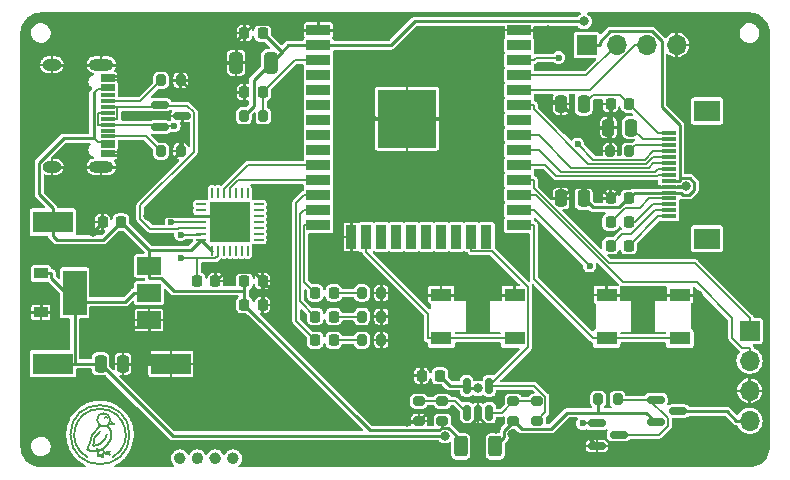
<source format=gbr>
G04 #@! TF.GenerationSoftware,KiCad,Pcbnew,(6.0.7)*
G04 #@! TF.CreationDate,2023-02-18T12:54:12-08:00*
G04 #@! TF.ProjectId,SwitchControllerBoard,53776974-6368-4436-9f6e-74726f6c6c65,rev?*
G04 #@! TF.SameCoordinates,Original*
G04 #@! TF.FileFunction,Copper,L1,Top*
G04 #@! TF.FilePolarity,Positive*
%FSLAX46Y46*%
G04 Gerber Fmt 4.6, Leading zero omitted, Abs format (unit mm)*
G04 Created by KiCad (PCBNEW (6.0.7)) date 2023-02-18 12:54:12*
%MOMM*%
%LPD*%
G01*
G04 APERTURE LIST*
G04 Aperture macros list*
%AMRoundRect*
0 Rectangle with rounded corners*
0 $1 Rounding radius*
0 $2 $3 $4 $5 $6 $7 $8 $9 X,Y pos of 4 corners*
0 Add a 4 corners polygon primitive as box body*
4,1,4,$2,$3,$4,$5,$6,$7,$8,$9,$2,$3,0*
0 Add four circle primitives for the rounded corners*
1,1,$1+$1,$2,$3*
1,1,$1+$1,$4,$5*
1,1,$1+$1,$6,$7*
1,1,$1+$1,$8,$9*
0 Add four rect primitives between the rounded corners*
20,1,$1+$1,$2,$3,$4,$5,0*
20,1,$1+$1,$4,$5,$6,$7,0*
20,1,$1+$1,$6,$7,$8,$9,0*
20,1,$1+$1,$8,$9,$2,$3,0*%
G04 Aperture macros list end*
G04 #@! TA.AperFunction,EtchedComponent*
%ADD10C,0.500000*%
G04 #@! TD*
G04 #@! TA.AperFunction,EtchedComponent*
%ADD11C,0.200000*%
G04 #@! TD*
G04 #@! TA.AperFunction,EtchedComponent*
%ADD12C,0.160000*%
G04 #@! TD*
G04 #@! TA.AperFunction,SMDPad,CuDef*
%ADD13RoundRect,0.250000X-0.312500X-0.625000X0.312500X-0.625000X0.312500X0.625000X-0.312500X0.625000X0*%
G04 #@! TD*
G04 #@! TA.AperFunction,SMDPad,CuDef*
%ADD14RoundRect,0.200000X-0.200000X-0.275000X0.200000X-0.275000X0.200000X0.275000X-0.200000X0.275000X0*%
G04 #@! TD*
G04 #@! TA.AperFunction,SMDPad,CuDef*
%ADD15R,2.000000X0.900000*%
G04 #@! TD*
G04 #@! TA.AperFunction,SMDPad,CuDef*
%ADD16R,0.900000X2.000000*%
G04 #@! TD*
G04 #@! TA.AperFunction,SMDPad,CuDef*
%ADD17R,5.000000X5.000000*%
G04 #@! TD*
G04 #@! TA.AperFunction,SMDPad,CuDef*
%ADD18R,3.400000X1.800000*%
G04 #@! TD*
G04 #@! TA.AperFunction,SMDPad,CuDef*
%ADD19RoundRect,0.250000X0.250000X0.475000X-0.250000X0.475000X-0.250000X-0.475000X0.250000X-0.475000X0*%
G04 #@! TD*
G04 #@! TA.AperFunction,SMDPad,CuDef*
%ADD20RoundRect,0.150000X0.150000X-0.512500X0.150000X0.512500X-0.150000X0.512500X-0.150000X-0.512500X0*%
G04 #@! TD*
G04 #@! TA.AperFunction,SMDPad,CuDef*
%ADD21RoundRect,0.218750X0.218750X0.256250X-0.218750X0.256250X-0.218750X-0.256250X0.218750X-0.256250X0*%
G04 #@! TD*
G04 #@! TA.AperFunction,SMDPad,CuDef*
%ADD22R,1.200000X0.900000*%
G04 #@! TD*
G04 #@! TA.AperFunction,SMDPad,CuDef*
%ADD23RoundRect,0.150000X-0.587500X-0.150000X0.587500X-0.150000X0.587500X0.150000X-0.587500X0.150000X0*%
G04 #@! TD*
G04 #@! TA.AperFunction,SMDPad,CuDef*
%ADD24RoundRect,0.200000X0.275000X-0.200000X0.275000X0.200000X-0.275000X0.200000X-0.275000X-0.200000X0*%
G04 #@! TD*
G04 #@! TA.AperFunction,SMDPad,CuDef*
%ADD25RoundRect,0.225000X0.225000X0.250000X-0.225000X0.250000X-0.225000X-0.250000X0.225000X-0.250000X0*%
G04 #@! TD*
G04 #@! TA.AperFunction,SMDPad,CuDef*
%ADD26RoundRect,0.062500X-0.337500X-0.062500X0.337500X-0.062500X0.337500X0.062500X-0.337500X0.062500X0*%
G04 #@! TD*
G04 #@! TA.AperFunction,SMDPad,CuDef*
%ADD27RoundRect,0.062500X-0.062500X-0.337500X0.062500X-0.337500X0.062500X0.337500X-0.062500X0.337500X0*%
G04 #@! TD*
G04 #@! TA.AperFunction,SMDPad,CuDef*
%ADD28R,3.350000X3.350000*%
G04 #@! TD*
G04 #@! TA.AperFunction,SMDPad,CuDef*
%ADD29R,1.300000X0.300000*%
G04 #@! TD*
G04 #@! TA.AperFunction,SMDPad,CuDef*
%ADD30R,2.200000X1.800000*%
G04 #@! TD*
G04 #@! TA.AperFunction,ComponentPad*
%ADD31R,1.700000X1.700000*%
G04 #@! TD*
G04 #@! TA.AperFunction,ComponentPad*
%ADD32O,1.700000X1.700000*%
G04 #@! TD*
G04 #@! TA.AperFunction,SMDPad,CuDef*
%ADD33R,1.150000X0.300000*%
G04 #@! TD*
G04 #@! TA.AperFunction,ComponentPad*
%ADD34O,2.100000X1.000000*%
G04 #@! TD*
G04 #@! TA.AperFunction,ComponentPad*
%ADD35O,1.600000X1.000000*%
G04 #@! TD*
G04 #@! TA.AperFunction,SMDPad,CuDef*
%ADD36RoundRect,0.225000X-0.225000X-0.250000X0.225000X-0.250000X0.225000X0.250000X-0.225000X0.250000X0*%
G04 #@! TD*
G04 #@! TA.AperFunction,SMDPad,CuDef*
%ADD37R,1.800000X1.100000*%
G04 #@! TD*
G04 #@! TA.AperFunction,SMDPad,CuDef*
%ADD38RoundRect,0.250000X0.325000X0.650000X-0.325000X0.650000X-0.325000X-0.650000X0.325000X-0.650000X0*%
G04 #@! TD*
G04 #@! TA.AperFunction,SMDPad,CuDef*
%ADD39R,2.000000X1.500000*%
G04 #@! TD*
G04 #@! TA.AperFunction,SMDPad,CuDef*
%ADD40R,2.000000X3.800000*%
G04 #@! TD*
G04 #@! TA.AperFunction,SMDPad,CuDef*
%ADD41RoundRect,0.200000X0.200000X0.275000X-0.200000X0.275000X-0.200000X-0.275000X0.200000X-0.275000X0*%
G04 #@! TD*
G04 #@! TA.AperFunction,SMDPad,CuDef*
%ADD42RoundRect,0.250000X-0.250000X-0.475000X0.250000X-0.475000X0.250000X0.475000X-0.250000X0.475000X0*%
G04 #@! TD*
G04 #@! TA.AperFunction,ViaPad*
%ADD43C,0.600000*%
G04 #@! TD*
G04 #@! TA.AperFunction,ViaPad*
%ADD44C,0.800000*%
G04 #@! TD*
G04 #@! TA.AperFunction,Conductor*
%ADD45C,0.200000*%
G04 #@! TD*
G04 #@! TA.AperFunction,Conductor*
%ADD46C,0.160000*%
G04 #@! TD*
G04 #@! TA.AperFunction,Conductor*
%ADD47C,0.250000*%
G04 #@! TD*
G04 APERTURE END LIST*
D10*
X121000000Y-72000000D02*
G75*
G03*
X121000000Y-72000000I-250000J0D01*
G01*
X122500000Y-72000000D02*
G75*
G03*
X122500000Y-72000000I-250000J0D01*
G01*
X118000000Y-72000000D02*
G75*
G03*
X118000000Y-72000000I-250000J0D01*
G01*
X119500000Y-72000000D02*
G75*
G03*
X119500000Y-72000000I-250000J0D01*
G01*
D11*
X111937407Y-70022451D02*
X111895035Y-69725950D01*
X111379085Y-71128065D02*
X111614398Y-70900241D01*
X110192723Y-71374087D02*
X110489050Y-71424715D01*
X111778054Y-69458630D02*
X111593750Y-69237139D01*
X111792579Y-70628467D02*
X111902531Y-70329667D01*
X111895035Y-69725950D02*
X111778054Y-69458630D01*
X111101295Y-71297751D02*
X111379085Y-71128065D01*
X110489050Y-71424715D02*
X110798327Y-71398730D01*
X111382558Y-71561450D02*
X111273702Y-71202597D01*
X110798327Y-71398730D02*
X111101295Y-71297751D01*
X109927802Y-71250000D02*
X110192723Y-71374087D01*
X111614398Y-70900241D02*
X111792579Y-70628467D01*
X110800000Y-71395710D02*
X110787996Y-71146914D01*
X110849257Y-71768905D02*
X110800000Y-71395710D01*
X111902531Y-70329667D02*
X111937407Y-70022451D01*
D12*
X111869179Y-68830713D02*
G75*
G03*
X112178836Y-69108849I548621J299353D01*
G01*
D11*
X109927802Y-71250000D02*
G75*
G03*
X110190636Y-70547562I-985385J769097D01*
G01*
X110696494Y-69608539D02*
G75*
G03*
X110190634Y-70547561I742356J-1005681D01*
G01*
D12*
X111820058Y-71436448D02*
G75*
G03*
X111320186Y-71561377I-31368J-937012D01*
G01*
X111820058Y-71561450D02*
G75*
G03*
X111820058Y-71686450I2J-62500D01*
G01*
X111286757Y-71643905D02*
G75*
G03*
X110786885Y-71768832I-31377J-936985D01*
G01*
X110986604Y-69756931D02*
G75*
G03*
X110426162Y-70957346I680309J-1048654D01*
G01*
X110786757Y-71768904D02*
G75*
G03*
X111286610Y-71893910I468620J811977D01*
G01*
X111286757Y-71768905D02*
G75*
G03*
X111286757Y-71893905I0J-62500D01*
G01*
D11*
X112093749Y-71894430D02*
G75*
G03*
X109906250Y-71894429I-1093749J1894430D01*
G01*
D12*
X111320057Y-71561451D02*
G75*
G03*
X111819911Y-71686455I468623J812001D01*
G01*
D11*
X110696494Y-69608539D02*
G75*
G03*
X111031250Y-69237139I-742367J1005685D01*
G01*
D12*
X111763205Y-69086558D02*
G75*
G03*
X112178844Y-69108704I239175J577408D01*
G01*
X110426188Y-70957554D02*
G75*
G03*
X111575946Y-70000734I-65790J1248266D01*
G01*
X111286757Y-71643905D02*
G75*
G03*
X111286757Y-71768905I0J-62500D01*
G01*
X111620740Y-68592648D02*
G75*
G03*
X111379260Y-68592648I-120740J-32352D01*
G01*
X111820058Y-71436450D02*
G75*
G03*
X111820058Y-71561450I2J-62500D01*
G01*
D11*
X111875000Y-68750000D02*
G75*
G03*
X111875000Y-68750000I-562500J0D01*
G01*
X113500000Y-70000000D02*
G75*
G03*
X113500000Y-70000000I-2500000J0D01*
G01*
D13*
X141537500Y-71000000D03*
X144462500Y-71000000D03*
D14*
X133175000Y-58000000D03*
X134825000Y-58000000D03*
X153175000Y-67000000D03*
X154825000Y-67000000D03*
D15*
X129500000Y-35745000D03*
X129500000Y-37015000D03*
X129500000Y-38285000D03*
X129500000Y-39555000D03*
X129500000Y-40825000D03*
X129500000Y-42095000D03*
X129500000Y-43365000D03*
X129500000Y-44635000D03*
X129500000Y-45905000D03*
X129500000Y-47175000D03*
X129500000Y-48445000D03*
X129500000Y-49715000D03*
X129500000Y-50985000D03*
X129500000Y-52255000D03*
D16*
X132285000Y-53255000D03*
X133555000Y-53255000D03*
X134825000Y-53255000D03*
X136095000Y-53255000D03*
X137365000Y-53255000D03*
X138635000Y-53255000D03*
X139905000Y-53255000D03*
X141175000Y-53255000D03*
X142445000Y-53255000D03*
X143715000Y-53255000D03*
D15*
X146500000Y-52255000D03*
X146500000Y-50985000D03*
X146500000Y-49715000D03*
X146500000Y-48445000D03*
X146500000Y-47175000D03*
X146500000Y-45905000D03*
X146500000Y-44635000D03*
X146500000Y-43365000D03*
X146500000Y-42095000D03*
X146500000Y-40825000D03*
X146500000Y-39555000D03*
X146500000Y-38285000D03*
X146500000Y-37015000D03*
X146500000Y-35745000D03*
D17*
X137000000Y-43245000D03*
D18*
X107000000Y-52000000D03*
D19*
X151950000Y-42000000D03*
X150050000Y-42000000D03*
X151950000Y-50000000D03*
X150050000Y-50000000D03*
D18*
X117000000Y-64000000D03*
D20*
X142050000Y-68137500D03*
X143000000Y-68137500D03*
X143950000Y-68137500D03*
X143950000Y-65862500D03*
X142050000Y-65862500D03*
D21*
X130787500Y-60000000D03*
X129212500Y-60000000D03*
D22*
X106000000Y-56350000D03*
X106000000Y-59650000D03*
D23*
X116062500Y-42050000D03*
X116062500Y-43950000D03*
X117937500Y-43000000D03*
D24*
X146000000Y-68825000D03*
X146000000Y-67175000D03*
D25*
X124775000Y-36000000D03*
X123225000Y-36000000D03*
D26*
X119550000Y-50500000D03*
X119550000Y-51000000D03*
X119550000Y-51500000D03*
X119550000Y-52000000D03*
X119550000Y-52500000D03*
X119550000Y-53000000D03*
X119550000Y-53500000D03*
D27*
X120500000Y-54450000D03*
X121000000Y-54450000D03*
X121500000Y-54450000D03*
X122000000Y-54450000D03*
X122500000Y-54450000D03*
X123000000Y-54450000D03*
X123500000Y-54450000D03*
D26*
X124450000Y-53500000D03*
X124450000Y-53000000D03*
X124450000Y-52500000D03*
X124450000Y-52000000D03*
X124450000Y-51500000D03*
X124450000Y-51000000D03*
X124450000Y-50500000D03*
D27*
X123500000Y-49550000D03*
X123000000Y-49550000D03*
X122500000Y-49550000D03*
X122000000Y-49550000D03*
X121500000Y-49550000D03*
X121000000Y-49550000D03*
X120500000Y-49550000D03*
D28*
X122000000Y-52000000D03*
D29*
X159150000Y-51500000D03*
X159150000Y-51000000D03*
X159150000Y-50500000D03*
X159150000Y-50000000D03*
X159150000Y-49500000D03*
X159150000Y-49000000D03*
X159150000Y-48500000D03*
X159150000Y-48000000D03*
X159150000Y-47500000D03*
X159150000Y-47000000D03*
X159150000Y-46500000D03*
X159150000Y-46000000D03*
X159150000Y-45500000D03*
X159150000Y-45000000D03*
X159150000Y-44500000D03*
D30*
X162400000Y-53400000D03*
X162400000Y-42600000D03*
D14*
X133175000Y-60000000D03*
X134825000Y-60000000D03*
D31*
X152200000Y-37000000D03*
D32*
X154740000Y-37000000D03*
X157280000Y-37000000D03*
X159820000Y-37000000D03*
D25*
X139775000Y-65000000D03*
X138225000Y-65000000D03*
D33*
X111670000Y-39650000D03*
X111670000Y-40450000D03*
X111670000Y-41750000D03*
X111670000Y-42750000D03*
X111670000Y-43250000D03*
X111670000Y-44250000D03*
X111670000Y-45550000D03*
X111670000Y-46350000D03*
X111670000Y-46050000D03*
X111670000Y-45250000D03*
X111670000Y-44750000D03*
X111670000Y-43750000D03*
X111670000Y-42250000D03*
X111670000Y-41250000D03*
X111670000Y-40750000D03*
X111670000Y-39950000D03*
D34*
X111105000Y-47320000D03*
X111105000Y-38680000D03*
D35*
X106925000Y-47320000D03*
X106925000Y-38680000D03*
D19*
X155950000Y-44000000D03*
X154050000Y-44000000D03*
D24*
X148000000Y-68825000D03*
X148000000Y-67175000D03*
D14*
X123175000Y-43000000D03*
X124825000Y-43000000D03*
D25*
X155775000Y-54000000D03*
X154225000Y-54000000D03*
D23*
X153062500Y-69050000D03*
X153062500Y-70950000D03*
X154937500Y-70000000D03*
D21*
X130787500Y-62000000D03*
X129212500Y-62000000D03*
D36*
X123225000Y-57000000D03*
X124775000Y-57000000D03*
D24*
X138000000Y-68825000D03*
X138000000Y-67175000D03*
D25*
X155775000Y-52000000D03*
X154225000Y-52000000D03*
X155775000Y-50000000D03*
X154225000Y-50000000D03*
D37*
X139900000Y-58150000D03*
X146100000Y-58150000D03*
X139900000Y-61850000D03*
X146100000Y-61850000D03*
D24*
X140000000Y-68825000D03*
X140000000Y-67175000D03*
D14*
X133175000Y-62000000D03*
X134825000Y-62000000D03*
D37*
X160100000Y-58150000D03*
X153900000Y-58150000D03*
X153900000Y-61850000D03*
X160100000Y-61850000D03*
D38*
X125475000Y-38500000D03*
X122525000Y-38500000D03*
D39*
X115150000Y-60300000D03*
X115150000Y-58000000D03*
D40*
X108850000Y-58000000D03*
D39*
X115150000Y-55700000D03*
D25*
X124775000Y-41000000D03*
X123225000Y-41000000D03*
X155775000Y-42000000D03*
X154225000Y-42000000D03*
D31*
X166000000Y-61200000D03*
D32*
X166000000Y-63740000D03*
X166000000Y-66280000D03*
X166000000Y-68820000D03*
D36*
X123225000Y-59000000D03*
X124775000Y-59000000D03*
D41*
X117825000Y-46000000D03*
X116175000Y-46000000D03*
D25*
X112775000Y-52000000D03*
X111225000Y-52000000D03*
D23*
X158062500Y-67050000D03*
X158062500Y-68950000D03*
X159937500Y-68000000D03*
D36*
X119225000Y-57000000D03*
X120775000Y-57000000D03*
D42*
X111050000Y-64000000D03*
X112950000Y-64000000D03*
D18*
X107000000Y-64000000D03*
D21*
X130787500Y-58000000D03*
X129212500Y-58000000D03*
D41*
X155825000Y-46000000D03*
X154175000Y-46000000D03*
X117825000Y-40000000D03*
X116175000Y-40000000D03*
D43*
X117899600Y-55080400D03*
X117823600Y-53066300D03*
X151447800Y-45403500D03*
X149841700Y-38087500D03*
X117262800Y-43850000D03*
X117031900Y-52022500D03*
D44*
X151980100Y-35019800D03*
X143000000Y-66087200D03*
X140198600Y-70092100D03*
D43*
X151859000Y-69050000D03*
X152451400Y-55706300D03*
D44*
X110419900Y-52823300D03*
X161632000Y-58150000D03*
X160636100Y-48970900D03*
X106000000Y-58637400D03*
X138271700Y-63737500D03*
X136973100Y-68937900D03*
X155099300Y-42912500D03*
X148954700Y-35745000D03*
X148967200Y-41750700D03*
X143295700Y-43700000D03*
X131411000Y-35745000D03*
X133926500Y-43142400D03*
X132285000Y-51701100D03*
X138266800Y-57956700D03*
X109793200Y-60900000D03*
X126235800Y-57412000D03*
X115051900Y-51447400D03*
X144536300Y-69550300D03*
X145919100Y-69952100D03*
D45*
X110819900Y-40750000D02*
X110486200Y-41083700D01*
X111670000Y-40750000D02*
X110819900Y-40750000D01*
X110819900Y-45250000D02*
X110486200Y-44916300D01*
X111670000Y-45250000D02*
X110819900Y-45250000D01*
D46*
X159150000Y-44500000D02*
X158269900Y-44500000D01*
X158269900Y-44494900D02*
X155775000Y-42000000D01*
X158269900Y-44500000D02*
X158269900Y-44494900D01*
X152706700Y-41243300D02*
X151950000Y-42000000D01*
X155018300Y-41243300D02*
X152706700Y-41243300D01*
X155775000Y-42000000D02*
X155018300Y-41243300D01*
X156950000Y-45000000D02*
X159150000Y-45000000D01*
X155950000Y-44000000D02*
X156950000Y-45000000D01*
X157482800Y-50000000D02*
X159150000Y-50000000D01*
X156682100Y-50800700D02*
X157482800Y-50000000D01*
X155424300Y-50800700D02*
X156682100Y-50800700D01*
X154225000Y-52000000D02*
X155424300Y-50800700D01*
X157795800Y-50500000D02*
X159150000Y-50500000D01*
X156295800Y-52000000D02*
X157795800Y-50500000D01*
X155775000Y-52000000D02*
X156295800Y-52000000D01*
X157952300Y-51000000D02*
X159150000Y-51000000D01*
X155952300Y-53000000D02*
X157952300Y-51000000D01*
X155225000Y-53000000D02*
X155952300Y-53000000D01*
X154225000Y-54000000D02*
X155225000Y-53000000D01*
X158269900Y-51505100D02*
X158269900Y-51500000D01*
X155775000Y-54000000D02*
X158269900Y-51505100D01*
X159150000Y-51500000D02*
X158269900Y-51500000D01*
X119483700Y-53066300D02*
X119550000Y-53000000D01*
X117823600Y-53066300D02*
X119483700Y-53066300D01*
X119225000Y-55080400D02*
X119225000Y-57000000D01*
X120757100Y-55080400D02*
X119225000Y-55080400D01*
X121000000Y-54837500D02*
X120757100Y-55080400D01*
X121000000Y-54450000D02*
X121000000Y-54837500D01*
X119225000Y-55080400D02*
X117899600Y-55080400D01*
X148141800Y-44635000D02*
X146500000Y-44635000D01*
X150890000Y-47383200D02*
X148141800Y-44635000D01*
X157448200Y-47383200D02*
X150890000Y-47383200D01*
X157831400Y-47000000D02*
X157448200Y-47383200D01*
X159150000Y-47000000D02*
X157831400Y-47000000D01*
X148166500Y-45905000D02*
X146500000Y-45905000D01*
X150014200Y-47752700D02*
X148166500Y-45905000D01*
X158017200Y-47752700D02*
X150014200Y-47752700D01*
X158269900Y-47500000D02*
X158017200Y-47752700D01*
X159150000Y-47500000D02*
X158269900Y-47500000D01*
X148698100Y-47175000D02*
X146500000Y-47175000D01*
X149597500Y-48074400D02*
X148698100Y-47175000D01*
X158195500Y-48074400D02*
X149597500Y-48074400D01*
X158269900Y-48000000D02*
X158195500Y-48074400D01*
X159150000Y-48000000D02*
X158269900Y-48000000D01*
X123540200Y-47175000D02*
X129500000Y-47175000D01*
X121500000Y-49215200D02*
X123540200Y-47175000D01*
X121500000Y-49550000D02*
X121500000Y-49215200D01*
X122708900Y-48445000D02*
X129500000Y-48445000D01*
X122000000Y-49153900D02*
X122708900Y-48445000D01*
X122000000Y-49550000D02*
X122000000Y-49153900D01*
X152750300Y-46706000D02*
X151447800Y-45403500D01*
X157126200Y-46706000D02*
X152750300Y-46706000D01*
X157832200Y-46000000D02*
X157126200Y-46706000D01*
X159150000Y-46000000D02*
X157832200Y-46000000D01*
X147927600Y-38087500D02*
X147730100Y-38285000D01*
X149841700Y-38087500D02*
X147927600Y-38087500D01*
X146500000Y-38285000D02*
X147730100Y-38285000D01*
X157831400Y-46500000D02*
X159150000Y-46500000D01*
X157270900Y-47060500D02*
X157831400Y-46500000D01*
X152355200Y-47060500D02*
X157270900Y-47060500D01*
X147730100Y-42435400D02*
X152355200Y-47060500D01*
X147730100Y-42095000D02*
X147730100Y-42435400D01*
X146500000Y-42095000D02*
X147730100Y-42095000D01*
X156325000Y-45500000D02*
X159150000Y-45500000D01*
X155825000Y-46000000D02*
X156325000Y-45500000D01*
X124825000Y-41050000D02*
X124825000Y-43000000D01*
X124775000Y-41000000D02*
X124825000Y-41050000D01*
X127490000Y-38285000D02*
X129500000Y-38285000D01*
X124775000Y-41000000D02*
X127490000Y-38285000D01*
X148715600Y-68109400D02*
X148000000Y-68825000D01*
X148715600Y-66805400D02*
X148715600Y-68109400D01*
X147772700Y-65862500D02*
X148715600Y-66805400D01*
X143950000Y-65862500D02*
X147772700Y-65862500D01*
X147259200Y-62553300D02*
X143950000Y-65862500D01*
X147259200Y-57514700D02*
X147259200Y-62553300D01*
X144229600Y-54485100D02*
X147259200Y-57514700D01*
X142445000Y-54485100D02*
X144229600Y-54485100D01*
X142445000Y-53255000D02*
X142445000Y-54485100D01*
X138000000Y-67175000D02*
X140000000Y-67175000D01*
X141087500Y-67175000D02*
X142050000Y-68137500D01*
X140000000Y-67175000D02*
X141087500Y-67175000D01*
X148000000Y-67175000D02*
X146000000Y-67175000D01*
X145037500Y-68137500D02*
X143950000Y-68137500D01*
X146000000Y-67175000D02*
X145037500Y-68137500D01*
D47*
X153175000Y-68139400D02*
X153175000Y-67000000D01*
X157251900Y-68139400D02*
X153175000Y-68139400D01*
X158062500Y-68950000D02*
X157251900Y-68139400D01*
X145244000Y-70218500D02*
X144462500Y-71000000D01*
X145244000Y-69672500D02*
X145244000Y-70218500D01*
X146045800Y-68870700D02*
X145244000Y-69672500D01*
X146691400Y-69516400D02*
X146045800Y-68870700D01*
X149173700Y-69516400D02*
X146691400Y-69516400D01*
X150550700Y-68139400D02*
X149173700Y-69516400D01*
X153175000Y-68139400D02*
X150550700Y-68139400D01*
X146045800Y-68870700D02*
X146000000Y-68825000D01*
X164054900Y-68000000D02*
X164874900Y-68820000D01*
X159937500Y-68000000D02*
X164054900Y-68000000D01*
X166000000Y-68820000D02*
X164874900Y-68820000D01*
D46*
X147730100Y-49124900D02*
X147730100Y-48445000D01*
X154092500Y-55487300D02*
X147730100Y-49124900D01*
X161367400Y-55487300D02*
X154092500Y-55487300D01*
X166000000Y-60119900D02*
X161367400Y-55487300D01*
X166000000Y-61200000D02*
X166000000Y-60119900D01*
X146500000Y-48445000D02*
X147730100Y-48445000D01*
X166000000Y-63740000D02*
X166000000Y-62659900D01*
X165394300Y-62659900D02*
X166000000Y-62659900D01*
X164540200Y-61805800D02*
X165394300Y-62659900D01*
X164540200Y-60145200D02*
X164540200Y-61805800D01*
X161508700Y-57113700D02*
X164540200Y-60145200D01*
X155280300Y-57113700D02*
X161508700Y-57113700D01*
X147881600Y-49715000D02*
X155280300Y-57113700D01*
X146500000Y-49715000D02*
X147881600Y-49715000D01*
X146100000Y-61850000D02*
X139900000Y-61850000D01*
X138769900Y-59779300D02*
X138769900Y-61850000D01*
X133555000Y-54564400D02*
X138769900Y-59779300D01*
X133555000Y-53255000D02*
X133555000Y-54564400D01*
X139900000Y-61850000D02*
X138769900Y-61850000D01*
X110864900Y-43750000D02*
X110864900Y-42750000D01*
X111670000Y-42750000D02*
X110864900Y-42750000D01*
X111267500Y-43750000D02*
X110864900Y-43750000D01*
X111267500Y-43750000D02*
X111670000Y-43750000D01*
X119527500Y-52022500D02*
X119550000Y-52000000D01*
X117031900Y-52022500D02*
X119527500Y-52022500D01*
X116062500Y-43850000D02*
X116062500Y-43950000D01*
X115962500Y-43750000D02*
X116062500Y-43850000D01*
X111670000Y-43750000D02*
X115962500Y-43750000D01*
X116062500Y-43850000D02*
X117262800Y-43850000D01*
X111670000Y-42250000D02*
X112475100Y-42250000D01*
X111670000Y-43250000D02*
X112475100Y-43250000D01*
X112475100Y-42250000D02*
X112475100Y-43250000D01*
X116062500Y-42150000D02*
X116062500Y-42050000D01*
X115962500Y-42250000D02*
X116062500Y-42150000D01*
X112475100Y-42250000D02*
X115962500Y-42250000D01*
X118392300Y-42150000D02*
X116062500Y-42150000D01*
X118932400Y-42690100D02*
X118392300Y-42150000D01*
X118932400Y-46074400D02*
X118932400Y-42690100D01*
X114418800Y-50588000D02*
X118932400Y-46074400D01*
X114418800Y-51713200D02*
X114418800Y-50588000D01*
X115258200Y-52552600D02*
X114418800Y-51713200D01*
X117587700Y-52552600D02*
X115258200Y-52552600D01*
X117640300Y-52500000D02*
X117587700Y-52552600D01*
X119550000Y-52500000D02*
X117640300Y-52500000D01*
D47*
X108850000Y-64000000D02*
X108850000Y-60175100D01*
X107000000Y-64000000D02*
X108850000Y-64000000D01*
X108850000Y-58000000D02*
X108850000Y-58737500D01*
X108850000Y-58737500D02*
X108850000Y-60175100D01*
X106875100Y-56762600D02*
X106875100Y-56350000D01*
X108850000Y-58737500D02*
X106875100Y-56762600D01*
X106000000Y-56350000D02*
X106875100Y-56350000D01*
X113137400Y-58737500D02*
X108850000Y-58737500D01*
X113874900Y-58000000D02*
X113137400Y-58737500D01*
X115150000Y-58000000D02*
X113874900Y-58000000D01*
X159150000Y-48500000D02*
X160075100Y-48500000D01*
X160152200Y-49500000D02*
X159150000Y-49500000D01*
X160352200Y-49700000D02*
X160152200Y-49500000D01*
X160879200Y-49700000D02*
X160352200Y-49700000D01*
X161311200Y-49268000D02*
X160879200Y-49700000D01*
X161311200Y-48658000D02*
X161311200Y-49268000D01*
X160945300Y-48292100D02*
X161311200Y-48658000D01*
X160075100Y-48292100D02*
X160945300Y-48292100D01*
X160075100Y-43775100D02*
X160075100Y-48292100D01*
X158550000Y-42250000D02*
X160075100Y-43775100D01*
X158550000Y-36666600D02*
X158550000Y-42250000D01*
X157707700Y-35824300D02*
X158550000Y-36666600D01*
X154219500Y-35824300D02*
X157707700Y-35824300D01*
X153325100Y-36718700D02*
X154219500Y-35824300D01*
X153325100Y-37000000D02*
X153325100Y-36718700D01*
X160075100Y-48292100D02*
X160075100Y-48500000D01*
X152200000Y-37000000D02*
X153325100Y-37000000D01*
X156275000Y-49500000D02*
X155775000Y-50000000D01*
X159150000Y-49500000D02*
X156275000Y-49500000D01*
X124775000Y-36000000D02*
X126375000Y-37600000D01*
X125475000Y-38500000D02*
X126375000Y-37600000D01*
X126960000Y-37015000D02*
X129500000Y-37015000D01*
X126375000Y-37600000D02*
X126960000Y-37015000D01*
X152711700Y-50761700D02*
X151950000Y-50000000D01*
X154961000Y-50761700D02*
X152711700Y-50761700D01*
X155722700Y-50000000D02*
X154961000Y-50761700D01*
X155775000Y-50000000D02*
X155722700Y-50000000D01*
X135649000Y-37015000D02*
X129500000Y-37015000D01*
X137644200Y-35019800D02*
X135649000Y-37015000D01*
X151980100Y-35019800D02*
X137644200Y-35019800D01*
X123999900Y-42175100D02*
X123175000Y-43000000D01*
X123999900Y-39975100D02*
X123999900Y-42175100D01*
X125475000Y-38500000D02*
X123999900Y-39975100D01*
X142274700Y-66087200D02*
X142050000Y-65862500D01*
X143000000Y-66087200D02*
X142274700Y-66087200D01*
X140637500Y-65862500D02*
X139775000Y-65000000D01*
X142050000Y-65862500D02*
X140637500Y-65862500D01*
X108850000Y-64000000D02*
X111050000Y-64000000D01*
X117142100Y-70092100D02*
X140198600Y-70092100D01*
X111050000Y-64000000D02*
X117142100Y-70092100D01*
D46*
X152185000Y-39555000D02*
X146500000Y-39555000D01*
X154740000Y-37000000D02*
X152185000Y-39555000D01*
X152509900Y-40825000D02*
X146500000Y-40825000D01*
X156199900Y-37135000D02*
X152509900Y-40825000D01*
X156199900Y-37000000D02*
X156199900Y-37135000D01*
X157280000Y-37000000D02*
X156199900Y-37000000D01*
X160100000Y-61850000D02*
X153900000Y-61850000D01*
X146500000Y-52255000D02*
X147730100Y-52255000D01*
X153900000Y-61850000D02*
X152769900Y-61850000D01*
X147730100Y-56810200D02*
X152769900Y-61850000D01*
X147730100Y-52255000D02*
X147730100Y-56810200D01*
X146500000Y-50985000D02*
X147730100Y-50985000D01*
X153062500Y-69050000D02*
X151859000Y-69050000D01*
X152451400Y-55706300D02*
X147730100Y-50985000D01*
X129500000Y-52255000D02*
X128269900Y-52255000D01*
X128269900Y-57057400D02*
X128269900Y-52255000D01*
X129212500Y-58000000D02*
X128269900Y-57057400D01*
X129500000Y-49715000D02*
X128269900Y-49715000D01*
X127628500Y-60416000D02*
X129212500Y-62000000D01*
X127628500Y-50356400D02*
X127628500Y-60416000D01*
X128269900Y-49715000D02*
X127628500Y-50356400D01*
X127938600Y-51316300D02*
X128269900Y-50985000D01*
X127938600Y-58726100D02*
X127938600Y-51316300D01*
X129212500Y-60000000D02*
X127938600Y-58726100D01*
X129500000Y-50985000D02*
X128269900Y-50985000D01*
X158062500Y-67050000D02*
X157253900Y-67050000D01*
X154875000Y-67050000D02*
X154825000Y-67000000D01*
X157253900Y-67050000D02*
X154875000Y-67050000D01*
X158336500Y-70000000D02*
X154937500Y-70000000D01*
X159089900Y-69246600D02*
X158336500Y-70000000D01*
X159089900Y-68626400D02*
X159089900Y-69246600D01*
X157513500Y-67050000D02*
X159089900Y-68626400D01*
X157253900Y-67050000D02*
X157513500Y-67050000D01*
X130787500Y-58000000D02*
X133175000Y-58000000D01*
X133175000Y-62000000D02*
X130787500Y-62000000D01*
X133175000Y-60000000D02*
X130787500Y-60000000D01*
X114925000Y-44750000D02*
X111670000Y-44750000D01*
X116175000Y-46000000D02*
X114925000Y-44750000D01*
D47*
X115150000Y-55700000D02*
X115150000Y-56725100D01*
X111670000Y-40750000D02*
X111670000Y-40450000D01*
X111670000Y-45250000D02*
X111670000Y-45550000D01*
X107000000Y-52000000D02*
X107000000Y-50824900D01*
X110486200Y-44916300D02*
X110486200Y-41083700D01*
X116175100Y-56725100D02*
X115150000Y-56725100D01*
X117247100Y-57797100D02*
X116175100Y-56725100D01*
X123225000Y-57797100D02*
X117247100Y-57797100D01*
X123225000Y-59000000D02*
X123225000Y-57797100D01*
X123225000Y-57797100D02*
X123225000Y-57000000D01*
X105842300Y-49667200D02*
X107000000Y-50824900D01*
X105842300Y-46987600D02*
X105842300Y-49667200D01*
X107913600Y-44916300D02*
X105842300Y-46987600D01*
X110486200Y-44916300D02*
X107913600Y-44916300D01*
X107000000Y-52000000D02*
X107000000Y-53175100D01*
X107323400Y-53498500D02*
X107000000Y-53175100D01*
X111276500Y-53498500D02*
X107323400Y-53498500D01*
X112775000Y-52000000D02*
X111276500Y-53498500D01*
X140000000Y-68825000D02*
X140000000Y-69417000D01*
X140478300Y-69417000D02*
X140000000Y-69417000D01*
X141537500Y-70476200D02*
X140478300Y-69417000D01*
X141537500Y-71000000D02*
X141537500Y-70476200D01*
X133845600Y-69620600D02*
X123225000Y-59000000D01*
X139715400Y-69620600D02*
X133845600Y-69620600D01*
X139919000Y-69417000D02*
X139715400Y-69620600D01*
X140000000Y-69417000D02*
X139919000Y-69417000D01*
X112775000Y-52000000D02*
X115150000Y-54375000D01*
X115150000Y-54375000D02*
X115150000Y-55700000D01*
X120500000Y-54450000D02*
X119550000Y-53500000D01*
X118675000Y-54375000D02*
X119550000Y-53500000D01*
X115150000Y-54375000D02*
X118675000Y-54375000D01*
D46*
X114425000Y-41750000D02*
X111670000Y-41750000D01*
X116175000Y-40000000D02*
X114425000Y-41750000D01*
D47*
X111225000Y-52018200D02*
X111225000Y-52000000D01*
X110419900Y-52823300D02*
X111225000Y-52018200D01*
X154175000Y-44125000D02*
X154175000Y-46000000D01*
X154050000Y-44000000D02*
X154175000Y-44125000D01*
X115150000Y-64000000D02*
X115150000Y-61325100D01*
X117000000Y-64000000D02*
X115150000Y-64000000D01*
X115150000Y-64000000D02*
X112950000Y-64000000D01*
X118825000Y-41000000D02*
X117825000Y-40000000D01*
X123225000Y-41000000D02*
X118825000Y-41000000D01*
X161632000Y-58150000D02*
X160100000Y-58150000D01*
X160100000Y-58150000D02*
X153900000Y-58150000D01*
X152050000Y-44000000D02*
X154050000Y-44000000D01*
X150050000Y-42000000D02*
X152050000Y-44000000D01*
X111105000Y-38680000D02*
X106925000Y-38680000D01*
X111105000Y-47320000D02*
X106925000Y-47320000D01*
X111105000Y-38680000D02*
X112430100Y-38680000D01*
X111105000Y-47320000D02*
X112430100Y-47320000D01*
X112095100Y-39650000D02*
X111970000Y-39650000D01*
X111670000Y-39650000D02*
X111970000Y-39650000D01*
X112095100Y-39650000D02*
X112520100Y-39650000D01*
X111970000Y-39650000D02*
X111670000Y-39950000D01*
X112095100Y-46350000D02*
X111970000Y-46350000D01*
X111670000Y-46350000D02*
X111970000Y-46350000D01*
X112095100Y-46350000D02*
X112520100Y-46350000D01*
X111970000Y-46350000D02*
X111670000Y-46050000D01*
X117937500Y-45887500D02*
X117825000Y-46000000D01*
X117937500Y-43000000D02*
X117937500Y-45887500D01*
X117035000Y-46790000D02*
X112520100Y-46790000D01*
X117825000Y-46000000D02*
X117035000Y-46790000D01*
X112520100Y-46350000D02*
X112520100Y-46790000D01*
X112520100Y-47230000D02*
X112430100Y-47320000D01*
X112520100Y-46790000D02*
X112520100Y-47230000D01*
X112520100Y-39650000D02*
X112520100Y-38770000D01*
X112520100Y-38770000D02*
X112430100Y-38680000D01*
X117825000Y-38770000D02*
X112520100Y-38770000D01*
X117825000Y-38770000D02*
X117825000Y-40000000D01*
X134825000Y-60000000D02*
X134825000Y-62000000D01*
X160607000Y-49000000D02*
X160636100Y-48970900D01*
X159150000Y-49000000D02*
X160607000Y-49000000D01*
X155225000Y-49000000D02*
X154225000Y-50000000D01*
X159150000Y-49000000D02*
X155225000Y-49000000D01*
X153217400Y-48992400D02*
X154225000Y-50000000D01*
X151057600Y-48992400D02*
X153217400Y-48992400D01*
X150050000Y-50000000D02*
X151057600Y-48992400D01*
X121546700Y-56228300D02*
X120775000Y-57000000D01*
X124003300Y-56228300D02*
X121546700Y-56228300D01*
X124775000Y-57000000D02*
X124003300Y-56228300D01*
X118095000Y-38500000D02*
X122525000Y-38500000D01*
X117825000Y-38770000D02*
X118095000Y-38500000D01*
X106000000Y-58637400D02*
X106000000Y-59650000D01*
X137887100Y-68937900D02*
X138000000Y-68825000D01*
X136973100Y-68937900D02*
X137887100Y-68937900D01*
X138225000Y-63737500D02*
X138225000Y-65000000D01*
X136487500Y-62000000D02*
X138225000Y-63737500D01*
X134825000Y-62000000D02*
X136487500Y-62000000D01*
X138225000Y-63737500D02*
X138271700Y-63737500D01*
X154225000Y-43825000D02*
X154225000Y-42912500D01*
X154050000Y-44000000D02*
X154225000Y-43825000D01*
X154225000Y-42912500D02*
X154225000Y-42000000D01*
X154225000Y-42912500D02*
X155099300Y-42912500D01*
X149800700Y-41750700D02*
X150050000Y-42000000D01*
X148967200Y-41750700D02*
X149800700Y-41750700D01*
X146500000Y-35745000D02*
X148954700Y-35745000D01*
X140230100Y-43700000D02*
X139775100Y-43245000D01*
X143295700Y-43700000D02*
X140230100Y-43700000D01*
X137000000Y-43245000D02*
X139775100Y-43245000D01*
X137000000Y-43245000D02*
X134224900Y-43245000D01*
X134122300Y-43142400D02*
X133926500Y-43142400D01*
X134224900Y-43245000D02*
X134122300Y-43142400D01*
X129500000Y-35745000D02*
X131411000Y-35745000D01*
X134825000Y-58000000D02*
X134825000Y-60000000D01*
X132285000Y-51701100D02*
X132285000Y-53255000D01*
X122525000Y-36700000D02*
X123225000Y-36000000D01*
X122525000Y-38500000D02*
X122525000Y-36700000D01*
X127670100Y-35190200D02*
X128224900Y-35745000D01*
X124034800Y-35190200D02*
X127670100Y-35190200D01*
X123225000Y-36000000D02*
X124034800Y-35190200D01*
X129500000Y-35745000D02*
X128224900Y-35745000D01*
X139900000Y-58150000D02*
X146100000Y-58150000D01*
X138531600Y-57956700D02*
X138266800Y-57956700D01*
X138724900Y-58150000D02*
X138531600Y-57956700D01*
X139900000Y-58150000D02*
X138724900Y-58150000D01*
X109793200Y-60900000D02*
X115150000Y-60900000D01*
X115150000Y-60300000D02*
X115150000Y-60900000D01*
X115150000Y-60900000D02*
X115150000Y-61325100D01*
X126235800Y-57412000D02*
X124775000Y-57412000D01*
X124775000Y-57000000D02*
X124775000Y-57412000D01*
X124775000Y-57412000D02*
X124775000Y-59000000D01*
X121500000Y-51500000D02*
X119550000Y-51500000D01*
X122000000Y-52000000D02*
X121500000Y-51500000D01*
X152064600Y-69952100D02*
X153062500Y-70950000D01*
X145919100Y-69952100D02*
X152064600Y-69952100D01*
X144073800Y-69550300D02*
X144536300Y-69550300D01*
X143000000Y-68476500D02*
X144073800Y-69550300D01*
X142400700Y-69075800D02*
X143000000Y-68476500D01*
X141655900Y-69075800D02*
X142400700Y-69075800D01*
X140683200Y-68103100D02*
X141655900Y-69075800D01*
X138721900Y-68103100D02*
X140683200Y-68103100D01*
X138000000Y-68825000D02*
X138721900Y-68103100D01*
X143000000Y-68476500D02*
X143000000Y-68137500D01*
X119497400Y-51447400D02*
X115051900Y-51447400D01*
X119550000Y-51500000D02*
X119497400Y-51447400D01*
G04 #@! TA.AperFunction,Conductor*
G36*
X151686287Y-34273407D02*
G01*
X151722251Y-34322907D01*
X151722251Y-34384093D01*
X151686287Y-34433593D01*
X151673506Y-34441471D01*
X151609514Y-34474500D01*
X151490139Y-34578638D01*
X151486712Y-34583515D01*
X151486705Y-34583522D01*
X151476371Y-34598226D01*
X151427442Y-34634963D01*
X151395375Y-34640300D01*
X137695247Y-34640300D01*
X137674409Y-34638082D01*
X137670324Y-34637202D01*
X137670321Y-34637202D01*
X137662324Y-34635480D01*
X137627396Y-34639614D01*
X137619231Y-34640095D01*
X137616754Y-34640300D01*
X137612676Y-34640300D01*
X137600603Y-34642310D01*
X137593018Y-34643572D01*
X137588399Y-34644230D01*
X137559802Y-34647615D01*
X137536859Y-34650330D01*
X137529977Y-34653635D01*
X137527108Y-34654542D01*
X137519574Y-34655796D01*
X137473903Y-34680439D01*
X137469753Y-34682553D01*
X137422968Y-34705019D01*
X137418692Y-34708614D01*
X137417191Y-34710115D01*
X137416346Y-34710890D01*
X137414358Y-34712568D01*
X137408386Y-34715790D01*
X137371454Y-34755743D01*
X137368760Y-34758546D01*
X135520802Y-36606504D01*
X135466285Y-36634281D01*
X135450798Y-36635500D01*
X130853161Y-36635500D01*
X130794970Y-36616593D01*
X130759006Y-36567093D01*
X130754638Y-36546205D01*
X130754499Y-36544791D01*
X130754499Y-36539934D01*
X130743103Y-36482635D01*
X130741636Y-36475262D01*
X130739734Y-36465699D01*
X130686449Y-36385953D01*
X130669840Y-36327066D01*
X130681529Y-36291096D01*
X130679248Y-36290151D01*
X130690298Y-36263474D01*
X130699052Y-36219462D01*
X130700000Y-36209840D01*
X130700000Y-35860680D01*
X130695878Y-35847995D01*
X130691757Y-35845000D01*
X128315680Y-35845000D01*
X128302995Y-35849122D01*
X128300000Y-35853243D01*
X128300000Y-36209840D01*
X128300948Y-36219462D01*
X128309702Y-36263474D01*
X128320752Y-36290151D01*
X128317890Y-36291337D01*
X128330160Y-36334833D01*
X128313551Y-36385953D01*
X128260266Y-36465699D01*
X128258364Y-36475262D01*
X128258363Y-36475264D01*
X128256897Y-36482635D01*
X128245500Y-36539933D01*
X128245500Y-36544791D01*
X128245361Y-36546203D01*
X128220842Y-36602260D01*
X128168055Y-36633200D01*
X128146838Y-36635500D01*
X127011047Y-36635500D01*
X126990209Y-36633282D01*
X126986124Y-36632402D01*
X126986121Y-36632402D01*
X126978124Y-36630680D01*
X126943196Y-36634814D01*
X126935031Y-36635295D01*
X126932554Y-36635500D01*
X126928476Y-36635500D01*
X126916403Y-36637510D01*
X126908818Y-36638772D01*
X126904199Y-36639430D01*
X126875602Y-36642815D01*
X126852659Y-36645530D01*
X126845777Y-36648835D01*
X126842908Y-36649742D01*
X126835374Y-36650996D01*
X126792016Y-36674391D01*
X126789703Y-36675639D01*
X126785553Y-36677753D01*
X126738768Y-36700219D01*
X126734492Y-36703814D01*
X126732991Y-36705315D01*
X126732146Y-36706090D01*
X126730158Y-36707768D01*
X126724186Y-36710990D01*
X126697550Y-36739805D01*
X126687254Y-36750943D01*
X126684560Y-36753746D01*
X126445004Y-36993302D01*
X126390487Y-37021079D01*
X126330055Y-37011508D01*
X126304996Y-36993302D01*
X125508496Y-36196802D01*
X125480719Y-36142285D01*
X125479500Y-36126798D01*
X125479499Y-35707289D01*
X125479499Y-35704612D01*
X125478180Y-35692470D01*
X125473801Y-35652150D01*
X125473800Y-35652144D01*
X125473130Y-35645976D01*
X125470938Y-35640129D01*
X125466886Y-35629320D01*
X128300000Y-35629320D01*
X128304122Y-35642005D01*
X128308243Y-35645000D01*
X129384320Y-35645000D01*
X129397005Y-35640878D01*
X129400000Y-35636757D01*
X129400000Y-35629320D01*
X129600000Y-35629320D01*
X129604122Y-35642005D01*
X129608243Y-35645000D01*
X130684320Y-35645000D01*
X130697005Y-35640878D01*
X130700000Y-35636757D01*
X130700000Y-35280160D01*
X130699052Y-35270538D01*
X130690298Y-35226526D01*
X130682979Y-35208858D01*
X130649611Y-35158918D01*
X130636082Y-35145389D01*
X130586142Y-35112021D01*
X130568474Y-35104702D01*
X130524462Y-35095948D01*
X130514840Y-35095000D01*
X129615680Y-35095000D01*
X129602995Y-35099122D01*
X129600000Y-35103243D01*
X129600000Y-35629320D01*
X129400000Y-35629320D01*
X129400000Y-35110680D01*
X129395878Y-35097995D01*
X129391757Y-35095000D01*
X128485160Y-35095000D01*
X128475538Y-35095948D01*
X128431526Y-35104702D01*
X128413858Y-35112021D01*
X128363918Y-35145389D01*
X128350389Y-35158918D01*
X128317021Y-35208858D01*
X128309702Y-35226526D01*
X128300948Y-35270538D01*
X128300000Y-35280160D01*
X128300000Y-35629320D01*
X125466886Y-35629320D01*
X125427395Y-35523974D01*
X125427394Y-35523971D01*
X125424917Y-35517365D01*
X125342544Y-35407456D01*
X125232635Y-35325083D01*
X125226029Y-35322606D01*
X125226026Y-35322605D01*
X125176171Y-35303916D01*
X125104024Y-35276870D01*
X125045389Y-35270500D01*
X124775102Y-35270500D01*
X124504612Y-35270501D01*
X124501953Y-35270790D01*
X124501950Y-35270790D01*
X124452150Y-35276199D01*
X124452147Y-35276200D01*
X124445976Y-35276870D01*
X124440162Y-35279050D01*
X124440160Y-35279050D01*
X124323974Y-35322605D01*
X124323971Y-35322606D01*
X124317365Y-35325083D01*
X124207456Y-35407456D01*
X124125083Y-35517365D01*
X124122606Y-35523971D01*
X124122605Y-35523974D01*
X124107958Y-35563046D01*
X124076870Y-35645976D01*
X124070500Y-35704611D01*
X124069588Y-35704512D01*
X124048789Y-35758392D01*
X123997412Y-35791620D01*
X123936317Y-35788303D01*
X123888839Y-35749708D01*
X123874188Y-35711431D01*
X123860456Y-35624725D01*
X123855702Y-35610092D01*
X123801654Y-35504016D01*
X123792612Y-35491571D01*
X123708429Y-35407388D01*
X123695984Y-35398346D01*
X123589909Y-35344298D01*
X123575274Y-35339543D01*
X123487297Y-35325609D01*
X123479558Y-35325000D01*
X123340680Y-35325000D01*
X123327995Y-35329122D01*
X123325000Y-35333243D01*
X123325000Y-36659319D01*
X123329122Y-36672004D01*
X123333243Y-36674999D01*
X123479556Y-36674999D01*
X123487298Y-36674390D01*
X123575275Y-36660456D01*
X123589908Y-36655702D01*
X123695984Y-36601654D01*
X123708429Y-36592612D01*
X123792612Y-36508429D01*
X123801654Y-36495984D01*
X123855702Y-36389909D01*
X123860457Y-36375274D01*
X123874189Y-36288569D01*
X123901966Y-36234053D01*
X123956482Y-36206275D01*
X124016915Y-36215846D01*
X124060179Y-36259110D01*
X124069955Y-36295447D01*
X124070501Y-36295388D01*
X124072143Y-36310501D01*
X124076870Y-36354024D01*
X124079050Y-36359838D01*
X124079050Y-36359840D01*
X124122320Y-36475264D01*
X124125083Y-36482635D01*
X124207456Y-36592544D01*
X124317365Y-36674917D01*
X124323971Y-36677394D01*
X124323974Y-36677395D01*
X124373829Y-36696084D01*
X124445976Y-36723130D01*
X124504611Y-36729500D01*
X124532975Y-36729500D01*
X124926797Y-36729499D01*
X124984988Y-36748406D01*
X124996801Y-36758495D01*
X125414802Y-37176496D01*
X125442579Y-37231013D01*
X125433008Y-37291445D01*
X125389743Y-37334710D01*
X125344798Y-37345500D01*
X125102244Y-37345500D01*
X125040552Y-37352202D01*
X124956901Y-37383561D01*
X124913047Y-37400001D01*
X124905236Y-37402929D01*
X124872131Y-37427740D01*
X124795450Y-37485209D01*
X124789596Y-37489596D01*
X124702929Y-37605236D01*
X124652202Y-37740552D01*
X124645500Y-37802244D01*
X124645500Y-38751798D01*
X124626593Y-38809989D01*
X124616504Y-38821802D01*
X123767646Y-39670660D01*
X123751345Y-39683823D01*
X123740960Y-39690529D01*
X123735896Y-39696953D01*
X123719188Y-39718147D01*
X123713752Y-39724265D01*
X123712149Y-39726157D01*
X123709262Y-39729044D01*
X123706887Y-39732368D01*
X123697673Y-39745261D01*
X123694873Y-39748991D01*
X123669483Y-39781199D01*
X123662744Y-39789747D01*
X123660217Y-39796944D01*
X123658827Y-39799619D01*
X123654386Y-39805834D01*
X123641178Y-39850000D01*
X123639515Y-39855559D01*
X123638074Y-39859994D01*
X123625473Y-39895878D01*
X123620882Y-39908951D01*
X123620400Y-39914516D01*
X123620400Y-39916659D01*
X123620352Y-39917773D01*
X123620132Y-39920374D01*
X123618187Y-39926878D01*
X123618508Y-39935054D01*
X123618508Y-39935056D01*
X123620324Y-39981270D01*
X123620400Y-39985157D01*
X123620400Y-40230777D01*
X123601493Y-40288968D01*
X123551993Y-40324932D01*
X123505911Y-40328558D01*
X123487292Y-40325609D01*
X123479558Y-40325000D01*
X123340680Y-40325000D01*
X123327995Y-40329122D01*
X123325000Y-40333243D01*
X123325000Y-41659319D01*
X123329122Y-41672004D01*
X123333243Y-41674999D01*
X123479556Y-41674999D01*
X123487296Y-41674390D01*
X123505913Y-41671441D01*
X123566345Y-41681012D01*
X123609610Y-41724277D01*
X123620400Y-41769222D01*
X123620400Y-41976897D01*
X123601493Y-42035088D01*
X123591404Y-42046901D01*
X123396801Y-42241504D01*
X123342284Y-42269281D01*
X123326797Y-42270500D01*
X122944715Y-42270501D01*
X122920686Y-42270501D01*
X122918369Y-42270720D01*
X122918368Y-42270720D01*
X122894883Y-42272939D01*
X122894882Y-42272939D01*
X122888873Y-42273507D01*
X122759924Y-42318791D01*
X122753973Y-42323186D01*
X122753970Y-42323188D01*
X122655947Y-42395590D01*
X122649990Y-42399990D01*
X122645590Y-42405947D01*
X122573188Y-42503970D01*
X122573186Y-42503973D01*
X122568791Y-42509924D01*
X122566339Y-42516906D01*
X122525507Y-42633179D01*
X122523507Y-42638873D01*
X122522940Y-42644875D01*
X122522939Y-42644878D01*
X122522228Y-42652407D01*
X122520500Y-42670685D01*
X122520501Y-43329314D01*
X122523507Y-43361127D01*
X122568791Y-43490076D01*
X122573186Y-43496027D01*
X122573188Y-43496030D01*
X122637701Y-43583372D01*
X122649990Y-43600010D01*
X122655947Y-43604410D01*
X122753970Y-43676812D01*
X122753973Y-43676814D01*
X122759924Y-43681209D01*
X122766906Y-43683661D01*
X122883183Y-43724495D01*
X122883185Y-43724495D01*
X122888873Y-43726493D01*
X122894875Y-43727060D01*
X122894878Y-43727061D01*
X122905547Y-43728069D01*
X122920685Y-43729500D01*
X123174836Y-43729500D01*
X123429314Y-43729499D01*
X123431632Y-43729280D01*
X123455117Y-43727061D01*
X123455118Y-43727061D01*
X123461127Y-43726493D01*
X123590076Y-43681209D01*
X123596027Y-43676814D01*
X123596030Y-43676812D01*
X123694053Y-43604410D01*
X123700010Y-43600010D01*
X123712299Y-43583372D01*
X123776812Y-43496030D01*
X123776814Y-43496027D01*
X123781209Y-43490076D01*
X123807380Y-43415552D01*
X123824495Y-43366817D01*
X123824495Y-43366815D01*
X123826493Y-43361127D01*
X123827239Y-43353243D01*
X123828069Y-43344453D01*
X123829500Y-43329315D01*
X123829499Y-42923203D01*
X123848406Y-42865012D01*
X123858495Y-42853199D01*
X124001496Y-42710198D01*
X124056013Y-42682421D01*
X124116445Y-42691992D01*
X124159710Y-42735257D01*
X124170500Y-42780202D01*
X124170501Y-43075000D01*
X124170501Y-43329314D01*
X124173507Y-43361127D01*
X124218791Y-43490076D01*
X124223186Y-43496027D01*
X124223188Y-43496030D01*
X124287701Y-43583372D01*
X124299990Y-43600010D01*
X124305947Y-43604410D01*
X124403970Y-43676812D01*
X124403973Y-43676814D01*
X124409924Y-43681209D01*
X124416906Y-43683661D01*
X124533183Y-43724495D01*
X124533185Y-43724495D01*
X124538873Y-43726493D01*
X124544875Y-43727060D01*
X124544878Y-43727061D01*
X124555547Y-43728069D01*
X124570685Y-43729500D01*
X124824836Y-43729500D01*
X125079314Y-43729499D01*
X125081632Y-43729280D01*
X125105117Y-43727061D01*
X125105118Y-43727061D01*
X125111127Y-43726493D01*
X125240076Y-43681209D01*
X125246027Y-43676814D01*
X125246030Y-43676812D01*
X125344053Y-43604410D01*
X125350010Y-43600010D01*
X125362299Y-43583372D01*
X125426812Y-43496030D01*
X125426814Y-43496027D01*
X125431209Y-43490076D01*
X125457380Y-43415552D01*
X125474495Y-43366817D01*
X125474495Y-43366815D01*
X125476493Y-43361127D01*
X125477239Y-43353243D01*
X125478069Y-43344453D01*
X125479500Y-43329315D01*
X125479499Y-42670686D01*
X125478536Y-42660496D01*
X125477061Y-42644883D01*
X125477060Y-42644878D01*
X125476493Y-42638873D01*
X125431209Y-42509924D01*
X125426814Y-42503973D01*
X125426812Y-42503970D01*
X125354410Y-42405947D01*
X125350010Y-42399990D01*
X125344053Y-42395590D01*
X125246028Y-42323187D01*
X125246027Y-42323186D01*
X125240076Y-42318791D01*
X125233094Y-42316339D01*
X125225699Y-42313742D01*
X125177059Y-42276623D01*
X125159500Y-42220334D01*
X125159500Y-41770949D01*
X125178407Y-41712758D01*
X125220012Y-41681093D01*
X125219842Y-41680782D01*
X125221904Y-41679653D01*
X125223750Y-41678248D01*
X125226034Y-41677392D01*
X125226037Y-41677390D01*
X125232635Y-41674917D01*
X125342544Y-41592544D01*
X125424917Y-41482635D01*
X125428321Y-41473557D01*
X125454021Y-41404999D01*
X125473130Y-41354024D01*
X125479500Y-41295389D01*
X125479499Y-40809563D01*
X125498406Y-40751372D01*
X125508495Y-40739559D01*
X127599558Y-38648496D01*
X127654075Y-38620719D01*
X127669562Y-38619500D01*
X128146501Y-38619500D01*
X128204692Y-38638407D01*
X128240656Y-38687907D01*
X128245501Y-38718500D01*
X128245501Y-38760066D01*
X128260266Y-38834301D01*
X128280567Y-38864684D01*
X128280778Y-38864999D01*
X128297386Y-38923887D01*
X128280778Y-38975001D01*
X128265781Y-38997446D01*
X128260266Y-39005699D01*
X128245500Y-39079933D01*
X128245501Y-40030066D01*
X128260266Y-40104301D01*
X128268428Y-40116516D01*
X128280778Y-40134999D01*
X128297386Y-40193887D01*
X128280778Y-40245001D01*
X128269901Y-40261280D01*
X128260266Y-40275699D01*
X128258364Y-40285262D01*
X128258363Y-40285264D01*
X128254918Y-40302585D01*
X128245500Y-40349933D01*
X128245501Y-41300066D01*
X128260266Y-41374301D01*
X128275161Y-41396593D01*
X128280778Y-41404999D01*
X128297386Y-41463887D01*
X128280778Y-41515001D01*
X128260266Y-41545699D01*
X128245500Y-41619933D01*
X128245501Y-42570066D01*
X128246449Y-42574831D01*
X128246449Y-42574833D01*
X128249336Y-42589346D01*
X128260266Y-42644301D01*
X128278777Y-42672004D01*
X128280778Y-42674999D01*
X128297386Y-42733887D01*
X128280778Y-42785001D01*
X128260266Y-42815699D01*
X128245500Y-42889933D01*
X128245501Y-43840066D01*
X128246449Y-43844831D01*
X128246449Y-43844833D01*
X128254303Y-43884320D01*
X128260266Y-43914301D01*
X128272289Y-43932294D01*
X128280778Y-43944999D01*
X128297386Y-44003887D01*
X128280778Y-44055001D01*
X128260266Y-44085699D01*
X128258364Y-44095262D01*
X128258363Y-44095264D01*
X128255379Y-44110266D01*
X128245500Y-44159933D01*
X128245501Y-45110066D01*
X128246449Y-45114831D01*
X128246449Y-45114833D01*
X128255153Y-45158593D01*
X128260266Y-45184301D01*
X128268840Y-45197132D01*
X128280778Y-45214999D01*
X128297386Y-45273887D01*
X128280778Y-45325001D01*
X128271681Y-45338616D01*
X128260266Y-45355699D01*
X128245500Y-45429933D01*
X128245501Y-46380066D01*
X128246449Y-46384831D01*
X128246449Y-46384833D01*
X128247964Y-46392449D01*
X128260266Y-46454301D01*
X128270422Y-46469500D01*
X128280778Y-46484999D01*
X128297386Y-46543887D01*
X128280778Y-46595001D01*
X128260266Y-46625699D01*
X128258364Y-46635262D01*
X128258363Y-46635264D01*
X128254114Y-46656629D01*
X128245500Y-46699933D01*
X128245500Y-46741500D01*
X128226593Y-46799691D01*
X128177093Y-46835655D01*
X128146500Y-46840500D01*
X123559128Y-46840500D01*
X123550500Y-46840123D01*
X123544640Y-46839610D01*
X123510597Y-46836632D01*
X123471895Y-46847002D01*
X123463473Y-46848869D01*
X123424029Y-46855824D01*
X123416526Y-46860156D01*
X123410670Y-46862287D01*
X123405023Y-46864920D01*
X123396654Y-46867163D01*
X123389558Y-46872132D01*
X123363842Y-46890138D01*
X123356563Y-46894776D01*
X123321871Y-46914805D01*
X123316301Y-46921443D01*
X123296130Y-46945482D01*
X123290296Y-46951850D01*
X121341010Y-48901136D01*
X121312844Y-48920857D01*
X121291838Y-48930652D01*
X121231109Y-48938108D01*
X121208161Y-48930652D01*
X121175043Y-48915209D01*
X121145811Y-48901578D01*
X121099644Y-48895500D01*
X120900356Y-48895500D01*
X120854189Y-48901578D01*
X120824957Y-48915209D01*
X120791839Y-48930652D01*
X120731110Y-48938108D01*
X120708161Y-48930652D01*
X120675043Y-48915209D01*
X120645811Y-48901578D01*
X120599644Y-48895500D01*
X120400356Y-48895500D01*
X120354189Y-48901578D01*
X120252871Y-48948823D01*
X120173823Y-49027871D01*
X120126578Y-49129189D01*
X120120500Y-49175356D01*
X120120500Y-49924644D01*
X120126578Y-49970811D01*
X120147725Y-50016161D01*
X120155181Y-50076890D01*
X120125518Y-50130404D01*
X120070065Y-50156262D01*
X120016161Y-50147725D01*
X120010594Y-50145129D01*
X119970811Y-50126578D01*
X119924644Y-50120500D01*
X119175356Y-50120500D01*
X119129189Y-50126578D01*
X119027871Y-50173823D01*
X118948823Y-50252871D01*
X118901578Y-50354189D01*
X118895500Y-50400356D01*
X118895500Y-50599644D01*
X118901578Y-50645811D01*
X118914394Y-50673295D01*
X118930652Y-50708161D01*
X118938108Y-50768890D01*
X118930652Y-50791839D01*
X118901578Y-50854189D01*
X118895500Y-50900356D01*
X118895500Y-51099644D01*
X118901578Y-51145811D01*
X118948823Y-51247129D01*
X118953240Y-51251546D01*
X118970733Y-51308762D01*
X118964594Y-51338275D01*
X118955375Y-51384621D01*
X118956943Y-51397866D01*
X118956975Y-51397901D01*
X118965019Y-51400000D01*
X119551000Y-51400000D01*
X119609191Y-51418907D01*
X119645155Y-51468407D01*
X119650000Y-51499000D01*
X119650000Y-51501000D01*
X119631093Y-51559191D01*
X119581593Y-51595155D01*
X119551000Y-51600000D01*
X118967996Y-51600000D01*
X118955311Y-51604122D01*
X118948560Y-51613413D01*
X118933536Y-51651803D01*
X118882005Y-51684792D01*
X118857006Y-51688000D01*
X117522982Y-51688000D01*
X117464791Y-51669093D01*
X117444440Y-51649267D01*
X117431324Y-51632174D01*
X117427374Y-51627026D01*
X117422109Y-51622986D01*
X117316689Y-51542093D01*
X117316685Y-51542091D01*
X117311543Y-51538145D01*
X117176654Y-51482272D01*
X117031900Y-51463215D01*
X116887146Y-51482272D01*
X116752258Y-51538145D01*
X116636426Y-51627026D01*
X116547545Y-51742858D01*
X116491672Y-51877746D01*
X116472615Y-52022500D01*
X116473462Y-52028934D01*
X116483631Y-52106178D01*
X116472481Y-52166339D01*
X116428098Y-52208456D01*
X116385478Y-52218100D01*
X115437762Y-52218100D01*
X115379571Y-52199193D01*
X115367758Y-52189104D01*
X114782296Y-51603642D01*
X114754519Y-51549125D01*
X114753300Y-51533638D01*
X114753300Y-50767562D01*
X114772207Y-50709371D01*
X114782296Y-50697558D01*
X119155551Y-46324304D01*
X119161919Y-46318469D01*
X119185963Y-46298294D01*
X119192595Y-46292729D01*
X119196923Y-46285232D01*
X119196926Y-46285229D01*
X119212626Y-46258036D01*
X119217265Y-46250754D01*
X119235271Y-46225038D01*
X119240237Y-46217946D01*
X119242478Y-46209582D01*
X119245110Y-46203937D01*
X119247245Y-46198072D01*
X119251576Y-46190571D01*
X119258202Y-46152995D01*
X119258531Y-46151127D01*
X119260400Y-46142695D01*
X119268526Y-46112367D01*
X119270767Y-46104004D01*
X119267277Y-46064112D01*
X119266900Y-46055484D01*
X119266900Y-42709024D01*
X119267277Y-42700395D01*
X119269552Y-42674390D01*
X119270768Y-42660496D01*
X119263866Y-42634736D01*
X119260399Y-42621798D01*
X119258530Y-42613367D01*
X119251576Y-42573929D01*
X119247246Y-42566429D01*
X119245116Y-42560576D01*
X119242480Y-42554922D01*
X119240237Y-42546554D01*
X119217262Y-42513742D01*
X119212622Y-42506459D01*
X119196927Y-42479274D01*
X119192595Y-42471771D01*
X119161918Y-42446030D01*
X119155550Y-42440196D01*
X118642204Y-41926850D01*
X118636370Y-41920482D01*
X118616199Y-41896443D01*
X118610629Y-41889805D01*
X118575937Y-41869776D01*
X118568658Y-41865138D01*
X118542942Y-41847132D01*
X118535846Y-41842163D01*
X118527478Y-41839920D01*
X118521824Y-41837284D01*
X118515971Y-41835154D01*
X118508471Y-41830824D01*
X118469033Y-41823870D01*
X118460602Y-41822001D01*
X118446831Y-41818311D01*
X118421904Y-41811632D01*
X118390520Y-41814378D01*
X118382005Y-41815123D01*
X118373376Y-41815500D01*
X117121593Y-41815500D01*
X117063402Y-41796593D01*
X117033384Y-41761446D01*
X117025181Y-41745347D01*
X116981326Y-41659277D01*
X116890723Y-41568674D01*
X116883779Y-41565136D01*
X116883778Y-41565135D01*
X116783499Y-41514040D01*
X116783498Y-41514040D01*
X116776555Y-41510502D01*
X116768860Y-41509283D01*
X116768859Y-41509283D01*
X116685680Y-41496109D01*
X116685678Y-41496109D01*
X116681834Y-41495500D01*
X115443166Y-41495500D01*
X115439324Y-41496109D01*
X115439318Y-41496109D01*
X115398803Y-41502526D01*
X115338371Y-41492954D01*
X115295107Y-41449690D01*
X115285536Y-41389257D01*
X115313313Y-41334741D01*
X115368498Y-41279556D01*
X122575001Y-41279556D01*
X122575610Y-41287298D01*
X122589544Y-41375275D01*
X122594298Y-41389908D01*
X122648346Y-41495984D01*
X122657388Y-41508429D01*
X122741571Y-41592612D01*
X122754016Y-41601654D01*
X122860091Y-41655702D01*
X122874726Y-41660457D01*
X122962703Y-41674391D01*
X122970442Y-41675000D01*
X123109320Y-41675000D01*
X123122005Y-41670878D01*
X123125000Y-41666757D01*
X123125000Y-41115680D01*
X123120878Y-41102995D01*
X123116757Y-41100000D01*
X122590681Y-41100000D01*
X122577996Y-41104122D01*
X122575001Y-41108243D01*
X122575001Y-41279556D01*
X115368498Y-41279556D01*
X115763734Y-40884320D01*
X122575000Y-40884320D01*
X122579122Y-40897005D01*
X122583243Y-40900000D01*
X123109320Y-40900000D01*
X123122005Y-40895878D01*
X123125000Y-40891757D01*
X123125000Y-40340681D01*
X123120878Y-40327996D01*
X123116757Y-40325001D01*
X122970444Y-40325001D01*
X122962702Y-40325610D01*
X122874725Y-40339544D01*
X122860092Y-40344298D01*
X122754016Y-40398346D01*
X122741571Y-40407388D01*
X122657388Y-40491571D01*
X122648346Y-40504016D01*
X122594298Y-40610091D01*
X122589543Y-40624726D01*
X122575609Y-40712703D01*
X122575000Y-40720442D01*
X122575000Y-40884320D01*
X115763734Y-40884320D01*
X115889558Y-40758496D01*
X115944075Y-40730719D01*
X115959562Y-40729500D01*
X116400566Y-40729499D01*
X116429314Y-40729499D01*
X116433664Y-40729088D01*
X116455117Y-40727061D01*
X116455118Y-40727061D01*
X116461127Y-40726493D01*
X116590076Y-40681209D01*
X116596027Y-40676814D01*
X116596030Y-40676812D01*
X116694053Y-40604410D01*
X116700010Y-40600010D01*
X116704410Y-40594053D01*
X116776812Y-40496030D01*
X116776814Y-40496027D01*
X116781209Y-40490076D01*
X116810247Y-40407388D01*
X116824495Y-40366817D01*
X116824495Y-40366815D01*
X116826493Y-40361127D01*
X116829500Y-40329315D01*
X116829500Y-40302585D01*
X117225001Y-40302585D01*
X117225611Y-40310329D01*
X117238616Y-40392449D01*
X117243373Y-40407091D01*
X117293823Y-40506106D01*
X117302865Y-40518551D01*
X117381449Y-40597135D01*
X117393894Y-40606177D01*
X117492912Y-40656629D01*
X117507547Y-40661384D01*
X117589673Y-40674391D01*
X117597412Y-40675000D01*
X117709320Y-40675000D01*
X117722005Y-40670878D01*
X117725000Y-40666757D01*
X117725000Y-40659319D01*
X117925000Y-40659319D01*
X117929122Y-40672004D01*
X117933243Y-40674999D01*
X118052585Y-40674999D01*
X118060329Y-40674389D01*
X118142449Y-40661384D01*
X118157091Y-40656627D01*
X118256106Y-40606177D01*
X118268551Y-40597135D01*
X118347135Y-40518551D01*
X118356177Y-40506106D01*
X118406629Y-40407088D01*
X118411384Y-40392453D01*
X118424391Y-40310327D01*
X118425000Y-40302588D01*
X118425000Y-40115680D01*
X118420878Y-40102995D01*
X118416757Y-40100000D01*
X117940680Y-40100000D01*
X117927995Y-40104122D01*
X117925000Y-40108243D01*
X117925000Y-40659319D01*
X117725000Y-40659319D01*
X117725000Y-40115680D01*
X117720878Y-40102995D01*
X117716757Y-40100000D01*
X117240681Y-40100000D01*
X117227996Y-40104122D01*
X117225001Y-40108243D01*
X117225001Y-40302585D01*
X116829500Y-40302585D01*
X116829499Y-39884320D01*
X117225000Y-39884320D01*
X117229122Y-39897005D01*
X117233243Y-39900000D01*
X117709320Y-39900000D01*
X117722005Y-39895878D01*
X117725000Y-39891757D01*
X117725000Y-39884320D01*
X117925000Y-39884320D01*
X117929122Y-39897005D01*
X117933243Y-39900000D01*
X118409319Y-39900000D01*
X118422004Y-39895878D01*
X118424999Y-39891757D01*
X118424999Y-39697415D01*
X118424389Y-39689671D01*
X118411384Y-39607551D01*
X118406627Y-39592909D01*
X118356177Y-39493894D01*
X118347135Y-39481449D01*
X118268551Y-39402865D01*
X118256106Y-39393823D01*
X118157088Y-39343371D01*
X118142453Y-39338616D01*
X118060327Y-39325609D01*
X118052588Y-39325000D01*
X117940680Y-39325000D01*
X117927995Y-39329122D01*
X117925000Y-39333243D01*
X117925000Y-39884320D01*
X117725000Y-39884320D01*
X117725000Y-39340681D01*
X117720878Y-39327996D01*
X117716757Y-39325001D01*
X117597415Y-39325001D01*
X117589671Y-39325611D01*
X117507551Y-39338616D01*
X117492909Y-39343373D01*
X117393894Y-39393823D01*
X117381449Y-39402865D01*
X117302865Y-39481449D01*
X117293823Y-39493894D01*
X117243371Y-39592912D01*
X117238616Y-39607547D01*
X117225609Y-39689673D01*
X117225000Y-39697412D01*
X117225000Y-39884320D01*
X116829499Y-39884320D01*
X116829499Y-39670686D01*
X116826493Y-39638873D01*
X116781209Y-39509924D01*
X116776814Y-39503973D01*
X116776812Y-39503970D01*
X116704410Y-39405947D01*
X116700010Y-39399990D01*
X116661786Y-39371757D01*
X116596030Y-39323188D01*
X116596027Y-39323186D01*
X116590076Y-39318791D01*
X116564195Y-39309702D01*
X116466817Y-39275505D01*
X116466815Y-39275505D01*
X116461127Y-39273507D01*
X116455125Y-39272940D01*
X116455122Y-39272939D01*
X116444453Y-39271931D01*
X116429315Y-39270500D01*
X116175164Y-39270500D01*
X115920686Y-39270501D01*
X115918369Y-39270720D01*
X115918368Y-39270720D01*
X115894883Y-39272939D01*
X115894882Y-39272939D01*
X115888873Y-39273507D01*
X115759924Y-39318791D01*
X115753973Y-39323186D01*
X115753970Y-39323188D01*
X115688214Y-39371757D01*
X115649990Y-39399990D01*
X115645590Y-39405947D01*
X115573188Y-39503970D01*
X115573186Y-39503973D01*
X115568791Y-39509924D01*
X115566339Y-39516906D01*
X115525507Y-39633179D01*
X115523507Y-39638873D01*
X115520500Y-39670685D01*
X115520501Y-39925918D01*
X115520501Y-40140437D01*
X115501594Y-40198628D01*
X115491505Y-40210441D01*
X114315442Y-41386504D01*
X114260925Y-41414281D01*
X114245438Y-41415500D01*
X112598500Y-41415500D01*
X112540309Y-41396593D01*
X112504345Y-41347093D01*
X112499500Y-41316500D01*
X112499499Y-41079794D01*
X112499499Y-41074934D01*
X112488436Y-41019312D01*
X112488436Y-40980688D01*
X112492862Y-40958438D01*
X112499500Y-40925067D01*
X112499499Y-40625071D01*
X112499500Y-40625067D01*
X112499499Y-40274934D01*
X112493546Y-40245001D01*
X112489193Y-40223116D01*
X112484734Y-40200699D01*
X112461685Y-40166204D01*
X112445000Y-40111202D01*
X112445000Y-40065680D01*
X112440878Y-40052995D01*
X112436757Y-40050000D01*
X112302442Y-40050000D01*
X112283129Y-40048098D01*
X112273074Y-40046098D01*
X112219689Y-40016202D01*
X112194073Y-39960637D01*
X112206010Y-39900627D01*
X112250939Y-39859094D01*
X112292387Y-39850000D01*
X112429320Y-39850000D01*
X112442005Y-39845878D01*
X112445000Y-39841757D01*
X112445000Y-39765680D01*
X112440878Y-39752995D01*
X112436757Y-39750000D01*
X111785680Y-39750000D01*
X111772995Y-39754122D01*
X111770000Y-39758243D01*
X111770000Y-39834320D01*
X111774122Y-39847005D01*
X111792388Y-39860277D01*
X111824223Y-39876497D01*
X111852000Y-39931014D01*
X111842429Y-39991446D01*
X111799164Y-40034711D01*
X111754221Y-40045500D01*
X111668999Y-40045501D01*
X111610809Y-40026594D01*
X111574845Y-39977094D01*
X111570000Y-39946501D01*
X111570000Y-39649000D01*
X111588907Y-39590809D01*
X111638407Y-39554845D01*
X111669000Y-39550000D01*
X112429320Y-39550000D01*
X112442005Y-39545878D01*
X112445000Y-39541757D01*
X112445000Y-39485160D01*
X112444052Y-39475538D01*
X112435298Y-39431526D01*
X112427979Y-39413858D01*
X112394611Y-39363918D01*
X112381082Y-39350389D01*
X112331142Y-39317021D01*
X112313474Y-39309702D01*
X112269462Y-39300948D01*
X112254996Y-39299523D01*
X112255136Y-39298101D01*
X112202791Y-39281093D01*
X112166827Y-39231593D01*
X112166827Y-39201443D01*
X121750001Y-39201443D01*
X121750220Y-39206086D01*
X121752411Y-39229269D01*
X121754976Y-39240965D01*
X121795362Y-39355966D01*
X121802209Y-39368899D01*
X121873808Y-39465835D01*
X121884165Y-39476192D01*
X121981101Y-39547791D01*
X121994034Y-39554638D01*
X122109031Y-39595022D01*
X122120734Y-39597590D01*
X122143918Y-39599782D01*
X122148554Y-39600000D01*
X122409320Y-39600000D01*
X122422005Y-39595878D01*
X122425000Y-39591757D01*
X122425000Y-39584319D01*
X122625000Y-39584319D01*
X122629122Y-39597004D01*
X122633243Y-39599999D01*
X122901443Y-39599999D01*
X122906086Y-39599780D01*
X122929269Y-39597589D01*
X122940965Y-39595024D01*
X123055966Y-39554638D01*
X123068899Y-39547791D01*
X123165835Y-39476192D01*
X123176192Y-39465835D01*
X123247791Y-39368899D01*
X123254638Y-39355966D01*
X123295022Y-39240969D01*
X123297590Y-39229266D01*
X123299782Y-39206082D01*
X123300000Y-39201446D01*
X123300000Y-38615680D01*
X123295878Y-38602995D01*
X123291757Y-38600000D01*
X122640680Y-38600000D01*
X122627995Y-38604122D01*
X122625000Y-38608243D01*
X122625000Y-39584319D01*
X122425000Y-39584319D01*
X122425000Y-38615680D01*
X122420878Y-38602995D01*
X122416757Y-38600000D01*
X121765681Y-38600000D01*
X121752996Y-38604122D01*
X121750001Y-38608243D01*
X121750001Y-39201443D01*
X112166827Y-39201443D01*
X112166827Y-39170407D01*
X112187065Y-39135142D01*
X112230058Y-39086888D01*
X112236817Y-39077163D01*
X112310513Y-38937974D01*
X112314760Y-38926910D01*
X112347842Y-38795209D01*
X112346987Y-38782670D01*
X112337705Y-38780000D01*
X109874762Y-38780000D01*
X109862647Y-38783936D01*
X109862279Y-38793315D01*
X109892691Y-38919990D01*
X109896822Y-38931096D01*
X109969053Y-39071042D01*
X109975716Y-39080846D01*
X110079248Y-39199527D01*
X110088048Y-39207451D01*
X110216906Y-39298014D01*
X110227344Y-39303610D01*
X110374078Y-39360820D01*
X110385555Y-39363767D01*
X110403740Y-39366161D01*
X110458965Y-39392502D01*
X110488160Y-39446273D01*
X110480174Y-39506935D01*
X110438057Y-39551317D01*
X110428704Y-39555778D01*
X110312750Y-39603808D01*
X110191696Y-39696696D01*
X110098808Y-39817750D01*
X110040416Y-39958720D01*
X110026335Y-40065680D01*
X110022510Y-40094736D01*
X110020500Y-40110000D01*
X110040416Y-40261280D01*
X110098808Y-40402250D01*
X110191696Y-40523304D01*
X110291661Y-40600010D01*
X110291707Y-40600045D01*
X110326362Y-40650470D01*
X110324760Y-40711634D01*
X110285140Y-40761757D01*
X110227260Y-40799129D01*
X110222195Y-40805554D01*
X110222194Y-40805555D01*
X110160102Y-40884320D01*
X110149044Y-40898347D01*
X110107182Y-41017551D01*
X110106700Y-41023116D01*
X110106700Y-44437800D01*
X110087793Y-44495991D01*
X110038293Y-44531955D01*
X110007700Y-44536800D01*
X107964652Y-44536800D01*
X107943815Y-44534582D01*
X107941760Y-44534140D01*
X107931724Y-44531979D01*
X107901710Y-44535532D01*
X107896790Y-44536114D01*
X107888676Y-44536592D01*
X107886159Y-44536800D01*
X107882076Y-44536800D01*
X107878050Y-44537470D01*
X107878039Y-44537471D01*
X107862421Y-44540071D01*
X107857817Y-44540727D01*
X107806259Y-44546830D01*
X107799375Y-44550136D01*
X107796510Y-44551042D01*
X107788974Y-44552296D01*
X107743290Y-44576946D01*
X107739150Y-44579055D01*
X107697986Y-44598821D01*
X107697982Y-44598824D01*
X107692369Y-44601519D01*
X107688093Y-44605113D01*
X107686598Y-44606608D01*
X107685732Y-44607402D01*
X107683759Y-44609067D01*
X107677786Y-44612290D01*
X107655403Y-44636504D01*
X107640854Y-44652243D01*
X107638160Y-44655046D01*
X105610046Y-46683160D01*
X105593745Y-46696323D01*
X105583360Y-46703029D01*
X105578296Y-46709453D01*
X105561588Y-46730647D01*
X105556152Y-46736765D01*
X105554549Y-46738657D01*
X105551662Y-46741544D01*
X105549287Y-46744868D01*
X105540073Y-46757761D01*
X105537273Y-46761491D01*
X105510446Y-46795522D01*
X105505144Y-46802247D01*
X105502617Y-46809444D01*
X105501227Y-46812119D01*
X105496786Y-46818334D01*
X105494442Y-46826172D01*
X105481915Y-46868059D01*
X105480474Y-46872494D01*
X105465616Y-46914805D01*
X105463282Y-46921451D01*
X105462800Y-46927016D01*
X105462800Y-46929159D01*
X105462752Y-46930273D01*
X105462532Y-46932874D01*
X105460587Y-46939378D01*
X105460908Y-46947554D01*
X105460908Y-46947556D01*
X105462724Y-46993770D01*
X105462800Y-46997657D01*
X105462800Y-49616153D01*
X105460582Y-49636991D01*
X105459899Y-49640165D01*
X105457980Y-49649076D01*
X105458942Y-49657200D01*
X105462114Y-49684002D01*
X105462595Y-49692169D01*
X105462800Y-49694646D01*
X105462800Y-49698724D01*
X105463780Y-49704611D01*
X105466072Y-49718382D01*
X105466730Y-49723001D01*
X105472830Y-49774541D01*
X105476135Y-49781423D01*
X105477042Y-49784292D01*
X105478296Y-49791826D01*
X105502939Y-49837497D01*
X105505053Y-49841647D01*
X105527519Y-49888432D01*
X105531114Y-49892708D01*
X105532615Y-49894209D01*
X105533390Y-49895054D01*
X105535068Y-49897042D01*
X105538290Y-49903014D01*
X105544296Y-49908566D01*
X105544297Y-49908567D01*
X105578240Y-49939943D01*
X105581043Y-49942637D01*
X106314903Y-50676497D01*
X106342680Y-50731014D01*
X106333109Y-50791446D01*
X106289844Y-50834711D01*
X106244899Y-50845501D01*
X105274934Y-50845501D01*
X105270168Y-50846449D01*
X105270167Y-50846449D01*
X105265743Y-50847329D01*
X105200699Y-50860266D01*
X105116516Y-50916516D01*
X105060266Y-51000699D01*
X105058364Y-51010262D01*
X105058363Y-51010264D01*
X105055292Y-51025706D01*
X105045500Y-51074933D01*
X105045501Y-52925066D01*
X105060266Y-52999301D01*
X105116516Y-53083484D01*
X105200699Y-53139734D01*
X105210262Y-53141636D01*
X105210264Y-53141637D01*
X105231250Y-53145811D01*
X105274933Y-53154500D01*
X106527414Y-53154500D01*
X106585605Y-53173407D01*
X106621569Y-53222907D01*
X106625727Y-53241863D01*
X106630530Y-53282441D01*
X106633835Y-53289323D01*
X106634742Y-53292192D01*
X106635996Y-53299726D01*
X106648341Y-53322605D01*
X106660639Y-53345397D01*
X106662753Y-53349547D01*
X106685219Y-53396332D01*
X106688814Y-53400608D01*
X106690315Y-53402109D01*
X106691090Y-53402954D01*
X106692768Y-53404942D01*
X106695990Y-53410914D01*
X106726950Y-53439533D01*
X106735943Y-53447846D01*
X106738746Y-53450540D01*
X107018960Y-53730754D01*
X107032123Y-53747055D01*
X107038829Y-53757440D01*
X107045253Y-53762504D01*
X107066447Y-53779212D01*
X107072565Y-53784648D01*
X107074457Y-53786251D01*
X107077344Y-53789138D01*
X107086247Y-53795500D01*
X107093561Y-53800727D01*
X107097291Y-53803527D01*
X107130666Y-53829837D01*
X107138047Y-53835656D01*
X107145244Y-53838183D01*
X107147919Y-53839573D01*
X107154134Y-53844014D01*
X107161972Y-53846358D01*
X107203859Y-53858885D01*
X107208294Y-53860326D01*
X107251378Y-53875456D01*
X107251381Y-53875457D01*
X107257251Y-53877518D01*
X107262816Y-53878000D01*
X107264959Y-53878000D01*
X107266073Y-53878048D01*
X107268674Y-53878268D01*
X107275178Y-53880213D01*
X107283354Y-53879892D01*
X107283356Y-53879892D01*
X107329570Y-53878076D01*
X107333457Y-53878000D01*
X111225453Y-53878000D01*
X111246291Y-53880218D01*
X111250376Y-53881098D01*
X111250379Y-53881098D01*
X111258376Y-53882820D01*
X111293304Y-53878686D01*
X111301469Y-53878205D01*
X111303946Y-53878000D01*
X111308024Y-53878000D01*
X111320097Y-53875990D01*
X111327682Y-53874728D01*
X111332301Y-53874070D01*
X111360898Y-53870685D01*
X111383841Y-53867970D01*
X111390723Y-53864665D01*
X111393592Y-53863758D01*
X111401126Y-53862504D01*
X111446804Y-53837858D01*
X111450954Y-53835743D01*
X111497732Y-53813281D01*
X111502008Y-53809686D01*
X111503509Y-53808185D01*
X111504354Y-53807410D01*
X111506342Y-53805732D01*
X111512314Y-53802510D01*
X111549247Y-53762556D01*
X111551940Y-53759754D01*
X112553198Y-52758496D01*
X112607715Y-52730719D01*
X112623202Y-52729500D01*
X112775000Y-52729500D01*
X112926797Y-52729499D01*
X112984987Y-52748406D01*
X112996801Y-52758495D01*
X114741504Y-54503198D01*
X114769281Y-54557715D01*
X114770500Y-54573202D01*
X114770500Y-54596501D01*
X114751593Y-54654692D01*
X114702093Y-54690656D01*
X114671500Y-54695501D01*
X114124934Y-54695501D01*
X114120168Y-54696449D01*
X114120167Y-54696449D01*
X114085074Y-54703429D01*
X114050699Y-54710266D01*
X113966516Y-54766516D01*
X113910266Y-54850699D01*
X113908364Y-54860262D01*
X113908363Y-54860264D01*
X113902214Y-54891181D01*
X113895500Y-54924933D01*
X113895501Y-56475066D01*
X113910266Y-56549301D01*
X113966516Y-56633484D01*
X114050699Y-56689734D01*
X114060262Y-56691636D01*
X114060264Y-56691637D01*
X114091181Y-56697786D01*
X114124933Y-56704500D01*
X114676407Y-56704500D01*
X114734598Y-56723407D01*
X114770562Y-56772907D01*
X114772487Y-56779634D01*
X114777133Y-56798338D01*
X114778709Y-56805945D01*
X114785996Y-56849726D01*
X114789882Y-56856928D01*
X114792451Y-56864432D01*
X114793413Y-56925610D01*
X114758231Y-56975669D01*
X114698789Y-56995501D01*
X114124934Y-56995501D01*
X114120168Y-56996449D01*
X114120167Y-56996449D01*
X114097286Y-57001000D01*
X114050699Y-57010266D01*
X113966516Y-57066516D01*
X113910266Y-57150699D01*
X113895500Y-57224933D01*
X113895500Y-57527413D01*
X113876593Y-57585604D01*
X113827093Y-57621568D01*
X113808140Y-57625726D01*
X113767559Y-57630530D01*
X113760675Y-57633836D01*
X113757810Y-57634742D01*
X113750274Y-57635996D01*
X113704590Y-57660646D01*
X113700450Y-57662755D01*
X113659286Y-57682521D01*
X113659282Y-57682524D01*
X113653669Y-57685219D01*
X113649393Y-57688813D01*
X113647898Y-57690308D01*
X113647032Y-57691102D01*
X113645059Y-57692767D01*
X113639086Y-57695990D01*
X113607462Y-57730201D01*
X113602154Y-57735943D01*
X113599460Y-57738746D01*
X113009202Y-58329004D01*
X112954685Y-58356781D01*
X112939198Y-58358000D01*
X110203500Y-58358000D01*
X110145309Y-58339093D01*
X110109345Y-58289593D01*
X110104500Y-58259000D01*
X110104499Y-56079794D01*
X110104499Y-56074934D01*
X110089734Y-56000699D01*
X110033484Y-55916516D01*
X109949301Y-55860266D01*
X109939738Y-55858364D01*
X109939736Y-55858363D01*
X109902989Y-55851054D01*
X109875067Y-55845500D01*
X108850211Y-55845500D01*
X107824934Y-55845501D01*
X107820168Y-55846449D01*
X107820167Y-55846449D01*
X107773116Y-55855807D01*
X107750699Y-55860266D01*
X107666516Y-55916516D01*
X107610266Y-56000699D01*
X107608364Y-56010262D01*
X107608363Y-56010264D01*
X107605975Y-56022270D01*
X107595500Y-56074933D01*
X107595500Y-56707298D01*
X107576593Y-56765489D01*
X107527093Y-56801453D01*
X107465907Y-56801453D01*
X107426496Y-56777302D01*
X107283596Y-56634402D01*
X107255819Y-56579885D01*
X107254600Y-56564398D01*
X107254600Y-56370983D01*
X107254969Y-56362440D01*
X107257955Y-56327966D01*
X107257955Y-56327965D01*
X107258661Y-56319813D01*
X107247966Y-56276758D01*
X107246390Y-56269150D01*
X107240447Y-56233442D01*
X107240447Y-56233441D01*
X107239104Y-56225374D01*
X107235219Y-56218174D01*
X107232953Y-56211555D01*
X107230174Y-56205135D01*
X107228203Y-56197199D01*
X107223766Y-56190327D01*
X107204134Y-56159921D01*
X107200178Y-56153233D01*
X107179110Y-56114186D01*
X107173098Y-56108629D01*
X107168808Y-56103098D01*
X107164109Y-56097933D01*
X107159671Y-56091060D01*
X107124827Y-56063592D01*
X107118922Y-56058548D01*
X107092347Y-56033982D01*
X107092341Y-56033978D01*
X107086335Y-56028426D01*
X107078852Y-56025118D01*
X107073013Y-56021283D01*
X107066880Y-56017911D01*
X107060453Y-56012844D01*
X107018582Y-55998140D01*
X107011360Y-55995280D01*
X106978266Y-55980649D01*
X106978265Y-55980649D01*
X106970783Y-55977341D01*
X106962634Y-55976635D01*
X106954705Y-55974599D01*
X106954795Y-55974247D01*
X106953303Y-55973926D01*
X106953210Y-55974356D01*
X106947128Y-55973046D01*
X106941249Y-55970982D01*
X106935684Y-55970500D01*
X106935303Y-55970500D01*
X106932479Y-55969892D01*
X106879572Y-55939159D01*
X106854795Y-55882811D01*
X106854499Y-55879805D01*
X106854499Y-55874934D01*
X106839734Y-55800699D01*
X106783484Y-55716516D01*
X106699301Y-55660266D01*
X106689738Y-55658364D01*
X106689736Y-55658363D01*
X106658819Y-55652214D01*
X106625067Y-55645500D01*
X106000129Y-55645500D01*
X105374934Y-55645501D01*
X105370168Y-55646449D01*
X105370167Y-55646449D01*
X105351826Y-55650097D01*
X105300699Y-55660266D01*
X105216516Y-55716516D01*
X105160266Y-55800699D01*
X105158364Y-55810262D01*
X105158363Y-55810264D01*
X105152308Y-55840707D01*
X105145500Y-55874933D01*
X105145501Y-56825066D01*
X105160266Y-56899301D01*
X105216516Y-56983484D01*
X105300699Y-57039734D01*
X105310262Y-57041636D01*
X105310264Y-57041637D01*
X105341181Y-57047786D01*
X105374933Y-57054500D01*
X105524418Y-57054500D01*
X106589297Y-57054499D01*
X106647488Y-57073406D01*
X106659301Y-57083495D01*
X107566505Y-57990699D01*
X107594282Y-58045216D01*
X107595501Y-58060703D01*
X107595501Y-59925066D01*
X107610266Y-59999301D01*
X107666516Y-60083484D01*
X107750699Y-60139734D01*
X107760262Y-60141636D01*
X107760264Y-60141637D01*
X107791181Y-60147786D01*
X107824933Y-60154500D01*
X108371500Y-60154500D01*
X108429691Y-60173407D01*
X108465655Y-60222907D01*
X108470500Y-60253500D01*
X108470500Y-62746500D01*
X108451593Y-62804691D01*
X108402093Y-62840655D01*
X108371500Y-62845500D01*
X105424467Y-62845501D01*
X105274934Y-62845501D01*
X105270168Y-62846449D01*
X105270167Y-62846449D01*
X105223116Y-62855807D01*
X105200699Y-62860266D01*
X105116516Y-62916516D01*
X105060266Y-63000699D01*
X105058364Y-63010262D01*
X105058363Y-63010264D01*
X105054994Y-63027202D01*
X105045500Y-63074933D01*
X105045501Y-64925066D01*
X105046449Y-64929831D01*
X105046449Y-64929833D01*
X105052307Y-64959283D01*
X105060266Y-64999301D01*
X105116516Y-65083484D01*
X105200699Y-65139734D01*
X105210262Y-65141636D01*
X105210264Y-65141637D01*
X105241181Y-65147786D01*
X105274933Y-65154500D01*
X106999644Y-65154500D01*
X108725066Y-65154499D01*
X108729832Y-65153551D01*
X108729833Y-65153551D01*
X108789738Y-65141636D01*
X108799301Y-65139734D01*
X108883484Y-65083484D01*
X108939734Y-64999301D01*
X108942352Y-64986142D01*
X108949163Y-64951897D01*
X108954500Y-64925067D01*
X108954500Y-64478500D01*
X108973407Y-64420309D01*
X109022907Y-64384345D01*
X109053500Y-64379500D01*
X110196500Y-64379500D01*
X110254691Y-64398407D01*
X110290655Y-64447907D01*
X110295500Y-64478500D01*
X110295500Y-64522756D01*
X110302202Y-64584448D01*
X110352929Y-64719764D01*
X110439596Y-64835404D01*
X110555236Y-64922071D01*
X110561838Y-64924546D01*
X110563049Y-64925000D01*
X110690552Y-64972798D01*
X110752244Y-64979500D01*
X111347756Y-64979500D01*
X111375732Y-64976461D01*
X111403282Y-64973468D01*
X111403283Y-64973468D01*
X111409448Y-64972798D01*
X111415257Y-64970620D01*
X111416932Y-64970222D01*
X111477918Y-64975154D01*
X111509838Y-64996532D01*
X114173993Y-67660688D01*
X116837659Y-70324354D01*
X116850825Y-70340658D01*
X116853088Y-70344163D01*
X116853090Y-70344165D01*
X116857529Y-70351040D01*
X116863954Y-70356105D01*
X116863955Y-70356106D01*
X116885142Y-70372808D01*
X116891299Y-70378279D01*
X116893165Y-70379860D01*
X116896043Y-70382738D01*
X116899357Y-70385106D01*
X116899358Y-70385107D01*
X116912269Y-70394333D01*
X116916000Y-70397134D01*
X116918523Y-70399123D01*
X116956747Y-70429256D01*
X116963945Y-70431784D01*
X116966625Y-70433176D01*
X116972834Y-70437613D01*
X116980673Y-70439957D01*
X116980672Y-70439957D01*
X117022553Y-70452483D01*
X117026987Y-70453924D01*
X117070075Y-70469055D01*
X117070079Y-70469056D01*
X117075951Y-70471118D01*
X117081516Y-70471600D01*
X117083659Y-70471600D01*
X117084773Y-70471648D01*
X117087374Y-70471868D01*
X117093878Y-70473813D01*
X117102054Y-70473492D01*
X117102056Y-70473492D01*
X117148270Y-70471676D01*
X117152157Y-70471600D01*
X139612282Y-70471600D01*
X139670473Y-70490507D01*
X139694451Y-70515380D01*
X139699508Y-70522905D01*
X139703919Y-70526919D01*
X139703921Y-70526921D01*
X139792812Y-70607805D01*
X139816676Y-70629519D01*
X139843225Y-70643934D01*
X139950647Y-70702260D01*
X139950649Y-70702261D01*
X139955893Y-70705108D01*
X139961667Y-70706623D01*
X139961670Y-70706624D01*
X140103343Y-70743791D01*
X140109122Y-70745307D01*
X140115091Y-70745401D01*
X140115093Y-70745401D01*
X140173102Y-70746312D01*
X140267516Y-70747795D01*
X140278379Y-70745307D01*
X140416109Y-70713763D01*
X140416112Y-70713762D01*
X140421932Y-70712429D01*
X140433474Y-70706624D01*
X140558121Y-70643934D01*
X140558123Y-70643933D01*
X140563455Y-70641251D01*
X140567137Y-70638106D01*
X140625647Y-70621771D01*
X140682995Y-70643099D01*
X140716853Y-70694062D01*
X140720500Y-70720684D01*
X140720500Y-71672756D01*
X140727202Y-71734448D01*
X140777929Y-71869764D01*
X140864596Y-71985404D01*
X140870244Y-71989637D01*
X140890322Y-72004684D01*
X140980236Y-72072071D01*
X141115552Y-72122798D01*
X141177244Y-72129500D01*
X141897756Y-72129500D01*
X141959448Y-72122798D01*
X142094764Y-72072071D01*
X142184678Y-72004684D01*
X142204756Y-71989637D01*
X142210404Y-71985404D01*
X142297071Y-71869764D01*
X142347798Y-71734448D01*
X142354500Y-71672756D01*
X142354500Y-70327244D01*
X142347798Y-70265552D01*
X142297071Y-70130236D01*
X142210404Y-70014596D01*
X142094764Y-69927929D01*
X141959448Y-69877202D01*
X141897756Y-69870500D01*
X141509502Y-69870500D01*
X141451311Y-69851593D01*
X141439498Y-69841504D01*
X140782740Y-69184746D01*
X140769577Y-69168445D01*
X140762871Y-69158060D01*
X140756444Y-69152994D01*
X140755016Y-69151424D01*
X140729840Y-69095659D01*
X140729369Y-69080705D01*
X140729500Y-69079315D01*
X140729499Y-68570686D01*
X140727674Y-68551373D01*
X140727061Y-68544883D01*
X140727060Y-68544878D01*
X140726493Y-68538873D01*
X140681209Y-68409924D01*
X140676814Y-68403973D01*
X140676812Y-68403970D01*
X140604410Y-68305947D01*
X140600010Y-68299990D01*
X140580736Y-68285754D01*
X140496030Y-68223188D01*
X140496027Y-68223186D01*
X140490076Y-68218791D01*
X140483094Y-68216339D01*
X140366817Y-68175505D01*
X140366815Y-68175505D01*
X140361127Y-68173507D01*
X140355125Y-68172940D01*
X140355122Y-68172939D01*
X140344453Y-68171931D01*
X140329315Y-68170500D01*
X140000213Y-68170500D01*
X139670686Y-68170501D01*
X139668369Y-68170720D01*
X139668368Y-68170720D01*
X139644883Y-68172939D01*
X139644882Y-68172939D01*
X139638873Y-68173507D01*
X139536093Y-68209601D01*
X139518245Y-68215869D01*
X139509924Y-68218791D01*
X139503973Y-68223186D01*
X139503970Y-68223188D01*
X139419264Y-68285754D01*
X139399990Y-68299990D01*
X139395590Y-68305947D01*
X139323188Y-68403970D01*
X139323186Y-68403973D01*
X139318791Y-68409924D01*
X139316339Y-68416906D01*
X139275507Y-68533179D01*
X139273507Y-68538873D01*
X139270500Y-68570685D01*
X139270501Y-69079314D01*
X139270720Y-69081631D01*
X139270720Y-69081632D01*
X139272865Y-69104328D01*
X139273507Y-69111127D01*
X139275506Y-69116818D01*
X139276398Y-69120885D01*
X139270400Y-69181776D01*
X139229757Y-69227511D01*
X139179698Y-69241100D01*
X138761673Y-69241100D01*
X138703482Y-69222193D01*
X138667518Y-69172693D01*
X138663892Y-69126613D01*
X138674391Y-69060327D01*
X138675000Y-69052588D01*
X138675000Y-68940680D01*
X138670878Y-68927995D01*
X138666757Y-68925000D01*
X137340681Y-68925000D01*
X137327996Y-68929122D01*
X137325001Y-68933243D01*
X137325001Y-69052585D01*
X137325611Y-69060329D01*
X137336108Y-69126615D01*
X137326536Y-69187047D01*
X137283270Y-69230310D01*
X137238327Y-69241100D01*
X134043802Y-69241100D01*
X133985611Y-69222193D01*
X133973798Y-69212104D01*
X133471014Y-68709320D01*
X137325000Y-68709320D01*
X137329122Y-68722005D01*
X137333243Y-68725000D01*
X137884320Y-68725000D01*
X137897005Y-68720878D01*
X137900000Y-68716757D01*
X137900000Y-68709320D01*
X138100000Y-68709320D01*
X138104122Y-68722005D01*
X138108243Y-68725000D01*
X138659319Y-68725000D01*
X138672004Y-68720878D01*
X138674999Y-68716757D01*
X138674999Y-68597415D01*
X138674389Y-68589671D01*
X138661384Y-68507551D01*
X138656627Y-68492909D01*
X138606177Y-68393894D01*
X138597135Y-68381449D01*
X138518551Y-68302865D01*
X138506106Y-68293823D01*
X138407088Y-68243371D01*
X138392453Y-68238616D01*
X138310327Y-68225609D01*
X138302588Y-68225000D01*
X138115680Y-68225000D01*
X138102995Y-68229122D01*
X138100000Y-68233243D01*
X138100000Y-68709320D01*
X137900000Y-68709320D01*
X137900000Y-68240681D01*
X137895878Y-68227996D01*
X137891757Y-68225001D01*
X137697415Y-68225001D01*
X137689671Y-68225611D01*
X137607551Y-68238616D01*
X137592909Y-68243373D01*
X137493894Y-68293823D01*
X137481449Y-68302865D01*
X137402865Y-68381449D01*
X137393823Y-68393894D01*
X137343371Y-68492912D01*
X137338616Y-68507547D01*
X137325609Y-68589673D01*
X137325000Y-68597412D01*
X137325000Y-68709320D01*
X133471014Y-68709320D01*
X131682379Y-66920685D01*
X137270500Y-66920685D01*
X137270501Y-67429314D01*
X137273507Y-67461127D01*
X137318791Y-67590076D01*
X137323186Y-67596027D01*
X137323188Y-67596030D01*
X137376168Y-67667758D01*
X137399990Y-67700010D01*
X137405947Y-67704410D01*
X137503970Y-67776812D01*
X137503973Y-67776814D01*
X137509924Y-67781209D01*
X137516906Y-67783661D01*
X137633183Y-67824495D01*
X137633185Y-67824495D01*
X137638873Y-67826493D01*
X137644875Y-67827060D01*
X137644878Y-67827061D01*
X137655547Y-67828069D01*
X137670685Y-67829500D01*
X137999787Y-67829500D01*
X138329314Y-67829499D01*
X138331632Y-67829280D01*
X138355117Y-67827061D01*
X138355118Y-67827061D01*
X138361127Y-67826493D01*
X138490076Y-67781209D01*
X138496027Y-67776814D01*
X138496030Y-67776812D01*
X138594053Y-67704410D01*
X138600010Y-67700010D01*
X138623832Y-67667758D01*
X138676813Y-67596028D01*
X138676814Y-67596027D01*
X138681209Y-67590076D01*
X138686258Y-67575699D01*
X138723377Y-67527059D01*
X138779666Y-67509500D01*
X139220334Y-67509500D01*
X139278525Y-67528407D01*
X139313742Y-67575699D01*
X139318791Y-67590076D01*
X139323186Y-67596027D01*
X139323187Y-67596028D01*
X139376168Y-67667758D01*
X139399990Y-67700010D01*
X139405947Y-67704410D01*
X139503970Y-67776812D01*
X139503973Y-67776814D01*
X139509924Y-67781209D01*
X139516906Y-67783661D01*
X139633183Y-67824495D01*
X139633185Y-67824495D01*
X139638873Y-67826493D01*
X139644875Y-67827060D01*
X139644878Y-67827061D01*
X139655547Y-67828069D01*
X139670685Y-67829500D01*
X139999787Y-67829500D01*
X140329314Y-67829499D01*
X140331632Y-67829280D01*
X140355117Y-67827061D01*
X140355118Y-67827061D01*
X140361127Y-67826493D01*
X140490076Y-67781209D01*
X140496027Y-67776814D01*
X140496030Y-67776812D01*
X140594053Y-67704410D01*
X140600010Y-67700010D01*
X140623832Y-67667758D01*
X140676813Y-67596028D01*
X140676814Y-67596027D01*
X140681209Y-67590076D01*
X140686258Y-67575699D01*
X140723377Y-67527059D01*
X140779666Y-67509500D01*
X140907938Y-67509500D01*
X140966129Y-67528407D01*
X140977942Y-67538496D01*
X141466504Y-68027058D01*
X141494281Y-68081575D01*
X141495500Y-68097062D01*
X141495500Y-68681834D01*
X141496109Y-68685678D01*
X141496109Y-68685680D01*
X141502913Y-68728638D01*
X141510502Y-68776555D01*
X141514040Y-68783498D01*
X141514040Y-68783499D01*
X141557181Y-68868166D01*
X141568674Y-68890723D01*
X141659277Y-68981326D01*
X141666221Y-68984864D01*
X141666222Y-68984865D01*
X141758486Y-69031876D01*
X141773445Y-69039498D01*
X141781140Y-69040717D01*
X141781141Y-69040717D01*
X141864320Y-69053891D01*
X141864322Y-69053891D01*
X141868166Y-69054500D01*
X142231834Y-69054500D01*
X142235678Y-69053891D01*
X142235680Y-69053891D01*
X142318859Y-69040717D01*
X142318860Y-69040717D01*
X142326555Y-69039498D01*
X142341514Y-69031876D01*
X142433778Y-68984865D01*
X142433779Y-68984864D01*
X142440723Y-68981326D01*
X142493543Y-68928506D01*
X142548060Y-68900729D01*
X142608492Y-68910300D01*
X142633490Y-68928446D01*
X142638153Y-68933101D01*
X142651294Y-68942474D01*
X142741722Y-68986676D01*
X142756231Y-68991161D01*
X142813278Y-68999483D01*
X142820405Y-69000000D01*
X142884320Y-69000000D01*
X142897005Y-68995878D01*
X142900000Y-68991757D01*
X142900000Y-67290681D01*
X142895878Y-67277996D01*
X142891757Y-67275001D01*
X142820443Y-67275001D01*
X142813246Y-67275528D01*
X142755645Y-67284006D01*
X142741127Y-67288517D01*
X142650784Y-67332873D01*
X142637659Y-67342269D01*
X142633560Y-67346376D01*
X142579069Y-67374203D01*
X142518628Y-67364687D01*
X142493489Y-67346440D01*
X142440723Y-67293674D01*
X142433779Y-67290136D01*
X142433778Y-67290135D01*
X142333499Y-67239040D01*
X142333498Y-67239040D01*
X142326555Y-67235502D01*
X142318860Y-67234283D01*
X142318859Y-67234283D01*
X142235680Y-67221109D01*
X142235678Y-67221109D01*
X142231834Y-67220500D01*
X141868166Y-67220500D01*
X141864322Y-67221109D01*
X141864320Y-67221109D01*
X141781139Y-67234283D01*
X141781136Y-67234284D01*
X141773445Y-67235502D01*
X141748265Y-67248332D01*
X141736582Y-67254285D01*
X141676150Y-67263856D01*
X141621633Y-67236079D01*
X141337404Y-66951850D01*
X141331570Y-66945482D01*
X141311399Y-66921443D01*
X141305829Y-66914805D01*
X141271137Y-66894776D01*
X141263858Y-66890138D01*
X141238142Y-66872132D01*
X141231046Y-66867163D01*
X141222678Y-66864920D01*
X141217024Y-66862284D01*
X141211171Y-66860154D01*
X141203671Y-66855824D01*
X141164233Y-66848870D01*
X141155802Y-66847001D01*
X141142031Y-66843311D01*
X141117104Y-66836632D01*
X141077205Y-66840123D01*
X141068576Y-66840500D01*
X140779666Y-66840500D01*
X140721475Y-66821593D01*
X140686258Y-66774301D01*
X140683661Y-66766906D01*
X140683661Y-66766905D01*
X140681209Y-66759924D01*
X140676812Y-66753970D01*
X140604410Y-66655947D01*
X140600010Y-66649990D01*
X140584959Y-66638873D01*
X140496030Y-66573188D01*
X140496027Y-66573186D01*
X140490076Y-66568791D01*
X140483094Y-66566339D01*
X140366817Y-66525505D01*
X140366815Y-66525505D01*
X140361127Y-66523507D01*
X140355125Y-66522940D01*
X140355122Y-66522939D01*
X140344453Y-66521931D01*
X140329315Y-66520500D01*
X140000213Y-66520500D01*
X139670686Y-66520501D01*
X139668369Y-66520720D01*
X139668368Y-66520720D01*
X139644883Y-66522939D01*
X139644882Y-66522939D01*
X139638873Y-66523507D01*
X139509924Y-66568791D01*
X139503973Y-66573186D01*
X139503970Y-66573188D01*
X139415041Y-66638873D01*
X139399990Y-66649990D01*
X139395590Y-66655947D01*
X139323189Y-66753970D01*
X139318791Y-66759924D01*
X139316339Y-66766905D01*
X139316339Y-66766906D01*
X139313742Y-66774301D01*
X139276623Y-66822941D01*
X139220334Y-66840500D01*
X138779666Y-66840500D01*
X138721475Y-66821593D01*
X138686258Y-66774301D01*
X138683661Y-66766906D01*
X138683661Y-66766905D01*
X138681209Y-66759924D01*
X138676812Y-66753970D01*
X138604410Y-66655947D01*
X138600010Y-66649990D01*
X138584959Y-66638873D01*
X138496030Y-66573188D01*
X138496027Y-66573186D01*
X138490076Y-66568791D01*
X138483094Y-66566339D01*
X138366817Y-66525505D01*
X138366815Y-66525505D01*
X138361127Y-66523507D01*
X138355125Y-66522940D01*
X138355122Y-66522939D01*
X138344453Y-66521931D01*
X138329315Y-66520500D01*
X138000213Y-66520500D01*
X137670686Y-66520501D01*
X137668369Y-66520720D01*
X137668368Y-66520720D01*
X137644883Y-66522939D01*
X137644882Y-66522939D01*
X137638873Y-66523507D01*
X137509924Y-66568791D01*
X137503973Y-66573186D01*
X137503970Y-66573188D01*
X137415041Y-66638873D01*
X137399990Y-66649990D01*
X137395590Y-66655947D01*
X137323188Y-66753970D01*
X137323187Y-66753972D01*
X137318791Y-66759924D01*
X137316339Y-66766906D01*
X137288212Y-66847001D01*
X137273507Y-66888873D01*
X137270500Y-66920685D01*
X131682379Y-66920685D01*
X130041250Y-65279556D01*
X137575001Y-65279556D01*
X137575610Y-65287298D01*
X137589544Y-65375275D01*
X137594298Y-65389908D01*
X137648346Y-65495984D01*
X137657388Y-65508429D01*
X137741571Y-65592612D01*
X137754016Y-65601654D01*
X137860091Y-65655702D01*
X137874726Y-65660457D01*
X137962703Y-65674391D01*
X137970442Y-65675000D01*
X138109320Y-65675000D01*
X138122005Y-65670878D01*
X138125000Y-65666757D01*
X138125000Y-65115680D01*
X138120878Y-65102995D01*
X138116757Y-65100000D01*
X137590681Y-65100000D01*
X137577996Y-65104122D01*
X137575001Y-65108243D01*
X137575001Y-65279556D01*
X130041250Y-65279556D01*
X129646014Y-64884320D01*
X137575000Y-64884320D01*
X137579122Y-64897005D01*
X137583243Y-64900000D01*
X138109320Y-64900000D01*
X138122005Y-64895878D01*
X138125000Y-64891757D01*
X138125000Y-64340681D01*
X138120878Y-64327996D01*
X138116757Y-64325001D01*
X137970444Y-64325001D01*
X137962702Y-64325610D01*
X137874725Y-64339544D01*
X137860092Y-64344298D01*
X137754016Y-64398346D01*
X137741571Y-64407388D01*
X137657388Y-64491571D01*
X137648346Y-64504016D01*
X137594298Y-64610091D01*
X137589543Y-64624726D01*
X137575609Y-64712703D01*
X137575000Y-64720442D01*
X137575000Y-64884320D01*
X129646014Y-64884320D01*
X124605526Y-59843832D01*
X124577749Y-59789315D01*
X124587320Y-59728883D01*
X124630585Y-59685618D01*
X124644938Y-59679673D01*
X124672005Y-59670878D01*
X124675000Y-59666757D01*
X124675000Y-59659319D01*
X124875000Y-59659319D01*
X124879122Y-59672004D01*
X124883243Y-59674999D01*
X125029556Y-59674999D01*
X125037298Y-59674390D01*
X125125275Y-59660456D01*
X125139908Y-59655702D01*
X125245984Y-59601654D01*
X125258429Y-59592612D01*
X125342612Y-59508429D01*
X125351654Y-59495984D01*
X125405702Y-59389909D01*
X125410457Y-59375274D01*
X125424391Y-59287297D01*
X125425000Y-59279558D01*
X125425000Y-59115680D01*
X125420878Y-59102995D01*
X125416757Y-59100000D01*
X124890680Y-59100000D01*
X124877995Y-59104122D01*
X124875000Y-59108243D01*
X124875000Y-59659319D01*
X124675000Y-59659319D01*
X124675000Y-58884320D01*
X124875000Y-58884320D01*
X124879122Y-58897005D01*
X124883243Y-58900000D01*
X125409319Y-58900000D01*
X125422004Y-58895878D01*
X125424999Y-58891757D01*
X125424999Y-58720444D01*
X125424390Y-58712702D01*
X125410456Y-58624725D01*
X125405702Y-58610092D01*
X125351654Y-58504016D01*
X125342612Y-58491571D01*
X125258429Y-58407388D01*
X125245984Y-58398346D01*
X125139909Y-58344298D01*
X125125274Y-58339543D01*
X125037297Y-58325609D01*
X125029558Y-58325000D01*
X124890680Y-58325000D01*
X124877995Y-58329122D01*
X124875000Y-58333243D01*
X124875000Y-58884320D01*
X124675000Y-58884320D01*
X124675000Y-58340681D01*
X124670878Y-58327996D01*
X124666757Y-58325001D01*
X124520444Y-58325001D01*
X124512702Y-58325610D01*
X124424725Y-58339544D01*
X124410092Y-58344298D01*
X124304016Y-58398346D01*
X124291571Y-58407388D01*
X124207388Y-58491571D01*
X124198346Y-58504016D01*
X124144298Y-58610091D01*
X124139543Y-58624726D01*
X124125811Y-58711431D01*
X124098034Y-58765947D01*
X124043518Y-58793725D01*
X123983085Y-58784154D01*
X123939821Y-58740890D01*
X123930045Y-58704553D01*
X123929499Y-58704612D01*
X123923801Y-58652150D01*
X123923800Y-58652144D01*
X123923130Y-58645976D01*
X123909678Y-58610091D01*
X123877395Y-58523974D01*
X123877394Y-58523971D01*
X123874917Y-58517365D01*
X123792544Y-58407456D01*
X123682635Y-58325083D01*
X123676025Y-58322605D01*
X123668746Y-58319876D01*
X123620896Y-58281745D01*
X123604500Y-58227177D01*
X123604500Y-57818083D01*
X123604869Y-57809540D01*
X123608561Y-57766913D01*
X123611116Y-57767134D01*
X123622475Y-57719825D01*
X123672131Y-57678855D01*
X123676025Y-57677395D01*
X123682635Y-57674917D01*
X123792544Y-57592544D01*
X123874917Y-57482635D01*
X123883094Y-57460824D01*
X123903769Y-57405670D01*
X123923130Y-57354024D01*
X123929500Y-57295389D01*
X123930412Y-57295488D01*
X123951211Y-57241608D01*
X124002588Y-57208380D01*
X124063683Y-57211697D01*
X124111161Y-57250292D01*
X124125812Y-57288569D01*
X124139544Y-57375275D01*
X124144298Y-57389908D01*
X124198346Y-57495984D01*
X124207388Y-57508429D01*
X124291571Y-57592612D01*
X124304016Y-57601654D01*
X124410091Y-57655702D01*
X124424726Y-57660457D01*
X124512703Y-57674391D01*
X124520442Y-57675000D01*
X124659320Y-57675000D01*
X124672005Y-57670878D01*
X124675000Y-57666757D01*
X124675000Y-57659319D01*
X124875000Y-57659319D01*
X124879122Y-57672004D01*
X124883243Y-57674999D01*
X125029556Y-57674999D01*
X125037298Y-57674390D01*
X125125275Y-57660456D01*
X125139908Y-57655702D01*
X125245984Y-57601654D01*
X125258429Y-57592612D01*
X125342612Y-57508429D01*
X125351654Y-57495984D01*
X125405702Y-57389909D01*
X125410457Y-57375274D01*
X125424391Y-57287297D01*
X125425000Y-57279558D01*
X125425000Y-57115680D01*
X125420878Y-57102995D01*
X125416757Y-57100000D01*
X124890680Y-57100000D01*
X124877995Y-57104122D01*
X124875000Y-57108243D01*
X124875000Y-57659319D01*
X124675000Y-57659319D01*
X124675000Y-56884320D01*
X124875000Y-56884320D01*
X124879122Y-56897005D01*
X124883243Y-56900000D01*
X125409319Y-56900000D01*
X125422004Y-56895878D01*
X125424999Y-56891757D01*
X125424999Y-56720444D01*
X125424390Y-56712702D01*
X125410456Y-56624725D01*
X125405702Y-56610092D01*
X125351654Y-56504016D01*
X125342612Y-56491571D01*
X125258429Y-56407388D01*
X125245984Y-56398346D01*
X125139909Y-56344298D01*
X125125274Y-56339543D01*
X125037297Y-56325609D01*
X125029558Y-56325000D01*
X124890680Y-56325000D01*
X124877995Y-56329122D01*
X124875000Y-56333243D01*
X124875000Y-56884320D01*
X124675000Y-56884320D01*
X124675000Y-56340681D01*
X124670878Y-56327996D01*
X124666757Y-56325001D01*
X124520444Y-56325001D01*
X124512702Y-56325610D01*
X124424725Y-56339544D01*
X124410092Y-56344298D01*
X124304016Y-56398346D01*
X124291571Y-56407388D01*
X124207388Y-56491571D01*
X124198346Y-56504016D01*
X124144298Y-56610091D01*
X124139543Y-56624726D01*
X124125811Y-56711431D01*
X124098034Y-56765947D01*
X124043518Y-56793725D01*
X123983085Y-56784154D01*
X123939821Y-56740890D01*
X123930045Y-56704553D01*
X123929499Y-56704612D01*
X123923801Y-56652150D01*
X123923800Y-56652144D01*
X123923130Y-56645976D01*
X123909678Y-56610091D01*
X123877395Y-56523974D01*
X123877394Y-56523971D01*
X123874917Y-56517365D01*
X123792544Y-56407456D01*
X123682635Y-56325083D01*
X123676029Y-56322606D01*
X123676026Y-56322605D01*
X123623749Y-56303008D01*
X123554024Y-56276870D01*
X123495389Y-56270500D01*
X123225102Y-56270500D01*
X122954612Y-56270501D01*
X122951953Y-56270790D01*
X122951950Y-56270790D01*
X122902150Y-56276199D01*
X122902147Y-56276200D01*
X122895976Y-56276870D01*
X122890162Y-56279050D01*
X122890160Y-56279050D01*
X122773974Y-56322605D01*
X122773971Y-56322606D01*
X122767365Y-56325083D01*
X122657456Y-56407456D01*
X122575083Y-56517365D01*
X122572606Y-56523971D01*
X122572605Y-56523974D01*
X122553916Y-56573829D01*
X122526870Y-56645976D01*
X122520500Y-56704611D01*
X122520501Y-57295388D01*
X122520790Y-57298044D01*
X122520790Y-57298053D01*
X122521861Y-57307911D01*
X122509348Y-57367803D01*
X122464020Y-57408901D01*
X122423440Y-57417600D01*
X121519667Y-57417600D01*
X121461476Y-57398693D01*
X121425512Y-57349193D01*
X121421886Y-57303114D01*
X121424391Y-57287299D01*
X121425000Y-57279558D01*
X121425000Y-57115680D01*
X121420878Y-57102995D01*
X121416757Y-57100000D01*
X120774000Y-57100000D01*
X120715809Y-57081093D01*
X120679845Y-57031593D01*
X120675000Y-57001000D01*
X120675000Y-56884320D01*
X120875000Y-56884320D01*
X120879122Y-56897005D01*
X120883243Y-56900000D01*
X121409319Y-56900000D01*
X121422004Y-56895878D01*
X121424999Y-56891757D01*
X121424999Y-56720444D01*
X121424390Y-56712702D01*
X121410456Y-56624725D01*
X121405702Y-56610092D01*
X121351654Y-56504016D01*
X121342612Y-56491571D01*
X121258429Y-56407388D01*
X121245984Y-56398346D01*
X121139909Y-56344298D01*
X121125274Y-56339543D01*
X121037297Y-56325609D01*
X121029558Y-56325000D01*
X120890680Y-56325000D01*
X120877995Y-56329122D01*
X120875000Y-56333243D01*
X120875000Y-56884320D01*
X120675000Y-56884320D01*
X120675000Y-56340681D01*
X120670878Y-56327996D01*
X120666757Y-56325001D01*
X120520444Y-56325001D01*
X120512702Y-56325610D01*
X120424725Y-56339544D01*
X120410092Y-56344298D01*
X120304016Y-56398346D01*
X120291571Y-56407388D01*
X120207388Y-56491571D01*
X120198346Y-56504016D01*
X120144298Y-56610091D01*
X120139543Y-56624726D01*
X120125811Y-56711431D01*
X120098034Y-56765947D01*
X120043518Y-56793725D01*
X119983085Y-56784154D01*
X119939821Y-56740890D01*
X119930045Y-56704553D01*
X119929499Y-56704612D01*
X119923801Y-56652150D01*
X119923800Y-56652144D01*
X119923130Y-56645976D01*
X119909678Y-56610091D01*
X119877395Y-56523974D01*
X119877394Y-56523971D01*
X119874917Y-56517365D01*
X119792544Y-56407456D01*
X119682635Y-56325083D01*
X119676029Y-56322606D01*
X119676026Y-56322605D01*
X119623749Y-56303008D01*
X119575898Y-56264878D01*
X119559500Y-56210308D01*
X119559500Y-55513900D01*
X119578407Y-55455709D01*
X119627907Y-55419745D01*
X119658500Y-55414900D01*
X120738176Y-55414900D01*
X120746805Y-55415277D01*
X120786704Y-55418768D01*
X120825402Y-55408399D01*
X120833833Y-55406530D01*
X120873271Y-55399576D01*
X120880771Y-55395246D01*
X120886624Y-55393116D01*
X120892278Y-55390480D01*
X120900646Y-55388237D01*
X120919529Y-55375015D01*
X120933458Y-55365262D01*
X120940741Y-55360622D01*
X120952130Y-55354047D01*
X120975429Y-55340595D01*
X121001180Y-55309906D01*
X121007016Y-55303538D01*
X121208292Y-55102263D01*
X121262808Y-55074486D01*
X121320134Y-55082542D01*
X121354189Y-55098422D01*
X121400356Y-55104500D01*
X121599644Y-55104500D01*
X121645811Y-55098422D01*
X121697142Y-55074486D01*
X121708161Y-55069348D01*
X121768890Y-55061892D01*
X121791839Y-55069348D01*
X121802858Y-55074486D01*
X121854189Y-55098422D01*
X121900356Y-55104500D01*
X122099644Y-55104500D01*
X122145811Y-55098422D01*
X122197142Y-55074486D01*
X122208161Y-55069348D01*
X122268890Y-55061892D01*
X122291839Y-55069348D01*
X122302858Y-55074486D01*
X122354189Y-55098422D01*
X122400356Y-55104500D01*
X122599644Y-55104500D01*
X122645811Y-55098422D01*
X122697142Y-55074486D01*
X122708161Y-55069348D01*
X122768890Y-55061892D01*
X122791839Y-55069348D01*
X122802858Y-55074486D01*
X122854189Y-55098422D01*
X122900356Y-55104500D01*
X123099644Y-55104500D01*
X123145811Y-55098422D01*
X123197142Y-55074486D01*
X123208161Y-55069348D01*
X123268890Y-55061892D01*
X123291839Y-55069348D01*
X123302858Y-55074486D01*
X123354189Y-55098422D01*
X123400356Y-55104500D01*
X123599644Y-55104500D01*
X123645811Y-55098422D01*
X123747129Y-55051177D01*
X123826177Y-54972129D01*
X123873422Y-54870811D01*
X123879500Y-54824644D01*
X123879500Y-54075356D01*
X123873422Y-54029189D01*
X123852275Y-53983839D01*
X123844819Y-53923110D01*
X123874482Y-53869596D01*
X123929935Y-53843738D01*
X123983839Y-53852275D01*
X124029189Y-53873422D01*
X124075356Y-53879500D01*
X124824644Y-53879500D01*
X124870811Y-53873422D01*
X124972129Y-53826177D01*
X125051177Y-53747129D01*
X125098422Y-53645811D01*
X125104500Y-53599644D01*
X125104500Y-53400356D01*
X125098422Y-53354189D01*
X125069348Y-53291839D01*
X125061892Y-53231110D01*
X125069348Y-53208161D01*
X125095223Y-53152671D01*
X125098422Y-53145811D01*
X125104500Y-53099644D01*
X125104500Y-52900356D01*
X125098422Y-52854189D01*
X125069348Y-52791839D01*
X125061892Y-52731110D01*
X125069348Y-52708161D01*
X125078612Y-52688295D01*
X125098422Y-52645811D01*
X125104500Y-52599644D01*
X125104500Y-52400356D01*
X125098422Y-52354189D01*
X125069348Y-52291839D01*
X125061892Y-52231110D01*
X125069348Y-52208161D01*
X125095223Y-52152671D01*
X125098422Y-52145811D01*
X125104500Y-52099644D01*
X125104500Y-51900356D01*
X125098422Y-51854189D01*
X125069348Y-51791839D01*
X125061892Y-51731110D01*
X125069348Y-51708161D01*
X125087045Y-51670209D01*
X125098422Y-51645811D01*
X125104500Y-51599644D01*
X125104500Y-51400356D01*
X125098422Y-51354189D01*
X125069348Y-51291839D01*
X125061892Y-51231110D01*
X125069348Y-51208161D01*
X125087045Y-51170209D01*
X125098422Y-51145811D01*
X125104500Y-51099644D01*
X125104500Y-50900356D01*
X125098422Y-50854189D01*
X125069348Y-50791839D01*
X125061892Y-50731110D01*
X125069348Y-50708161D01*
X125085606Y-50673295D01*
X125098422Y-50645811D01*
X125104500Y-50599644D01*
X125104500Y-50400356D01*
X125098422Y-50354189D01*
X125051177Y-50252871D01*
X124972129Y-50173823D01*
X124870811Y-50126578D01*
X124824644Y-50120500D01*
X124075356Y-50120500D01*
X124029189Y-50126578D01*
X123989406Y-50145129D01*
X123983839Y-50147725D01*
X123923110Y-50155181D01*
X123869596Y-50125518D01*
X123843738Y-50070065D01*
X123852275Y-50016161D01*
X123873422Y-49970811D01*
X123879500Y-49924644D01*
X123879500Y-49175356D01*
X123873422Y-49129189D01*
X123826177Y-49027871D01*
X123747129Y-48948823D01*
X123749783Y-48946169D01*
X123723085Y-48910772D01*
X123721990Y-48849596D01*
X123757063Y-48799461D01*
X123816677Y-48779500D01*
X128146501Y-48779500D01*
X128204692Y-48798407D01*
X128240656Y-48847907D01*
X128245501Y-48878500D01*
X128245501Y-48920066D01*
X128246449Y-48924831D01*
X128246449Y-48924833D01*
X128249089Y-48938108D01*
X128260266Y-48994301D01*
X128277772Y-49020500D01*
X128280778Y-49024999D01*
X128297386Y-49083887D01*
X128280778Y-49135001D01*
X128269325Y-49152142D01*
X128260266Y-49165699D01*
X128258364Y-49175262D01*
X128258363Y-49175264D01*
X128254157Y-49196411D01*
X128245500Y-49239933D01*
X128245500Y-49296572D01*
X128226593Y-49354763D01*
X128177093Y-49390727D01*
X128163698Y-49394066D01*
X128153729Y-49395824D01*
X128146226Y-49400156D01*
X128140370Y-49402287D01*
X128134723Y-49404920D01*
X128126354Y-49407163D01*
X128107471Y-49420385D01*
X128093542Y-49430138D01*
X128086263Y-49434776D01*
X128051571Y-49454805D01*
X128046001Y-49461443D01*
X128025830Y-49485482D01*
X128019996Y-49491850D01*
X127405350Y-50106496D01*
X127398982Y-50112330D01*
X127368305Y-50138071D01*
X127363973Y-50145574D01*
X127348278Y-50172759D01*
X127343638Y-50180042D01*
X127320663Y-50212854D01*
X127318420Y-50221222D01*
X127315784Y-50226876D01*
X127313654Y-50232729D01*
X127309324Y-50240229D01*
X127303650Y-50272407D01*
X127302370Y-50279667D01*
X127300501Y-50288098D01*
X127290132Y-50326796D01*
X127291409Y-50341391D01*
X127293623Y-50366695D01*
X127294000Y-50375324D01*
X127294000Y-60397076D01*
X127293623Y-60405705D01*
X127290132Y-60445604D01*
X127292373Y-60453967D01*
X127300501Y-60484302D01*
X127302370Y-60492733D01*
X127309324Y-60532171D01*
X127313654Y-60539671D01*
X127315784Y-60545524D01*
X127318420Y-60551178D01*
X127320663Y-60559546D01*
X127325632Y-60566642D01*
X127343638Y-60592358D01*
X127348276Y-60599637D01*
X127368305Y-60634329D01*
X127374943Y-60639899D01*
X127398982Y-60660070D01*
X127405350Y-60665904D01*
X128491504Y-61752059D01*
X128519281Y-61806576D01*
X128520500Y-61822063D01*
X128520501Y-62060829D01*
X128520501Y-62301052D01*
X128520790Y-62303711D01*
X128520790Y-62303715D01*
X128522918Y-62323303D01*
X128526786Y-62358919D01*
X128528965Y-62364730D01*
X128528965Y-62364732D01*
X128541717Y-62398748D01*
X128574372Y-62485853D01*
X128578602Y-62491497D01*
X128578603Y-62491499D01*
X128640639Y-62574274D01*
X128655670Y-62594330D01*
X128661318Y-62598563D01*
X128758501Y-62671397D01*
X128758503Y-62671398D01*
X128764147Y-62675628D01*
X128770753Y-62678105D01*
X128770754Y-62678105D01*
X128787039Y-62684210D01*
X128891081Y-62723214D01*
X128897251Y-62723884D01*
X128897254Y-62723885D01*
X128933372Y-62727808D01*
X128948947Y-62729500D01*
X129212401Y-62729500D01*
X129476052Y-62729499D01*
X129478711Y-62729210D01*
X129478715Y-62729210D01*
X129498499Y-62727061D01*
X129533919Y-62723214D01*
X129539730Y-62721035D01*
X129539732Y-62721035D01*
X129654246Y-62678105D01*
X129654247Y-62678105D01*
X129660853Y-62675628D01*
X129666497Y-62671398D01*
X129666499Y-62671397D01*
X129763682Y-62598563D01*
X129769330Y-62594330D01*
X129784361Y-62574274D01*
X129846397Y-62491499D01*
X129846398Y-62491497D01*
X129850628Y-62485853D01*
X129898214Y-62358919D01*
X129899086Y-62350897D01*
X129901579Y-62327941D01*
X129926659Y-62272132D01*
X129979753Y-62241723D01*
X130040581Y-62248330D01*
X130085908Y-62289429D01*
X130098421Y-62327940D01*
X130099810Y-62340724D01*
X130101786Y-62358919D01*
X130103965Y-62364730D01*
X130103965Y-62364732D01*
X130116717Y-62398748D01*
X130149372Y-62485853D01*
X130153602Y-62491497D01*
X130153603Y-62491499D01*
X130215639Y-62574274D01*
X130230670Y-62594330D01*
X130236318Y-62598563D01*
X130333501Y-62671397D01*
X130333503Y-62671398D01*
X130339147Y-62675628D01*
X130345753Y-62678105D01*
X130345754Y-62678105D01*
X130362039Y-62684210D01*
X130466081Y-62723214D01*
X130472251Y-62723884D01*
X130472254Y-62723885D01*
X130508372Y-62727808D01*
X130523947Y-62729500D01*
X130787401Y-62729500D01*
X131051052Y-62729499D01*
X131053711Y-62729210D01*
X131053715Y-62729210D01*
X131073499Y-62727061D01*
X131108919Y-62723214D01*
X131114730Y-62721035D01*
X131114732Y-62721035D01*
X131229246Y-62678105D01*
X131229247Y-62678105D01*
X131235853Y-62675628D01*
X131241497Y-62671398D01*
X131241499Y-62671397D01*
X131338682Y-62598563D01*
X131344330Y-62594330D01*
X131359361Y-62574274D01*
X131421397Y-62491499D01*
X131421398Y-62491497D01*
X131425628Y-62485853D01*
X131442229Y-62441571D01*
X131458283Y-62398748D01*
X131496414Y-62350897D01*
X131550983Y-62334500D01*
X132443995Y-62334500D01*
X132502186Y-62353407D01*
X132537403Y-62400697D01*
X132544254Y-62420206D01*
X132568791Y-62490076D01*
X132573186Y-62496027D01*
X132573188Y-62496030D01*
X132641623Y-62588682D01*
X132649990Y-62600010D01*
X132655947Y-62604410D01*
X132753970Y-62676812D01*
X132753973Y-62676814D01*
X132759924Y-62681209D01*
X132766906Y-62683661D01*
X132883183Y-62724495D01*
X132883185Y-62724495D01*
X132888873Y-62726493D01*
X132894875Y-62727060D01*
X132894878Y-62727061D01*
X132905547Y-62728069D01*
X132920685Y-62729500D01*
X133174836Y-62729500D01*
X133429314Y-62729499D01*
X133432373Y-62729210D01*
X133455117Y-62727061D01*
X133455118Y-62727061D01*
X133461127Y-62726493D01*
X133563907Y-62690399D01*
X133583094Y-62683661D01*
X133590076Y-62681209D01*
X133596027Y-62676814D01*
X133596030Y-62676812D01*
X133694053Y-62604410D01*
X133700010Y-62600010D01*
X133708377Y-62588682D01*
X133776812Y-62496030D01*
X133776814Y-62496027D01*
X133781209Y-62490076D01*
X133805746Y-62420206D01*
X133824495Y-62366817D01*
X133824495Y-62366815D01*
X133826493Y-62361127D01*
X133827286Y-62352744D01*
X133828069Y-62344453D01*
X133829500Y-62329315D01*
X133829500Y-62302585D01*
X134225001Y-62302585D01*
X134225611Y-62310329D01*
X134238616Y-62392449D01*
X134243373Y-62407091D01*
X134293823Y-62506106D01*
X134302865Y-62518551D01*
X134381449Y-62597135D01*
X134393894Y-62606177D01*
X134492912Y-62656629D01*
X134507547Y-62661384D01*
X134589673Y-62674391D01*
X134597412Y-62675000D01*
X134709320Y-62675000D01*
X134722005Y-62670878D01*
X134725000Y-62666757D01*
X134725000Y-62659319D01*
X134925000Y-62659319D01*
X134929122Y-62672004D01*
X134933243Y-62674999D01*
X135052585Y-62674999D01*
X135060329Y-62674389D01*
X135142449Y-62661384D01*
X135157091Y-62656627D01*
X135256106Y-62606177D01*
X135268551Y-62597135D01*
X135347135Y-62518551D01*
X135356177Y-62506106D01*
X135406629Y-62407088D01*
X135411384Y-62392453D01*
X135424391Y-62310327D01*
X135425000Y-62302588D01*
X135425000Y-62115680D01*
X135420878Y-62102995D01*
X135416757Y-62100000D01*
X134940680Y-62100000D01*
X134927995Y-62104122D01*
X134925000Y-62108243D01*
X134925000Y-62659319D01*
X134725000Y-62659319D01*
X134725000Y-62115680D01*
X134720878Y-62102995D01*
X134716757Y-62100000D01*
X134240681Y-62100000D01*
X134227996Y-62104122D01*
X134225001Y-62108243D01*
X134225001Y-62302585D01*
X133829500Y-62302585D01*
X133829499Y-61884320D01*
X134225000Y-61884320D01*
X134229122Y-61897005D01*
X134233243Y-61900000D01*
X134709320Y-61900000D01*
X134722005Y-61895878D01*
X134725000Y-61891757D01*
X134725000Y-61884320D01*
X134925000Y-61884320D01*
X134929122Y-61897005D01*
X134933243Y-61900000D01*
X135409319Y-61900000D01*
X135422004Y-61895878D01*
X135424999Y-61891757D01*
X135424999Y-61697415D01*
X135424389Y-61689671D01*
X135411384Y-61607551D01*
X135406627Y-61592909D01*
X135356177Y-61493894D01*
X135347135Y-61481449D01*
X135268551Y-61402865D01*
X135256106Y-61393823D01*
X135157088Y-61343371D01*
X135142453Y-61338616D01*
X135060327Y-61325609D01*
X135052588Y-61325000D01*
X134940680Y-61325000D01*
X134927995Y-61329122D01*
X134925000Y-61333243D01*
X134925000Y-61884320D01*
X134725000Y-61884320D01*
X134725000Y-61340681D01*
X134720878Y-61327996D01*
X134716757Y-61325001D01*
X134597415Y-61325001D01*
X134589671Y-61325611D01*
X134507551Y-61338616D01*
X134492909Y-61343373D01*
X134393894Y-61393823D01*
X134381449Y-61402865D01*
X134302865Y-61481449D01*
X134293823Y-61493894D01*
X134243371Y-61592912D01*
X134238616Y-61607547D01*
X134225609Y-61689673D01*
X134225000Y-61697412D01*
X134225000Y-61884320D01*
X133829499Y-61884320D01*
X133829499Y-61670686D01*
X133827285Y-61647252D01*
X133827061Y-61644883D01*
X133827061Y-61644882D01*
X133826493Y-61638873D01*
X133781209Y-61509924D01*
X133776814Y-61503973D01*
X133776812Y-61503970D01*
X133704410Y-61405947D01*
X133700010Y-61399990D01*
X133691661Y-61393823D01*
X133596030Y-61323188D01*
X133596027Y-61323186D01*
X133590076Y-61318791D01*
X133550364Y-61304845D01*
X133466817Y-61275505D01*
X133466815Y-61275505D01*
X133461127Y-61273507D01*
X133455125Y-61272940D01*
X133455122Y-61272939D01*
X133444453Y-61271931D01*
X133429315Y-61270500D01*
X133175164Y-61270500D01*
X132920686Y-61270501D01*
X132918369Y-61270720D01*
X132918368Y-61270720D01*
X132894883Y-61272939D01*
X132894882Y-61272939D01*
X132888873Y-61273507D01*
X132759924Y-61318791D01*
X132753973Y-61323186D01*
X132753970Y-61323188D01*
X132658339Y-61393823D01*
X132649990Y-61399990D01*
X132645590Y-61405947D01*
X132573188Y-61503970D01*
X132573186Y-61503973D01*
X132568791Y-61509924D01*
X132566339Y-61516906D01*
X132537403Y-61599303D01*
X132500282Y-61647942D01*
X132443995Y-61665500D01*
X131550983Y-61665500D01*
X131492792Y-61646593D01*
X131458283Y-61601252D01*
X131428105Y-61520754D01*
X131428105Y-61520753D01*
X131425628Y-61514147D01*
X131412473Y-61496593D01*
X131348563Y-61411318D01*
X131344330Y-61405670D01*
X131330880Y-61395590D01*
X131241499Y-61328603D01*
X131241497Y-61328602D01*
X131235853Y-61324372D01*
X131221276Y-61318907D01*
X131114734Y-61278966D01*
X131108919Y-61276786D01*
X131102749Y-61276116D01*
X131102746Y-61276115D01*
X131066628Y-61272192D01*
X131051053Y-61270500D01*
X130787599Y-61270500D01*
X130523948Y-61270501D01*
X130521289Y-61270790D01*
X130521285Y-61270790D01*
X130501697Y-61272918D01*
X130466081Y-61276786D01*
X130460270Y-61278965D01*
X130460268Y-61278965D01*
X130345754Y-61321895D01*
X130339147Y-61324372D01*
X130333503Y-61328602D01*
X130333501Y-61328603D01*
X130244120Y-61395590D01*
X130230670Y-61405670D01*
X130226437Y-61411318D01*
X130162528Y-61496593D01*
X130149372Y-61514147D01*
X130101786Y-61641081D01*
X130101116Y-61647252D01*
X130101115Y-61647256D01*
X130098421Y-61672059D01*
X130073341Y-61727868D01*
X130020247Y-61758277D01*
X129959419Y-61751670D01*
X129914092Y-61710571D01*
X129901579Y-61672060D01*
X129898959Y-61647942D01*
X129898214Y-61641081D01*
X129850628Y-61514147D01*
X129837473Y-61496593D01*
X129773563Y-61411318D01*
X129769330Y-61405670D01*
X129755880Y-61395590D01*
X129666499Y-61328603D01*
X129666497Y-61328602D01*
X129660853Y-61324372D01*
X129646276Y-61318907D01*
X129539734Y-61278966D01*
X129533919Y-61276786D01*
X129527749Y-61276116D01*
X129527746Y-61276115D01*
X129491628Y-61272192D01*
X129476053Y-61270500D01*
X129444210Y-61270500D01*
X128997064Y-61270501D01*
X128938873Y-61251594D01*
X128927060Y-61241505D01*
X127991996Y-60306442D01*
X127964219Y-60251925D01*
X127963000Y-60236438D01*
X127963000Y-59462562D01*
X127981907Y-59404371D01*
X128031407Y-59368407D01*
X128092593Y-59368407D01*
X128132004Y-59392558D01*
X128491504Y-59752058D01*
X128519281Y-59806575D01*
X128520500Y-59822062D01*
X128520501Y-60066652D01*
X128520501Y-60301052D01*
X128520790Y-60303711D01*
X128520790Y-60303715D01*
X128522577Y-60320167D01*
X128526786Y-60358919D01*
X128528965Y-60364730D01*
X128528965Y-60364732D01*
X128543732Y-60404122D01*
X128574372Y-60485853D01*
X128578602Y-60491497D01*
X128578603Y-60491499D01*
X128619092Y-60545524D01*
X128655670Y-60594330D01*
X128661318Y-60598563D01*
X128758501Y-60671397D01*
X128758503Y-60671398D01*
X128764147Y-60675628D01*
X128770753Y-60678105D01*
X128770754Y-60678105D01*
X128863232Y-60712774D01*
X128891081Y-60723214D01*
X128897251Y-60723884D01*
X128897254Y-60723885D01*
X128933372Y-60727808D01*
X128948947Y-60729500D01*
X129212401Y-60729500D01*
X129476052Y-60729499D01*
X129478711Y-60729210D01*
X129478715Y-60729210D01*
X129498499Y-60727061D01*
X129533919Y-60723214D01*
X129539730Y-60721035D01*
X129539732Y-60721035D01*
X129654246Y-60678105D01*
X129654247Y-60678105D01*
X129660853Y-60675628D01*
X129666497Y-60671398D01*
X129666499Y-60671397D01*
X129763682Y-60598563D01*
X129769330Y-60594330D01*
X129805908Y-60545524D01*
X129846397Y-60491499D01*
X129846398Y-60491497D01*
X129850628Y-60485853D01*
X129898214Y-60358919D01*
X129899086Y-60350897D01*
X129901579Y-60327941D01*
X129926659Y-60272132D01*
X129979753Y-60241723D01*
X130040581Y-60248330D01*
X130085908Y-60289429D01*
X130098421Y-60327940D01*
X130098822Y-60331627D01*
X130101786Y-60358919D01*
X130103965Y-60364730D01*
X130103965Y-60364732D01*
X130118732Y-60404122D01*
X130149372Y-60485853D01*
X130153602Y-60491497D01*
X130153603Y-60491499D01*
X130194092Y-60545524D01*
X130230670Y-60594330D01*
X130236318Y-60598563D01*
X130333501Y-60671397D01*
X130333503Y-60671398D01*
X130339147Y-60675628D01*
X130345753Y-60678105D01*
X130345754Y-60678105D01*
X130438232Y-60712774D01*
X130466081Y-60723214D01*
X130472251Y-60723884D01*
X130472254Y-60723885D01*
X130508372Y-60727808D01*
X130523947Y-60729500D01*
X130787401Y-60729500D01*
X131051052Y-60729499D01*
X131053711Y-60729210D01*
X131053715Y-60729210D01*
X131073499Y-60727061D01*
X131108919Y-60723214D01*
X131114730Y-60721035D01*
X131114732Y-60721035D01*
X131229246Y-60678105D01*
X131229247Y-60678105D01*
X131235853Y-60675628D01*
X131241497Y-60671398D01*
X131241499Y-60671397D01*
X131338682Y-60598563D01*
X131344330Y-60594330D01*
X131380908Y-60545524D01*
X131421397Y-60491499D01*
X131421398Y-60491497D01*
X131425628Y-60485853D01*
X131456268Y-60404122D01*
X131458283Y-60398748D01*
X131496414Y-60350897D01*
X131550983Y-60334500D01*
X132443995Y-60334500D01*
X132502186Y-60353407D01*
X132537403Y-60400697D01*
X132540053Y-60408243D01*
X132568791Y-60490076D01*
X132573186Y-60496027D01*
X132573188Y-60496030D01*
X132625344Y-60566642D01*
X132649990Y-60600010D01*
X132655947Y-60604410D01*
X132753970Y-60676812D01*
X132753973Y-60676814D01*
X132759924Y-60681209D01*
X132766906Y-60683661D01*
X132883183Y-60724495D01*
X132883185Y-60724495D01*
X132888873Y-60726493D01*
X132894875Y-60727060D01*
X132894878Y-60727061D01*
X132905547Y-60728069D01*
X132920685Y-60729500D01*
X133174836Y-60729500D01*
X133429314Y-60729499D01*
X133432373Y-60729210D01*
X133455117Y-60727061D01*
X133455118Y-60727061D01*
X133461127Y-60726493D01*
X133590076Y-60681209D01*
X133596027Y-60676814D01*
X133596030Y-60676812D01*
X133694053Y-60604410D01*
X133700010Y-60600010D01*
X133724656Y-60566642D01*
X133776812Y-60496030D01*
X133776814Y-60496027D01*
X133781209Y-60490076D01*
X133809947Y-60408243D01*
X133824495Y-60366817D01*
X133824495Y-60366815D01*
X133826493Y-60361127D01*
X133827286Y-60352744D01*
X133829281Y-60331627D01*
X133829500Y-60329315D01*
X133829500Y-60302585D01*
X134225001Y-60302585D01*
X134225611Y-60310329D01*
X134238616Y-60392449D01*
X134243373Y-60407091D01*
X134293823Y-60506106D01*
X134302865Y-60518551D01*
X134381449Y-60597135D01*
X134393894Y-60606177D01*
X134492912Y-60656629D01*
X134507547Y-60661384D01*
X134589673Y-60674391D01*
X134597412Y-60675000D01*
X134709320Y-60675000D01*
X134722005Y-60670878D01*
X134725000Y-60666757D01*
X134725000Y-60659319D01*
X134925000Y-60659319D01*
X134929122Y-60672004D01*
X134933243Y-60674999D01*
X135052585Y-60674999D01*
X135060329Y-60674389D01*
X135142449Y-60661384D01*
X135157091Y-60656627D01*
X135256106Y-60606177D01*
X135268551Y-60597135D01*
X135347135Y-60518551D01*
X135356177Y-60506106D01*
X135406629Y-60407088D01*
X135411384Y-60392453D01*
X135424391Y-60310327D01*
X135425000Y-60302588D01*
X135425000Y-60115680D01*
X135420878Y-60102995D01*
X135416757Y-60100000D01*
X134940680Y-60100000D01*
X134927995Y-60104122D01*
X134925000Y-60108243D01*
X134925000Y-60659319D01*
X134725000Y-60659319D01*
X134725000Y-60115680D01*
X134720878Y-60102995D01*
X134716757Y-60100000D01*
X134240681Y-60100000D01*
X134227996Y-60104122D01*
X134225001Y-60108243D01*
X134225001Y-60302585D01*
X133829500Y-60302585D01*
X133829499Y-59884320D01*
X134225000Y-59884320D01*
X134229122Y-59897005D01*
X134233243Y-59900000D01*
X134709320Y-59900000D01*
X134722005Y-59895878D01*
X134725000Y-59891757D01*
X134725000Y-59884320D01*
X134925000Y-59884320D01*
X134929122Y-59897005D01*
X134933243Y-59900000D01*
X135409319Y-59900000D01*
X135422004Y-59895878D01*
X135424999Y-59891757D01*
X135424999Y-59697415D01*
X135424389Y-59689671D01*
X135411384Y-59607551D01*
X135406627Y-59592909D01*
X135356177Y-59493894D01*
X135347135Y-59481449D01*
X135268551Y-59402865D01*
X135256106Y-59393823D01*
X135157088Y-59343371D01*
X135142453Y-59338616D01*
X135060327Y-59325609D01*
X135052588Y-59325000D01*
X134940680Y-59325000D01*
X134927995Y-59329122D01*
X134925000Y-59333243D01*
X134925000Y-59884320D01*
X134725000Y-59884320D01*
X134725000Y-59340681D01*
X134720878Y-59327996D01*
X134716757Y-59325001D01*
X134597415Y-59325001D01*
X134589671Y-59325611D01*
X134507551Y-59338616D01*
X134492909Y-59343373D01*
X134393894Y-59393823D01*
X134381449Y-59402865D01*
X134302865Y-59481449D01*
X134293823Y-59493894D01*
X134243371Y-59592912D01*
X134238616Y-59607547D01*
X134225609Y-59689673D01*
X134225000Y-59697412D01*
X134225000Y-59884320D01*
X133829499Y-59884320D01*
X133829499Y-59670686D01*
X133827285Y-59647252D01*
X133827061Y-59644883D01*
X133827061Y-59644882D01*
X133826493Y-59638873D01*
X133781209Y-59509924D01*
X133776814Y-59503973D01*
X133776812Y-59503970D01*
X133704410Y-59405947D01*
X133700010Y-59399990D01*
X133688505Y-59391492D01*
X133596030Y-59323188D01*
X133596027Y-59323186D01*
X133590076Y-59318791D01*
X133531015Y-59298050D01*
X133466817Y-59275505D01*
X133466815Y-59275505D01*
X133461127Y-59273507D01*
X133455125Y-59272940D01*
X133455122Y-59272939D01*
X133444453Y-59271931D01*
X133429315Y-59270500D01*
X133175164Y-59270500D01*
X132920686Y-59270501D01*
X132918369Y-59270720D01*
X132918368Y-59270720D01*
X132894883Y-59272939D01*
X132894882Y-59272939D01*
X132888873Y-59273507D01*
X132759924Y-59318791D01*
X132753973Y-59323186D01*
X132753970Y-59323188D01*
X132661495Y-59391492D01*
X132649990Y-59399990D01*
X132645590Y-59405947D01*
X132573188Y-59503970D01*
X132573186Y-59503973D01*
X132568791Y-59509924D01*
X132566339Y-59516906D01*
X132537403Y-59599303D01*
X132500282Y-59647942D01*
X132443995Y-59665500D01*
X131550983Y-59665500D01*
X131492792Y-59646593D01*
X131458283Y-59601252D01*
X131428105Y-59520754D01*
X131428105Y-59520753D01*
X131425628Y-59514147D01*
X131410450Y-59493894D01*
X131348563Y-59411318D01*
X131344330Y-59405670D01*
X131338682Y-59401437D01*
X131241499Y-59328603D01*
X131241497Y-59328602D01*
X131235853Y-59324372D01*
X131214426Y-59316339D01*
X131114734Y-59278966D01*
X131108919Y-59276786D01*
X131102749Y-59276116D01*
X131102746Y-59276115D01*
X131066628Y-59272192D01*
X131051053Y-59270500D01*
X130787599Y-59270500D01*
X130523948Y-59270501D01*
X130521289Y-59270790D01*
X130521285Y-59270790D01*
X130501697Y-59272918D01*
X130466081Y-59276786D01*
X130460270Y-59278965D01*
X130460268Y-59278965D01*
X130354034Y-59318791D01*
X130339147Y-59324372D01*
X130333503Y-59328602D01*
X130333501Y-59328603D01*
X130236318Y-59401437D01*
X130230670Y-59405670D01*
X130226437Y-59411318D01*
X130164551Y-59493894D01*
X130149372Y-59514147D01*
X130101786Y-59641081D01*
X130101116Y-59647252D01*
X130101115Y-59647256D01*
X130098421Y-59672059D01*
X130073341Y-59727868D01*
X130020247Y-59758277D01*
X129959419Y-59751670D01*
X129914092Y-59710571D01*
X129901579Y-59672060D01*
X129898959Y-59647942D01*
X129898214Y-59641081D01*
X129850628Y-59514147D01*
X129835450Y-59493894D01*
X129773563Y-59411318D01*
X129769330Y-59405670D01*
X129763682Y-59401437D01*
X129666499Y-59328603D01*
X129666497Y-59328602D01*
X129660853Y-59324372D01*
X129639426Y-59316339D01*
X129539734Y-59278966D01*
X129533919Y-59276786D01*
X129527749Y-59276116D01*
X129527746Y-59276115D01*
X129491628Y-59272192D01*
X129476053Y-59270500D01*
X129444210Y-59270500D01*
X128997063Y-59270501D01*
X128938872Y-59251594D01*
X128927059Y-59241505D01*
X128302096Y-58616542D01*
X128274319Y-58562025D01*
X128273100Y-58546538D01*
X128273100Y-57772662D01*
X128292007Y-57714471D01*
X128341507Y-57678507D01*
X128402693Y-57678507D01*
X128442104Y-57702658D01*
X128491504Y-57752058D01*
X128519281Y-57806575D01*
X128520500Y-57822062D01*
X128520501Y-58060703D01*
X128520501Y-58301052D01*
X128520790Y-58303711D01*
X128520790Y-58303715D01*
X128522545Y-58319876D01*
X128526786Y-58358919D01*
X128574372Y-58485853D01*
X128578602Y-58491497D01*
X128578603Y-58491499D01*
X128619852Y-58546538D01*
X128655670Y-58594330D01*
X128661318Y-58598563D01*
X128758501Y-58671397D01*
X128758503Y-58671398D01*
X128764147Y-58675628D01*
X128770753Y-58678105D01*
X128770754Y-58678105D01*
X128840154Y-58704122D01*
X128891081Y-58723214D01*
X128897251Y-58723884D01*
X128897254Y-58723885D01*
X128933372Y-58727808D01*
X128948947Y-58729500D01*
X129212401Y-58729500D01*
X129476052Y-58729499D01*
X129478711Y-58729210D01*
X129478715Y-58729210D01*
X129498499Y-58727061D01*
X129533919Y-58723214D01*
X129539730Y-58721035D01*
X129539732Y-58721035D01*
X129654246Y-58678105D01*
X129654247Y-58678105D01*
X129660853Y-58675628D01*
X129666497Y-58671398D01*
X129666499Y-58671397D01*
X129763682Y-58598563D01*
X129769330Y-58594330D01*
X129805148Y-58546538D01*
X129846397Y-58491499D01*
X129846398Y-58491497D01*
X129850628Y-58485853D01*
X129898214Y-58358919D01*
X129899086Y-58350897D01*
X129901579Y-58327941D01*
X129926659Y-58272132D01*
X129979753Y-58241723D01*
X130040581Y-58248330D01*
X130085908Y-58289429D01*
X130098421Y-58327940D01*
X130099682Y-58339544D01*
X130101786Y-58358919D01*
X130149372Y-58485853D01*
X130153602Y-58491497D01*
X130153603Y-58491499D01*
X130194852Y-58546538D01*
X130230670Y-58594330D01*
X130236318Y-58598563D01*
X130333501Y-58671397D01*
X130333503Y-58671398D01*
X130339147Y-58675628D01*
X130345753Y-58678105D01*
X130345754Y-58678105D01*
X130415154Y-58704122D01*
X130466081Y-58723214D01*
X130472251Y-58723884D01*
X130472254Y-58723885D01*
X130508372Y-58727808D01*
X130523947Y-58729500D01*
X130787401Y-58729500D01*
X131051052Y-58729499D01*
X131053711Y-58729210D01*
X131053715Y-58729210D01*
X131073499Y-58727061D01*
X131108919Y-58723214D01*
X131114730Y-58721035D01*
X131114732Y-58721035D01*
X131229246Y-58678105D01*
X131229247Y-58678105D01*
X131235853Y-58675628D01*
X131241497Y-58671398D01*
X131241499Y-58671397D01*
X131338682Y-58598563D01*
X131344330Y-58594330D01*
X131380148Y-58546538D01*
X131421397Y-58491499D01*
X131421398Y-58491497D01*
X131425628Y-58485853D01*
X131458283Y-58398748D01*
X131496414Y-58350897D01*
X131550983Y-58334500D01*
X132443995Y-58334500D01*
X132502186Y-58353407D01*
X132537403Y-58400697D01*
X132539753Y-58407388D01*
X132568791Y-58490076D01*
X132573186Y-58496027D01*
X132573188Y-58496030D01*
X132640784Y-58587546D01*
X132649990Y-58600010D01*
X132655947Y-58604410D01*
X132753970Y-58676812D01*
X132753973Y-58676814D01*
X132759924Y-58681209D01*
X132766906Y-58683661D01*
X132883183Y-58724495D01*
X132883185Y-58724495D01*
X132888873Y-58726493D01*
X132894875Y-58727060D01*
X132894878Y-58727061D01*
X132905547Y-58728069D01*
X132920685Y-58729500D01*
X133174836Y-58729500D01*
X133429314Y-58729499D01*
X133432373Y-58729210D01*
X133455117Y-58727061D01*
X133455118Y-58727061D01*
X133461127Y-58726493D01*
X133590076Y-58681209D01*
X133596027Y-58676814D01*
X133596030Y-58676812D01*
X133694053Y-58604410D01*
X133700010Y-58600010D01*
X133709216Y-58587546D01*
X133776812Y-58496030D01*
X133776814Y-58496027D01*
X133781209Y-58490076D01*
X133810247Y-58407388D01*
X133824495Y-58366817D01*
X133824495Y-58366815D01*
X133826493Y-58361127D01*
X133827090Y-58354820D01*
X133829010Y-58334500D01*
X133829500Y-58329315D01*
X133829500Y-58302585D01*
X134225001Y-58302585D01*
X134225611Y-58310329D01*
X134238616Y-58392449D01*
X134243373Y-58407091D01*
X134293823Y-58506106D01*
X134302865Y-58518551D01*
X134381449Y-58597135D01*
X134393894Y-58606177D01*
X134492912Y-58656629D01*
X134507547Y-58661384D01*
X134589673Y-58674391D01*
X134597412Y-58675000D01*
X134709320Y-58675000D01*
X134722005Y-58670878D01*
X134725000Y-58666757D01*
X134725000Y-58659319D01*
X134925000Y-58659319D01*
X134929122Y-58672004D01*
X134933243Y-58674999D01*
X135052585Y-58674999D01*
X135060329Y-58674389D01*
X135142449Y-58661384D01*
X135157091Y-58656627D01*
X135256106Y-58606177D01*
X135268551Y-58597135D01*
X135347135Y-58518551D01*
X135356177Y-58506106D01*
X135406629Y-58407088D01*
X135411384Y-58392453D01*
X135424391Y-58310327D01*
X135425000Y-58302588D01*
X135425000Y-58115680D01*
X135420878Y-58102995D01*
X135416757Y-58100000D01*
X134940680Y-58100000D01*
X134927995Y-58104122D01*
X134925000Y-58108243D01*
X134925000Y-58659319D01*
X134725000Y-58659319D01*
X134725000Y-58115680D01*
X134720878Y-58102995D01*
X134716757Y-58100000D01*
X134240681Y-58100000D01*
X134227996Y-58104122D01*
X134225001Y-58108243D01*
X134225001Y-58302585D01*
X133829500Y-58302585D01*
X133829499Y-57884320D01*
X134225000Y-57884320D01*
X134229122Y-57897005D01*
X134233243Y-57900000D01*
X134709320Y-57900000D01*
X134722005Y-57895878D01*
X134725000Y-57891757D01*
X134725000Y-57884320D01*
X134925000Y-57884320D01*
X134929122Y-57897005D01*
X134933243Y-57900000D01*
X135409319Y-57900000D01*
X135422004Y-57895878D01*
X135424999Y-57891757D01*
X135424999Y-57697415D01*
X135424389Y-57689671D01*
X135411384Y-57607551D01*
X135406627Y-57592909D01*
X135356177Y-57493894D01*
X135347135Y-57481449D01*
X135268551Y-57402865D01*
X135256106Y-57393823D01*
X135157088Y-57343371D01*
X135142453Y-57338616D01*
X135060327Y-57325609D01*
X135052588Y-57325000D01*
X134940680Y-57325000D01*
X134927995Y-57329122D01*
X134925000Y-57333243D01*
X134925000Y-57884320D01*
X134725000Y-57884320D01*
X134725000Y-57340681D01*
X134720878Y-57327996D01*
X134716757Y-57325001D01*
X134597415Y-57325001D01*
X134589671Y-57325611D01*
X134507551Y-57338616D01*
X134492909Y-57343373D01*
X134393894Y-57393823D01*
X134381449Y-57402865D01*
X134302865Y-57481449D01*
X134293823Y-57493894D01*
X134243371Y-57592912D01*
X134238616Y-57607547D01*
X134225609Y-57689673D01*
X134225000Y-57697412D01*
X134225000Y-57884320D01*
X133829499Y-57884320D01*
X133829499Y-57670686D01*
X133828750Y-57662755D01*
X133827061Y-57644883D01*
X133827061Y-57644882D01*
X133826493Y-57638873D01*
X133781209Y-57509924D01*
X133776814Y-57503973D01*
X133776812Y-57503970D01*
X133704410Y-57405947D01*
X133700010Y-57399990D01*
X133694053Y-57395590D01*
X133596030Y-57323188D01*
X133596027Y-57323186D01*
X133590076Y-57318791D01*
X133545435Y-57303114D01*
X133466817Y-57275505D01*
X133466815Y-57275505D01*
X133461127Y-57273507D01*
X133455125Y-57272940D01*
X133455122Y-57272939D01*
X133444453Y-57271931D01*
X133429315Y-57270500D01*
X133175164Y-57270500D01*
X132920686Y-57270501D01*
X132918369Y-57270720D01*
X132918368Y-57270720D01*
X132894883Y-57272939D01*
X132894882Y-57272939D01*
X132888873Y-57273507D01*
X132759924Y-57318791D01*
X132753973Y-57323186D01*
X132753970Y-57323188D01*
X132655947Y-57395590D01*
X132649990Y-57399990D01*
X132645590Y-57405947D01*
X132573188Y-57503970D01*
X132573186Y-57503973D01*
X132568791Y-57509924D01*
X132566339Y-57516906D01*
X132537403Y-57599303D01*
X132500282Y-57647942D01*
X132443995Y-57665500D01*
X131550983Y-57665500D01*
X131492792Y-57646593D01*
X131458283Y-57601252D01*
X131428105Y-57520754D01*
X131428105Y-57520753D01*
X131425628Y-57514147D01*
X131410450Y-57493894D01*
X131348563Y-57411318D01*
X131344330Y-57405670D01*
X131338682Y-57401437D01*
X131241499Y-57328603D01*
X131241497Y-57328602D01*
X131235853Y-57324372D01*
X131214426Y-57316339D01*
X131128109Y-57283980D01*
X131108919Y-57276786D01*
X131102749Y-57276116D01*
X131102746Y-57276115D01*
X131066628Y-57272192D01*
X131051053Y-57270500D01*
X130787599Y-57270500D01*
X130523948Y-57270501D01*
X130521289Y-57270790D01*
X130521285Y-57270790D01*
X130501697Y-57272918D01*
X130466081Y-57276786D01*
X130460270Y-57278965D01*
X130460268Y-57278965D01*
X130354034Y-57318791D01*
X130339147Y-57324372D01*
X130333503Y-57328602D01*
X130333501Y-57328603D01*
X130236318Y-57401437D01*
X130230670Y-57405670D01*
X130226437Y-57411318D01*
X130164551Y-57493894D01*
X130149372Y-57514147D01*
X130101786Y-57641081D01*
X130101116Y-57647252D01*
X130101115Y-57647256D01*
X130098421Y-57672059D01*
X130073341Y-57727868D01*
X130020247Y-57758277D01*
X129959419Y-57751670D01*
X129914092Y-57710571D01*
X129901579Y-57672060D01*
X129898959Y-57647942D01*
X129898214Y-57641081D01*
X129895932Y-57634992D01*
X129853105Y-57520754D01*
X129853105Y-57520753D01*
X129850628Y-57514147D01*
X129835450Y-57493894D01*
X129773563Y-57411318D01*
X129769330Y-57405670D01*
X129763682Y-57401437D01*
X129666499Y-57328603D01*
X129666497Y-57328602D01*
X129660853Y-57324372D01*
X129639426Y-57316339D01*
X129553109Y-57283980D01*
X129533919Y-57276786D01*
X129527749Y-57276116D01*
X129527746Y-57276115D01*
X129491628Y-57272192D01*
X129476053Y-57270500D01*
X129444210Y-57270500D01*
X128997063Y-57270501D01*
X128938872Y-57251594D01*
X128927059Y-57241505D01*
X128633396Y-56947842D01*
X128605619Y-56893325D01*
X128604400Y-56877838D01*
X128604400Y-54269840D01*
X131635000Y-54269840D01*
X131635948Y-54279462D01*
X131644702Y-54323474D01*
X131652021Y-54341142D01*
X131685389Y-54391082D01*
X131698918Y-54404611D01*
X131748858Y-54437979D01*
X131766526Y-54445298D01*
X131810538Y-54454052D01*
X131820160Y-54455000D01*
X132169320Y-54455000D01*
X132182005Y-54450878D01*
X132185000Y-54446757D01*
X132185000Y-54439320D01*
X132385000Y-54439320D01*
X132389122Y-54452005D01*
X132393243Y-54455000D01*
X132749840Y-54455000D01*
X132759462Y-54454052D01*
X132803474Y-54445298D01*
X132830151Y-54434248D01*
X132831337Y-54437110D01*
X132874833Y-54424840D01*
X132925953Y-54441449D01*
X133005699Y-54494734D01*
X133015262Y-54496636D01*
X133015264Y-54496637D01*
X133046181Y-54502786D01*
X133079933Y-54509500D01*
X133120032Y-54509500D01*
X133178223Y-54528407D01*
X133214187Y-54577907D01*
X133216881Y-54591153D01*
X133216632Y-54594004D01*
X133218874Y-54602371D01*
X133218874Y-54602372D01*
X133227001Y-54632702D01*
X133228870Y-54641133D01*
X133235824Y-54680571D01*
X133240154Y-54688071D01*
X133242284Y-54693924D01*
X133244920Y-54699578D01*
X133247163Y-54707946D01*
X133252132Y-54715042D01*
X133270138Y-54740758D01*
X133274776Y-54748037D01*
X133294805Y-54782729D01*
X133301443Y-54788299D01*
X133325482Y-54808470D01*
X133331850Y-54814304D01*
X138406404Y-59888859D01*
X138434181Y-59943376D01*
X138435400Y-59958863D01*
X138435400Y-61908981D01*
X138438363Y-61917121D01*
X138438363Y-61917122D01*
X138442601Y-61928765D01*
X138447068Y-61945435D01*
X138450724Y-61966171D01*
X138455054Y-61973671D01*
X138455055Y-61973673D01*
X138461251Y-61984404D01*
X138468545Y-62000046D01*
X138472783Y-62011691D01*
X138472785Y-62011694D01*
X138475746Y-62019830D01*
X138484027Y-62029699D01*
X138489278Y-62035957D01*
X138499173Y-62050087D01*
X138509705Y-62068329D01*
X138516342Y-62073898D01*
X138525838Y-62081867D01*
X138538033Y-62094062D01*
X138551571Y-62110195D01*
X138569813Y-62120727D01*
X138583942Y-62130621D01*
X138600070Y-62144154D01*
X138608206Y-62147115D01*
X138608209Y-62147117D01*
X138619854Y-62151355D01*
X138635496Y-62158649D01*
X138646227Y-62164845D01*
X138646229Y-62164846D01*
X138653729Y-62169176D01*
X138663689Y-62170932D01*
X138665288Y-62171782D01*
X138670398Y-62173642D01*
X138670137Y-62174360D01*
X138717712Y-62199653D01*
X138744537Y-62254644D01*
X138745501Y-62268428D01*
X138745501Y-62425066D01*
X138746449Y-62429831D01*
X138746449Y-62429833D01*
X138752410Y-62459801D01*
X138760266Y-62499301D01*
X138816516Y-62583484D01*
X138900699Y-62639734D01*
X138910262Y-62641636D01*
X138910264Y-62641637D01*
X138941181Y-62647786D01*
X138974933Y-62654500D01*
X139899809Y-62654500D01*
X140825066Y-62654499D01*
X140829832Y-62653551D01*
X140829833Y-62653551D01*
X140889738Y-62641636D01*
X140899301Y-62639734D01*
X140983484Y-62583484D01*
X141039734Y-62499301D01*
X141054500Y-62425067D01*
X141054500Y-62283500D01*
X141073407Y-62225309D01*
X141122907Y-62189345D01*
X141153500Y-62184500D01*
X144846501Y-62184500D01*
X144904692Y-62203407D01*
X144940656Y-62252907D01*
X144945501Y-62283500D01*
X144945501Y-62425066D01*
X144946449Y-62429831D01*
X144946449Y-62429833D01*
X144952410Y-62459801D01*
X144960266Y-62499301D01*
X145016516Y-62583484D01*
X145100699Y-62639734D01*
X145110262Y-62641636D01*
X145110264Y-62641637D01*
X145141181Y-62647786D01*
X145174933Y-62654500D01*
X145205014Y-62654500D01*
X146445939Y-62654499D01*
X146504130Y-62673406D01*
X146540094Y-62722906D01*
X146540094Y-62784092D01*
X146515943Y-62823503D01*
X144378367Y-64961079D01*
X144323850Y-64988856D01*
X144263418Y-64979285D01*
X144262967Y-64979055D01*
X144226555Y-64960502D01*
X144218864Y-64959284D01*
X144218861Y-64959283D01*
X144135680Y-64946109D01*
X144135678Y-64946109D01*
X144131834Y-64945500D01*
X143768166Y-64945500D01*
X143764322Y-64946109D01*
X143764320Y-64946109D01*
X143681141Y-64959283D01*
X143681140Y-64959283D01*
X143673445Y-64960502D01*
X143666502Y-64964040D01*
X143666501Y-64964040D01*
X143566222Y-65015135D01*
X143566221Y-65015136D01*
X143559277Y-65018674D01*
X143468674Y-65109277D01*
X143465136Y-65116221D01*
X143465135Y-65116222D01*
X143414374Y-65215846D01*
X143410502Y-65223445D01*
X143409283Y-65231140D01*
X143409283Y-65231141D01*
X143399108Y-65295388D01*
X143395500Y-65318166D01*
X143395500Y-65391551D01*
X143376593Y-65449742D01*
X143327093Y-65485706D01*
X143265907Y-65485706D01*
X143250176Y-65479044D01*
X143241552Y-65474478D01*
X143241548Y-65474477D01*
X143236274Y-65471684D01*
X143159453Y-65452388D01*
X143088423Y-65434546D01*
X143088420Y-65434546D01*
X143082633Y-65433092D01*
X143002693Y-65432673D01*
X142930187Y-65432293D01*
X142930185Y-65432293D01*
X142924221Y-65432262D01*
X142770184Y-65469243D01*
X142751195Y-65479044D01*
X142748905Y-65480226D01*
X142688524Y-65490113D01*
X142633863Y-65462620D01*
X142605801Y-65408249D01*
X142604500Y-65392252D01*
X142604500Y-65318166D01*
X142600893Y-65295388D01*
X142590717Y-65231141D01*
X142590717Y-65231140D01*
X142589498Y-65223445D01*
X142585626Y-65215846D01*
X142534865Y-65116222D01*
X142534864Y-65116221D01*
X142531326Y-65109277D01*
X142440723Y-65018674D01*
X142433779Y-65015136D01*
X142433778Y-65015135D01*
X142333499Y-64964040D01*
X142333498Y-64964040D01*
X142326555Y-64960502D01*
X142318860Y-64959283D01*
X142318859Y-64959283D01*
X142235680Y-64946109D01*
X142235678Y-64946109D01*
X142231834Y-64945500D01*
X141868166Y-64945500D01*
X141864322Y-64946109D01*
X141864320Y-64946109D01*
X141781141Y-64959283D01*
X141781140Y-64959283D01*
X141773445Y-64960502D01*
X141766502Y-64964040D01*
X141766501Y-64964040D01*
X141666222Y-65015135D01*
X141666221Y-65015136D01*
X141659277Y-65018674D01*
X141568674Y-65109277D01*
X141565136Y-65116221D01*
X141565135Y-65116222D01*
X141514374Y-65215846D01*
X141510502Y-65223445D01*
X141509283Y-65231140D01*
X141509283Y-65231141D01*
X141499108Y-65295388D01*
X141495500Y-65318166D01*
X141495500Y-65384000D01*
X141476593Y-65442191D01*
X141427093Y-65478155D01*
X141396500Y-65483000D01*
X140835702Y-65483000D01*
X140777511Y-65464093D01*
X140765698Y-65454004D01*
X140508496Y-65196802D01*
X140480719Y-65142285D01*
X140479500Y-65126798D01*
X140479499Y-64707289D01*
X140479499Y-64704612D01*
X140479210Y-64701950D01*
X140473801Y-64652150D01*
X140473800Y-64652144D01*
X140473130Y-64645976D01*
X140456658Y-64602035D01*
X140427395Y-64523974D01*
X140427394Y-64523971D01*
X140424917Y-64517365D01*
X140342544Y-64407456D01*
X140232635Y-64325083D01*
X140226029Y-64322606D01*
X140226026Y-64322605D01*
X140140369Y-64290495D01*
X140104024Y-64276870D01*
X140045389Y-64270500D01*
X139775102Y-64270500D01*
X139504612Y-64270501D01*
X139501953Y-64270790D01*
X139501950Y-64270790D01*
X139452150Y-64276199D01*
X139452147Y-64276200D01*
X139445976Y-64276870D01*
X139440162Y-64279050D01*
X139440160Y-64279050D01*
X139323974Y-64322605D01*
X139323971Y-64322606D01*
X139317365Y-64325083D01*
X139207456Y-64407456D01*
X139125083Y-64517365D01*
X139122606Y-64523971D01*
X139122605Y-64523974D01*
X139111250Y-64554266D01*
X139076870Y-64645976D01*
X139070500Y-64704611D01*
X139069588Y-64704512D01*
X139048789Y-64758392D01*
X138997412Y-64791620D01*
X138936317Y-64788303D01*
X138888839Y-64749708D01*
X138874188Y-64711431D01*
X138860456Y-64624725D01*
X138855702Y-64610092D01*
X138801654Y-64504016D01*
X138792612Y-64491571D01*
X138708429Y-64407388D01*
X138695984Y-64398346D01*
X138589909Y-64344298D01*
X138575274Y-64339543D01*
X138487297Y-64325609D01*
X138479558Y-64325000D01*
X138340680Y-64325000D01*
X138327995Y-64329122D01*
X138325000Y-64333243D01*
X138325000Y-65659319D01*
X138329122Y-65672004D01*
X138333243Y-65674999D01*
X138479556Y-65674999D01*
X138487298Y-65674390D01*
X138575275Y-65660456D01*
X138589908Y-65655702D01*
X138695984Y-65601654D01*
X138708429Y-65592612D01*
X138792612Y-65508429D01*
X138801654Y-65495984D01*
X138855702Y-65389909D01*
X138860457Y-65375274D01*
X138874189Y-65288569D01*
X138901966Y-65234053D01*
X138956482Y-65206275D01*
X139016915Y-65215846D01*
X139060179Y-65259110D01*
X139069955Y-65295447D01*
X139070501Y-65295388D01*
X139076870Y-65354024D01*
X139079050Y-65359838D01*
X139079050Y-65359840D01*
X139121089Y-65471980D01*
X139125083Y-65482635D01*
X139207456Y-65592544D01*
X139317365Y-65674917D01*
X139323971Y-65677394D01*
X139323974Y-65677395D01*
X139363938Y-65692376D01*
X139445976Y-65723130D01*
X139504611Y-65729500D01*
X139532975Y-65729500D01*
X139926797Y-65729499D01*
X139984988Y-65748406D01*
X139996801Y-65758495D01*
X140333060Y-66094754D01*
X140346223Y-66111055D01*
X140352929Y-66121440D01*
X140359353Y-66126504D01*
X140380547Y-66143212D01*
X140386678Y-66148660D01*
X140388563Y-66150257D01*
X140391444Y-66153138D01*
X140394762Y-66155509D01*
X140394763Y-66155510D01*
X140407681Y-66164742D01*
X140411408Y-66167541D01*
X140424021Y-66177484D01*
X140452147Y-66199656D01*
X140459348Y-66202185D01*
X140462022Y-66203574D01*
X140468234Y-66208013D01*
X140476073Y-66210357D01*
X140476072Y-66210357D01*
X140517953Y-66222883D01*
X140522387Y-66224324D01*
X140565475Y-66239455D01*
X140565479Y-66239456D01*
X140571351Y-66241518D01*
X140576916Y-66242000D01*
X140579059Y-66242000D01*
X140580173Y-66242048D01*
X140582774Y-66242268D01*
X140589278Y-66244213D01*
X140597454Y-66243892D01*
X140597456Y-66243892D01*
X140643670Y-66242076D01*
X140647557Y-66242000D01*
X141396500Y-66242000D01*
X141454691Y-66260907D01*
X141490655Y-66310407D01*
X141495500Y-66341000D01*
X141495500Y-66406834D01*
X141510502Y-66501555D01*
X141514040Y-66508498D01*
X141514040Y-66508499D01*
X141544761Y-66568791D01*
X141568674Y-66615723D01*
X141659277Y-66706326D01*
X141666221Y-66709864D01*
X141666222Y-66709865D01*
X141764468Y-66759924D01*
X141773445Y-66764498D01*
X141781140Y-66765717D01*
X141781141Y-66765717D01*
X141864320Y-66778891D01*
X141864322Y-66778891D01*
X141868166Y-66779500D01*
X142231834Y-66779500D01*
X142235678Y-66778891D01*
X142235680Y-66778891D01*
X142318859Y-66765717D01*
X142318860Y-66765717D01*
X142326555Y-66764498D01*
X142335532Y-66759924D01*
X142433778Y-66709865D01*
X142433779Y-66709864D01*
X142440723Y-66706326D01*
X142503813Y-66643236D01*
X142558330Y-66615459D01*
X142621056Y-66626237D01*
X142752047Y-66697360D01*
X142752049Y-66697361D01*
X142757293Y-66700208D01*
X142763067Y-66701723D01*
X142763070Y-66701724D01*
X142904743Y-66738891D01*
X142910522Y-66740407D01*
X142916491Y-66740501D01*
X142916493Y-66740501D01*
X142974502Y-66741412D01*
X143068916Y-66742895D01*
X143079779Y-66740407D01*
X143217509Y-66708863D01*
X143217512Y-66708862D01*
X143223332Y-66707529D01*
X143234874Y-66701724D01*
X143359521Y-66639034D01*
X143359523Y-66639033D01*
X143364855Y-66636351D01*
X143369394Y-66632474D01*
X143371616Y-66630998D01*
X143430548Y-66614545D01*
X143487896Y-66635873D01*
X143496405Y-66643454D01*
X143559277Y-66706326D01*
X143566221Y-66709864D01*
X143566222Y-66709865D01*
X143664468Y-66759924D01*
X143673445Y-66764498D01*
X143681140Y-66765717D01*
X143681141Y-66765717D01*
X143764320Y-66778891D01*
X143764322Y-66778891D01*
X143768166Y-66779500D01*
X144131834Y-66779500D01*
X144135678Y-66778891D01*
X144135680Y-66778891D01*
X144218859Y-66765717D01*
X144218860Y-66765717D01*
X144226555Y-66764498D01*
X144235532Y-66759924D01*
X144333778Y-66709865D01*
X144333779Y-66709864D01*
X144340723Y-66706326D01*
X144431326Y-66615723D01*
X144455240Y-66568791D01*
X144485960Y-66508499D01*
X144485960Y-66508498D01*
X144489498Y-66501555D01*
X144504500Y-66406834D01*
X144504500Y-66296000D01*
X144523407Y-66237809D01*
X144572907Y-66201845D01*
X144603500Y-66197000D01*
X147593138Y-66197000D01*
X147651329Y-66215907D01*
X147663142Y-66225996D01*
X147788643Y-66351497D01*
X147816420Y-66406014D01*
X147806849Y-66466446D01*
X147763584Y-66509711D01*
X147718639Y-66520501D01*
X147670686Y-66520501D01*
X147668369Y-66520720D01*
X147668368Y-66520720D01*
X147644883Y-66522939D01*
X147644882Y-66522939D01*
X147638873Y-66523507D01*
X147509924Y-66568791D01*
X147503973Y-66573186D01*
X147503970Y-66573188D01*
X147415041Y-66638873D01*
X147399990Y-66649990D01*
X147395590Y-66655947D01*
X147323189Y-66753970D01*
X147318791Y-66759924D01*
X147316339Y-66766905D01*
X147316339Y-66766906D01*
X147313742Y-66774301D01*
X147276623Y-66822941D01*
X147220334Y-66840500D01*
X146779666Y-66840500D01*
X146721475Y-66821593D01*
X146686258Y-66774301D01*
X146683661Y-66766906D01*
X146683661Y-66766905D01*
X146681209Y-66759924D01*
X146676812Y-66753970D01*
X146604410Y-66655947D01*
X146600010Y-66649990D01*
X146584959Y-66638873D01*
X146496030Y-66573188D01*
X146496027Y-66573186D01*
X146490076Y-66568791D01*
X146483094Y-66566339D01*
X146366817Y-66525505D01*
X146366815Y-66525505D01*
X146361127Y-66523507D01*
X146355125Y-66522940D01*
X146355122Y-66522939D01*
X146344453Y-66521931D01*
X146329315Y-66520500D01*
X146000213Y-66520500D01*
X145670686Y-66520501D01*
X145668369Y-66520720D01*
X145668368Y-66520720D01*
X145644883Y-66522939D01*
X145644882Y-66522939D01*
X145638873Y-66523507D01*
X145509924Y-66568791D01*
X145503973Y-66573186D01*
X145503970Y-66573188D01*
X145415041Y-66638873D01*
X145399990Y-66649990D01*
X145395590Y-66655947D01*
X145323188Y-66753970D01*
X145323187Y-66753972D01*
X145318791Y-66759924D01*
X145316339Y-66766906D01*
X145288212Y-66847001D01*
X145273507Y-66888873D01*
X145270500Y-66920685D01*
X145270501Y-67173017D01*
X145270501Y-67390437D01*
X145251594Y-67448628D01*
X145241505Y-67460441D01*
X144927942Y-67774004D01*
X144873425Y-67801781D01*
X144857938Y-67803000D01*
X144603500Y-67803000D01*
X144545309Y-67784093D01*
X144509345Y-67734593D01*
X144504500Y-67704000D01*
X144504500Y-67593166D01*
X144494244Y-67528407D01*
X144490717Y-67506141D01*
X144490717Y-67506140D01*
X144489498Y-67498445D01*
X144471968Y-67464040D01*
X144434865Y-67391222D01*
X144434864Y-67391221D01*
X144431326Y-67384277D01*
X144340723Y-67293674D01*
X144333779Y-67290136D01*
X144333778Y-67290135D01*
X144233499Y-67239040D01*
X144233498Y-67239040D01*
X144226555Y-67235502D01*
X144218860Y-67234283D01*
X144218859Y-67234283D01*
X144135680Y-67221109D01*
X144135678Y-67221109D01*
X144131834Y-67220500D01*
X143768166Y-67220500D01*
X143764322Y-67221109D01*
X143764320Y-67221109D01*
X143681141Y-67234283D01*
X143681140Y-67234283D01*
X143673445Y-67235502D01*
X143666502Y-67239040D01*
X143666501Y-67239040D01*
X143566222Y-67290135D01*
X143566221Y-67290136D01*
X143559277Y-67293674D01*
X143506457Y-67346494D01*
X143451940Y-67374271D01*
X143391508Y-67364700D01*
X143366510Y-67346554D01*
X143361847Y-67341899D01*
X143348706Y-67332526D01*
X143258278Y-67288324D01*
X143243769Y-67283839D01*
X143186722Y-67275517D01*
X143179595Y-67275000D01*
X143115680Y-67275000D01*
X143102995Y-67279122D01*
X143100000Y-67283243D01*
X143100000Y-68984319D01*
X143104122Y-68997004D01*
X143108243Y-68999999D01*
X143179557Y-68999999D01*
X143186754Y-68999472D01*
X143244355Y-68990994D01*
X143258873Y-68986483D01*
X143349216Y-68942127D01*
X143362341Y-68932731D01*
X143366440Y-68928624D01*
X143420931Y-68900797D01*
X143481372Y-68910313D01*
X143506511Y-68928560D01*
X143559277Y-68981326D01*
X143566221Y-68984864D01*
X143566222Y-68984865D01*
X143658486Y-69031876D01*
X143673445Y-69039498D01*
X143681140Y-69040717D01*
X143681141Y-69040717D01*
X143764320Y-69053891D01*
X143764322Y-69053891D01*
X143768166Y-69054500D01*
X144131834Y-69054500D01*
X144135678Y-69053891D01*
X144135680Y-69053891D01*
X144218859Y-69040717D01*
X144218860Y-69040717D01*
X144226555Y-69039498D01*
X144241514Y-69031876D01*
X144333778Y-68984865D01*
X144333779Y-68984864D01*
X144340723Y-68981326D01*
X144431326Y-68890723D01*
X144442820Y-68868166D01*
X144485960Y-68783499D01*
X144485960Y-68783498D01*
X144489498Y-68776555D01*
X144497087Y-68728638D01*
X144503891Y-68685680D01*
X144503891Y-68685678D01*
X144504500Y-68681834D01*
X144504500Y-68571000D01*
X144523407Y-68512809D01*
X144572907Y-68476845D01*
X144603500Y-68472000D01*
X145018576Y-68472000D01*
X145027205Y-68472377D01*
X145067104Y-68475868D01*
X145105802Y-68465499D01*
X145114233Y-68463630D01*
X145135171Y-68459938D01*
X145153670Y-68456676D01*
X145154245Y-68459938D01*
X145199990Y-68458351D01*
X145250708Y-68492576D01*
X145271622Y-68550075D01*
X145271243Y-68562823D01*
X145270808Y-68567427D01*
X145270719Y-68568373D01*
X145270500Y-68570685D01*
X145270501Y-68822913D01*
X145270501Y-69068297D01*
X145251594Y-69126488D01*
X145241505Y-69138301D01*
X145011746Y-69368060D01*
X144995445Y-69381223D01*
X144985060Y-69387929D01*
X144972370Y-69404027D01*
X144963288Y-69415547D01*
X144957852Y-69421665D01*
X144956249Y-69423557D01*
X144953362Y-69426444D01*
X144949016Y-69432526D01*
X144941773Y-69442661D01*
X144938973Y-69446391D01*
X144914425Y-69477531D01*
X144906844Y-69487147D01*
X144904317Y-69494344D01*
X144902927Y-69497019D01*
X144898486Y-69503234D01*
X144888437Y-69536837D01*
X144883615Y-69552959D01*
X144882174Y-69557394D01*
X144868184Y-69597234D01*
X144864982Y-69606351D01*
X144864500Y-69611916D01*
X144864500Y-69614059D01*
X144864452Y-69615173D01*
X144864232Y-69617774D01*
X144862287Y-69624278D01*
X144862608Y-69632454D01*
X144862608Y-69632456D01*
X144864424Y-69678670D01*
X144864500Y-69682557D01*
X144864500Y-69771500D01*
X144845593Y-69829691D01*
X144796093Y-69865655D01*
X144765500Y-69870500D01*
X144102244Y-69870500D01*
X144040552Y-69877202D01*
X143905236Y-69927929D01*
X143789596Y-70014596D01*
X143702929Y-70130236D01*
X143652202Y-70265552D01*
X143645500Y-70327244D01*
X143645500Y-71672756D01*
X143652202Y-71734448D01*
X143702929Y-71869764D01*
X143789596Y-71985404D01*
X143795244Y-71989637D01*
X143815322Y-72004684D01*
X143905236Y-72072071D01*
X144040552Y-72122798D01*
X144102244Y-72129500D01*
X144822756Y-72129500D01*
X144884448Y-72122798D01*
X145019764Y-72072071D01*
X145109678Y-72004684D01*
X145129756Y-71989637D01*
X145135404Y-71985404D01*
X145222071Y-71869764D01*
X145272798Y-71734448D01*
X145279500Y-71672756D01*
X145279500Y-71129557D01*
X152125001Y-71129557D01*
X152125528Y-71136754D01*
X152134006Y-71194355D01*
X152138517Y-71208873D01*
X152182873Y-71299216D01*
X152192270Y-71312342D01*
X152263152Y-71383101D01*
X152276294Y-71392474D01*
X152366722Y-71436676D01*
X152381231Y-71441161D01*
X152438278Y-71449483D01*
X152445405Y-71450000D01*
X152946820Y-71450000D01*
X152959505Y-71445878D01*
X152962500Y-71441757D01*
X152962500Y-71434319D01*
X153162500Y-71434319D01*
X153166622Y-71447004D01*
X153170743Y-71449999D01*
X153679557Y-71449999D01*
X153686754Y-71449472D01*
X153744355Y-71440994D01*
X153758873Y-71436483D01*
X153849216Y-71392127D01*
X153862342Y-71382730D01*
X153933101Y-71311848D01*
X153942474Y-71298706D01*
X153986676Y-71208278D01*
X153991161Y-71193769D01*
X153999483Y-71136722D01*
X154000000Y-71129595D01*
X154000000Y-71065680D01*
X153995878Y-71052995D01*
X153991757Y-71050000D01*
X153178180Y-71050000D01*
X153165495Y-71054122D01*
X153162500Y-71058243D01*
X153162500Y-71434319D01*
X152962500Y-71434319D01*
X152962500Y-71065680D01*
X152958378Y-71052995D01*
X152954257Y-71050000D01*
X152140681Y-71050000D01*
X152127996Y-71054122D01*
X152125001Y-71058243D01*
X152125001Y-71129557D01*
X145279500Y-71129557D01*
X145279500Y-70834320D01*
X152125000Y-70834320D01*
X152129122Y-70847005D01*
X152133243Y-70850000D01*
X152946820Y-70850000D01*
X152959505Y-70845878D01*
X152962500Y-70841757D01*
X152962500Y-70834320D01*
X153162500Y-70834320D01*
X153166622Y-70847005D01*
X153170743Y-70850000D01*
X153984319Y-70850000D01*
X153997004Y-70845878D01*
X153999999Y-70841757D01*
X153999999Y-70770443D01*
X153999472Y-70763246D01*
X153990994Y-70705645D01*
X153986483Y-70691127D01*
X153942127Y-70600784D01*
X153932730Y-70587658D01*
X153861848Y-70516899D01*
X153848706Y-70507526D01*
X153758278Y-70463324D01*
X153743769Y-70458839D01*
X153686722Y-70450517D01*
X153679595Y-70450000D01*
X153178180Y-70450000D01*
X153165495Y-70454122D01*
X153162500Y-70458243D01*
X153162500Y-70834320D01*
X152962500Y-70834320D01*
X152962500Y-70465681D01*
X152958378Y-70452996D01*
X152954257Y-70450001D01*
X152445443Y-70450001D01*
X152438246Y-70450528D01*
X152380645Y-70459006D01*
X152366127Y-70463517D01*
X152275784Y-70507873D01*
X152262658Y-70517270D01*
X152191899Y-70588152D01*
X152182526Y-70601294D01*
X152138324Y-70691722D01*
X152133839Y-70706231D01*
X152125517Y-70763278D01*
X152125000Y-70770405D01*
X152125000Y-70834320D01*
X145279500Y-70834320D01*
X145279500Y-70760702D01*
X145298407Y-70702511D01*
X145308496Y-70690698D01*
X145476254Y-70522940D01*
X145492555Y-70509777D01*
X145502940Y-70503071D01*
X145524712Y-70475453D01*
X145530148Y-70469335D01*
X145531751Y-70467443D01*
X145534638Y-70464556D01*
X145546227Y-70448339D01*
X145549027Y-70444609D01*
X145576092Y-70410277D01*
X145576093Y-70410276D01*
X145581156Y-70403853D01*
X145583683Y-70396656D01*
X145585073Y-70393981D01*
X145589514Y-70387766D01*
X145604386Y-70338037D01*
X145605826Y-70333606D01*
X145620956Y-70290522D01*
X145620957Y-70290519D01*
X145623018Y-70284649D01*
X145623500Y-70279084D01*
X145623500Y-70276941D01*
X145623548Y-70275827D01*
X145623768Y-70273226D01*
X145625713Y-70266722D01*
X145624177Y-70227613D01*
X145623576Y-70212330D01*
X145623500Y-70208443D01*
X145623500Y-69870702D01*
X145642407Y-69812511D01*
X145652496Y-69800698D01*
X145944698Y-69508496D01*
X145999215Y-69480719D01*
X146014700Y-69479500D01*
X146045767Y-69479500D01*
X146076840Y-69479499D01*
X146135030Y-69498405D01*
X146146844Y-69508496D01*
X146265316Y-69626986D01*
X146386951Y-69748640D01*
X146400112Y-69764937D01*
X146406829Y-69775340D01*
X146413256Y-69780406D01*
X146413259Y-69780410D01*
X146434434Y-69797103D01*
X146440504Y-69802496D01*
X146442435Y-69804132D01*
X146445321Y-69807019D01*
X146461576Y-69818638D01*
X146465278Y-69821417D01*
X146506047Y-69853556D01*
X146513249Y-69856085D01*
X146515894Y-69857459D01*
X146522107Y-69861900D01*
X146559715Y-69873150D01*
X146571843Y-69876778D01*
X146576250Y-69878209D01*
X146625251Y-69895418D01*
X146630816Y-69895900D01*
X146632955Y-69895900D01*
X146634088Y-69895949D01*
X146636656Y-69896166D01*
X146643149Y-69898109D01*
X146697548Y-69895976D01*
X146701428Y-69895900D01*
X149122653Y-69895900D01*
X149143491Y-69898118D01*
X149147576Y-69898998D01*
X149147579Y-69898998D01*
X149155576Y-69900720D01*
X149190504Y-69896586D01*
X149198669Y-69896105D01*
X149201146Y-69895900D01*
X149205224Y-69895900D01*
X149217297Y-69893890D01*
X149224882Y-69892628D01*
X149229501Y-69891970D01*
X149258098Y-69888585D01*
X149281041Y-69885870D01*
X149287923Y-69882565D01*
X149290792Y-69881658D01*
X149298326Y-69880404D01*
X149344004Y-69855758D01*
X149348154Y-69853643D01*
X149394932Y-69831181D01*
X149399208Y-69827586D01*
X149400709Y-69826085D01*
X149401554Y-69825310D01*
X149403542Y-69823632D01*
X149409514Y-69820410D01*
X149446447Y-69780456D01*
X149449140Y-69777654D01*
X150678898Y-68547896D01*
X150733415Y-68520119D01*
X150748902Y-68518900D01*
X151366844Y-68518900D01*
X151425035Y-68537807D01*
X151460999Y-68587307D01*
X151460999Y-68648493D01*
X151445388Y-68678163D01*
X151374645Y-68770358D01*
X151318772Y-68905246D01*
X151299715Y-69050000D01*
X151300562Y-69056434D01*
X151302124Y-69068297D01*
X151318772Y-69194754D01*
X151321256Y-69200751D01*
X151324024Y-69207434D01*
X151374645Y-69329642D01*
X151463526Y-69445474D01*
X151468671Y-69449422D01*
X151468672Y-69449423D01*
X151574211Y-69530407D01*
X151574215Y-69530409D01*
X151579357Y-69534355D01*
X151714246Y-69590228D01*
X151859000Y-69609285D01*
X152003754Y-69590228D01*
X152023650Y-69581987D01*
X152132646Y-69536839D01*
X152138643Y-69534355D01*
X152140629Y-69532831D01*
X152198831Y-69520460D01*
X152233113Y-69533611D01*
X152234277Y-69531326D01*
X152328839Y-69579508D01*
X152348445Y-69589498D01*
X152356140Y-69590717D01*
X152356141Y-69590717D01*
X152439320Y-69603891D01*
X152439322Y-69603891D01*
X152443166Y-69604500D01*
X153681834Y-69604500D01*
X153685678Y-69603891D01*
X153685680Y-69603891D01*
X153768859Y-69590717D01*
X153768860Y-69590717D01*
X153776555Y-69589498D01*
X153796162Y-69579508D01*
X153845705Y-69554264D01*
X153906137Y-69544692D01*
X153960653Y-69572469D01*
X153988431Y-69626986D01*
X153978859Y-69687417D01*
X153960502Y-69723445D01*
X153959283Y-69731140D01*
X153959283Y-69731141D01*
X153948264Y-69800717D01*
X153945500Y-69818166D01*
X153945500Y-70181834D01*
X153946109Y-70185678D01*
X153946109Y-70185680D01*
X153953051Y-70229513D01*
X153960502Y-70276555D01*
X153964040Y-70283498D01*
X153964040Y-70283499D01*
X154014803Y-70383125D01*
X154018674Y-70390723D01*
X154109277Y-70481326D01*
X154116221Y-70484864D01*
X154116222Y-70484865D01*
X154216501Y-70535960D01*
X154223445Y-70539498D01*
X154231140Y-70540717D01*
X154231141Y-70540717D01*
X154314320Y-70553891D01*
X154314322Y-70553891D01*
X154318166Y-70554500D01*
X155556834Y-70554500D01*
X155560678Y-70553891D01*
X155560680Y-70553891D01*
X155643859Y-70540717D01*
X155643860Y-70540717D01*
X155651555Y-70539498D01*
X155658499Y-70535960D01*
X155758778Y-70484865D01*
X155758779Y-70484864D01*
X155765723Y-70481326D01*
X155856326Y-70390723D01*
X155859862Y-70383784D01*
X155864443Y-70377478D01*
X155866796Y-70379187D01*
X155900707Y-70345285D01*
X155945641Y-70334500D01*
X158317576Y-70334500D01*
X158326205Y-70334877D01*
X158366104Y-70338368D01*
X158404802Y-70327999D01*
X158413233Y-70326130D01*
X158452671Y-70319176D01*
X158460171Y-70314846D01*
X158466024Y-70312716D01*
X158471678Y-70310080D01*
X158480046Y-70307837D01*
X158504774Y-70290522D01*
X158512858Y-70284862D01*
X158520141Y-70280222D01*
X158526493Y-70276555D01*
X158554829Y-70260195D01*
X158580575Y-70229512D01*
X158586409Y-70223145D01*
X159313056Y-69496499D01*
X159319424Y-69490665D01*
X159343457Y-69470499D01*
X159350095Y-69464929D01*
X159370121Y-69430244D01*
X159374759Y-69422964D01*
X159392765Y-69397247D01*
X159392766Y-69397245D01*
X159397736Y-69390147D01*
X159399979Y-69381777D01*
X159402613Y-69376127D01*
X159404743Y-69370276D01*
X159409076Y-69362771D01*
X159411350Y-69349879D01*
X159416033Y-69323319D01*
X159417902Y-69314889D01*
X159426026Y-69284568D01*
X159428267Y-69276204D01*
X159424777Y-69236312D01*
X159424400Y-69227684D01*
X159424400Y-68653500D01*
X159443307Y-68595309D01*
X159492807Y-68559345D01*
X159523400Y-68554500D01*
X160556834Y-68554500D01*
X160560678Y-68553891D01*
X160560680Y-68553891D01*
X160643859Y-68540717D01*
X160643860Y-68540717D01*
X160651555Y-68539498D01*
X160663957Y-68533179D01*
X160758778Y-68484865D01*
X160758779Y-68484864D01*
X160765723Y-68481326D01*
X160838553Y-68408496D01*
X160893070Y-68380719D01*
X160908557Y-68379500D01*
X163856698Y-68379500D01*
X163914889Y-68398407D01*
X163926702Y-68408496D01*
X164570460Y-69052254D01*
X164583623Y-69068555D01*
X164590329Y-69078940D01*
X164596753Y-69084004D01*
X164617947Y-69100712D01*
X164624065Y-69106148D01*
X164625957Y-69107751D01*
X164628844Y-69110638D01*
X164639136Y-69117993D01*
X164645061Y-69122227D01*
X164648791Y-69125027D01*
X164662305Y-69135680D01*
X164689547Y-69157156D01*
X164696744Y-69159683D01*
X164699419Y-69161073D01*
X164705634Y-69165514D01*
X164745044Y-69177300D01*
X164755359Y-69180385D01*
X164759794Y-69181826D01*
X164802878Y-69196956D01*
X164802881Y-69196957D01*
X164808751Y-69199018D01*
X164814316Y-69199500D01*
X164816459Y-69199500D01*
X164817573Y-69199548D01*
X164820174Y-69199768D01*
X164826678Y-69201713D01*
X164834854Y-69201392D01*
X164834856Y-69201392D01*
X164881070Y-69199576D01*
X164884957Y-69199500D01*
X164895274Y-69199500D01*
X164953465Y-69218407D01*
X164985180Y-69257053D01*
X165036355Y-69368060D01*
X165039377Y-69374616D01*
X165156533Y-69540389D01*
X165301938Y-69682035D01*
X165470720Y-69794812D01*
X165657228Y-69874942D01*
X165728499Y-69891069D01*
X165850790Y-69918741D01*
X165850795Y-69918742D01*
X165855216Y-69919742D01*
X165956634Y-69923727D01*
X166053520Y-69927534D01*
X166053521Y-69927534D01*
X166058053Y-69927712D01*
X166178928Y-69910186D01*
X166254451Y-69899236D01*
X166254455Y-69899235D01*
X166258945Y-69898584D01*
X166311915Y-69880603D01*
X166446868Y-69834793D01*
X166446871Y-69834791D01*
X166451165Y-69833334D01*
X166472436Y-69821422D01*
X166569720Y-69766940D01*
X166628276Y-69734147D01*
X166775242Y-69611916D01*
X166780851Y-69607251D01*
X166784345Y-69604345D01*
X166914147Y-69448276D01*
X166980585Y-69329642D01*
X167011117Y-69275124D01*
X167011118Y-69275123D01*
X167013334Y-69271165D01*
X167016196Y-69262736D01*
X167077125Y-69083243D01*
X167078584Y-69078945D01*
X167079582Y-69072067D01*
X167107292Y-68880952D01*
X167107292Y-68880946D01*
X167107712Y-68878053D01*
X167108114Y-68862732D01*
X167109156Y-68822913D01*
X167109156Y-68822908D01*
X167109232Y-68820000D01*
X167106577Y-68791097D01*
X167092314Y-68635877D01*
X167090658Y-68617859D01*
X167070926Y-68547896D01*
X167036789Y-68426854D01*
X167036788Y-68426850D01*
X167035557Y-68422487D01*
X167028658Y-68408496D01*
X166975580Y-68300864D01*
X166945776Y-68240428D01*
X166937334Y-68229122D01*
X166827036Y-68081416D01*
X166827035Y-68081415D01*
X166824320Y-68077779D01*
X166741799Y-68001497D01*
X166678588Y-67943065D01*
X166678587Y-67943064D01*
X166675258Y-67939987D01*
X166666391Y-67934392D01*
X166507418Y-67834088D01*
X166503581Y-67831667D01*
X166315039Y-67756446D01*
X166115946Y-67716844D01*
X166014459Y-67715516D01*
X165917510Y-67714246D01*
X165917505Y-67714246D01*
X165912971Y-67714187D01*
X165908496Y-67714956D01*
X165908495Y-67714956D01*
X165859093Y-67723445D01*
X165712910Y-67748564D01*
X165522463Y-67818824D01*
X165518564Y-67821143D01*
X165518559Y-67821146D01*
X165374006Y-67907146D01*
X165348010Y-67922612D01*
X165344595Y-67925606D01*
X165344592Y-67925609D01*
X165324688Y-67943065D01*
X165195392Y-68056455D01*
X165069720Y-68215869D01*
X165067608Y-68219883D01*
X165067601Y-68219894D01*
X165041887Y-68268768D01*
X164998060Y-68311463D01*
X164937508Y-68320242D01*
X164884270Y-68292676D01*
X164359340Y-67767746D01*
X164346177Y-67751445D01*
X164339471Y-67741060D01*
X164311853Y-67719288D01*
X164305735Y-67713852D01*
X164303843Y-67712249D01*
X164300956Y-67709362D01*
X164284739Y-67697773D01*
X164281009Y-67694973D01*
X164246677Y-67667908D01*
X164246676Y-67667907D01*
X164240253Y-67662844D01*
X164233056Y-67660317D01*
X164230381Y-67658927D01*
X164224166Y-67654486D01*
X164174437Y-67639614D01*
X164170006Y-67638174D01*
X164126922Y-67623044D01*
X164126919Y-67623043D01*
X164121049Y-67620982D01*
X164115484Y-67620500D01*
X164113341Y-67620500D01*
X164112227Y-67620452D01*
X164109626Y-67620232D01*
X164103122Y-67618287D01*
X164094946Y-67618608D01*
X164094944Y-67618608D01*
X164048730Y-67620424D01*
X164044843Y-67620500D01*
X160908557Y-67620500D01*
X160850366Y-67601593D01*
X160838553Y-67591504D01*
X160765723Y-67518674D01*
X160758779Y-67515136D01*
X160758778Y-67515135D01*
X160658499Y-67464040D01*
X160658498Y-67464040D01*
X160651555Y-67460502D01*
X160643860Y-67459283D01*
X160643859Y-67459283D01*
X160560680Y-67446109D01*
X160560678Y-67446109D01*
X160556834Y-67445500D01*
X159318166Y-67445500D01*
X159314322Y-67446109D01*
X159314320Y-67446109D01*
X159231141Y-67459283D01*
X159231140Y-67459283D01*
X159223445Y-67460502D01*
X159216502Y-67464040D01*
X159216501Y-67464040D01*
X159154295Y-67495736D01*
X159093863Y-67505308D01*
X159039347Y-67477531D01*
X159011569Y-67423014D01*
X159021141Y-67362583D01*
X159039498Y-67326555D01*
X159042156Y-67309775D01*
X159053891Y-67235680D01*
X159053891Y-67235678D01*
X159054500Y-67231834D01*
X159054500Y-66868166D01*
X159053569Y-66862284D01*
X159040717Y-66781141D01*
X159040717Y-66781140D01*
X159039498Y-66773445D01*
X159035960Y-66766501D01*
X158984865Y-66666222D01*
X158984864Y-66666221D01*
X158981326Y-66659277D01*
X158890723Y-66568674D01*
X158883779Y-66565136D01*
X158883778Y-66565135D01*
X158783499Y-66514040D01*
X158783498Y-66514040D01*
X158776555Y-66510502D01*
X158768860Y-66509283D01*
X158768859Y-66509283D01*
X158685680Y-66496109D01*
X158685678Y-66496109D01*
X158681834Y-66495500D01*
X157443166Y-66495500D01*
X157439322Y-66496109D01*
X157439320Y-66496109D01*
X157356141Y-66509283D01*
X157356140Y-66509283D01*
X157348445Y-66510502D01*
X157341502Y-66514040D01*
X157341501Y-66514040D01*
X157241222Y-66565135D01*
X157241221Y-66565136D01*
X157234277Y-66568674D01*
X157143674Y-66659277D01*
X157140138Y-66666216D01*
X157135557Y-66672522D01*
X157133204Y-66670813D01*
X157099293Y-66704715D01*
X157054359Y-66715500D01*
X155572189Y-66715500D01*
X155513998Y-66696593D01*
X155478034Y-66647093D01*
X155476862Y-66642773D01*
X155476493Y-66638873D01*
X155431209Y-66509924D01*
X155426814Y-66503973D01*
X155426812Y-66503970D01*
X155354410Y-66405947D01*
X155350010Y-66399990D01*
X155336276Y-66389846D01*
X164955483Y-66389846D01*
X164961847Y-66465644D01*
X164963585Y-66475111D01*
X165017674Y-66663743D01*
X165021225Y-66672711D01*
X165110919Y-66847236D01*
X165116142Y-66855341D01*
X165238037Y-67009134D01*
X165244720Y-67016055D01*
X165394164Y-67143241D01*
X165402078Y-67148742D01*
X165573373Y-67244475D01*
X165582201Y-67248332D01*
X165768838Y-67308974D01*
X165778238Y-67311041D01*
X165884432Y-67323704D01*
X165897514Y-67321113D01*
X165898955Y-67319557D01*
X165900000Y-67314803D01*
X165900000Y-67309775D01*
X166100000Y-67309775D01*
X166104122Y-67322460D01*
X166106735Y-67324359D01*
X166109679Y-67324710D01*
X166178385Y-67319424D01*
X166187876Y-67317750D01*
X166376882Y-67264978D01*
X166385862Y-67261496D01*
X166561020Y-67173017D01*
X166569155Y-67167854D01*
X166723787Y-67047042D01*
X166730771Y-67040391D01*
X166858990Y-66891848D01*
X166864546Y-66883973D01*
X166961471Y-66713353D01*
X166965392Y-66704546D01*
X167027334Y-66518346D01*
X167029469Y-66508944D01*
X167043794Y-66395556D01*
X167041294Y-66382455D01*
X167039884Y-66381130D01*
X167034829Y-66380000D01*
X166115680Y-66380000D01*
X166102995Y-66384122D01*
X166100000Y-66388243D01*
X166100000Y-67309775D01*
X165900000Y-67309775D01*
X165900000Y-66395680D01*
X165895878Y-66382995D01*
X165891757Y-66380000D01*
X164970336Y-66380000D01*
X164957651Y-66384122D01*
X164955860Y-66386586D01*
X164955483Y-66389846D01*
X155336276Y-66389846D01*
X155322946Y-66380000D01*
X155246030Y-66323188D01*
X155246027Y-66323186D01*
X155240076Y-66318791D01*
X155216202Y-66310407D01*
X155116817Y-66275505D01*
X155116815Y-66275505D01*
X155111127Y-66273507D01*
X155105125Y-66272940D01*
X155105122Y-66272939D01*
X155094453Y-66271931D01*
X155079315Y-66270500D01*
X154825164Y-66270500D01*
X154570686Y-66270501D01*
X154568369Y-66270720D01*
X154568368Y-66270720D01*
X154544883Y-66272939D01*
X154544882Y-66272939D01*
X154538873Y-66273507D01*
X154409924Y-66318791D01*
X154403973Y-66323186D01*
X154403970Y-66323188D01*
X154327054Y-66380000D01*
X154299990Y-66399990D01*
X154295590Y-66405947D01*
X154223188Y-66503970D01*
X154223186Y-66503973D01*
X154218791Y-66509924D01*
X154216339Y-66516906D01*
X154175507Y-66633179D01*
X154173507Y-66638873D01*
X154170500Y-66670685D01*
X154170501Y-67329314D01*
X154170720Y-67331627D01*
X154170720Y-67331632D01*
X154170805Y-67332526D01*
X154173507Y-67361127D01*
X154218791Y-67490076D01*
X154223186Y-67496027D01*
X154223188Y-67496030D01*
X154299990Y-67600010D01*
X154297873Y-67601573D01*
X154320210Y-67645413D01*
X154310639Y-67705845D01*
X154267374Y-67749110D01*
X154222429Y-67759900D01*
X153777571Y-67759900D01*
X153719380Y-67740993D01*
X153683416Y-67691493D01*
X153683416Y-67630307D01*
X153701368Y-67601013D01*
X153700010Y-67600010D01*
X153776812Y-67496030D01*
X153776814Y-67496027D01*
X153781209Y-67490076D01*
X153821901Y-67374203D01*
X153824495Y-67366817D01*
X153824495Y-67366815D01*
X153826493Y-67361127D01*
X153827385Y-67351698D01*
X153828069Y-67344453D01*
X153829500Y-67329315D01*
X153829499Y-66670686D01*
X153828843Y-66663743D01*
X153827061Y-66644883D01*
X153827060Y-66644878D01*
X153826493Y-66638873D01*
X153781209Y-66509924D01*
X153776814Y-66503973D01*
X153776812Y-66503970D01*
X153704410Y-66405947D01*
X153700010Y-66399990D01*
X153672946Y-66380000D01*
X153596030Y-66323188D01*
X153596027Y-66323186D01*
X153590076Y-66318791D01*
X153566202Y-66310407D01*
X153466817Y-66275505D01*
X153466815Y-66275505D01*
X153461127Y-66273507D01*
X153455125Y-66272940D01*
X153455122Y-66272939D01*
X153444453Y-66271931D01*
X153429315Y-66270500D01*
X153175164Y-66270500D01*
X152920686Y-66270501D01*
X152918369Y-66270720D01*
X152918368Y-66270720D01*
X152894883Y-66272939D01*
X152894882Y-66272939D01*
X152888873Y-66273507D01*
X152759924Y-66318791D01*
X152753973Y-66323186D01*
X152753970Y-66323188D01*
X152677054Y-66380000D01*
X152649990Y-66399990D01*
X152645590Y-66405947D01*
X152573188Y-66503970D01*
X152573186Y-66503973D01*
X152568791Y-66509924D01*
X152566339Y-66516906D01*
X152525507Y-66633179D01*
X152523507Y-66638873D01*
X152520500Y-66670685D01*
X152520501Y-67329314D01*
X152520720Y-67331627D01*
X152520720Y-67331632D01*
X152520805Y-67332526D01*
X152523507Y-67361127D01*
X152568791Y-67490076D01*
X152573186Y-67496027D01*
X152573188Y-67496030D01*
X152649990Y-67600010D01*
X152647873Y-67601573D01*
X152670210Y-67645413D01*
X152660639Y-67705845D01*
X152617374Y-67749110D01*
X152572429Y-67759900D01*
X150601747Y-67759900D01*
X150580909Y-67757682D01*
X150576824Y-67756802D01*
X150576821Y-67756802D01*
X150568824Y-67755080D01*
X150533896Y-67759214D01*
X150525731Y-67759695D01*
X150523254Y-67759900D01*
X150519176Y-67759900D01*
X150507103Y-67761910D01*
X150499518Y-67763172D01*
X150494899Y-67763830D01*
X150466302Y-67767215D01*
X150443359Y-67769930D01*
X150436477Y-67773235D01*
X150433608Y-67774142D01*
X150426074Y-67775396D01*
X150380403Y-67800039D01*
X150376253Y-67802153D01*
X150329468Y-67824619D01*
X150325192Y-67828214D01*
X150323691Y-67829715D01*
X150322846Y-67830490D01*
X150320858Y-67832168D01*
X150314886Y-67835390D01*
X150278180Y-67875098D01*
X150277954Y-67875343D01*
X150275260Y-67878146D01*
X149045502Y-69107904D01*
X148990985Y-69135681D01*
X148975498Y-69136900D01*
X148828500Y-69136900D01*
X148770309Y-69117993D01*
X148734345Y-69068493D01*
X148729500Y-69037900D01*
X148729499Y-68609564D01*
X148748406Y-68551373D01*
X148758495Y-68539560D01*
X148938756Y-68359299D01*
X148945124Y-68353465D01*
X148958486Y-68342253D01*
X148975795Y-68327729D01*
X148980123Y-68320232D01*
X148980126Y-68320229D01*
X148995826Y-68293036D01*
X149000465Y-68285754D01*
X149018471Y-68260038D01*
X149023437Y-68252946D01*
X149025678Y-68244582D01*
X149028310Y-68238937D01*
X149030445Y-68233072D01*
X149034776Y-68225571D01*
X149041731Y-68186127D01*
X149043600Y-68177695D01*
X149047165Y-68164391D01*
X149053967Y-68139004D01*
X149050477Y-68099112D01*
X149050100Y-68090484D01*
X149050100Y-66824324D01*
X149050477Y-66815695D01*
X149053213Y-66784423D01*
X149053968Y-66775796D01*
X149043599Y-66737098D01*
X149041730Y-66728667D01*
X149039408Y-66715500D01*
X149034776Y-66689229D01*
X149030446Y-66681729D01*
X149028316Y-66675876D01*
X149025680Y-66670222D01*
X149023437Y-66661854D01*
X149007458Y-66639034D01*
X149000462Y-66629042D01*
X148995822Y-66621759D01*
X148980127Y-66594574D01*
X148975795Y-66587071D01*
X148945118Y-66561330D01*
X148938750Y-66555496D01*
X148547671Y-66164417D01*
X164956334Y-66164417D01*
X164959016Y-66177484D01*
X164960719Y-66179039D01*
X164965165Y-66180000D01*
X165884320Y-66180000D01*
X165897005Y-66175878D01*
X165900000Y-66171757D01*
X165900000Y-66164320D01*
X166100000Y-66164320D01*
X166104122Y-66177005D01*
X166108243Y-66180000D01*
X167029596Y-66180000D01*
X167042281Y-66175878D01*
X167043854Y-66173713D01*
X167044278Y-66169818D01*
X167035459Y-66079885D01*
X167033589Y-66070437D01*
X166976869Y-65882572D01*
X166973199Y-65873668D01*
X166881072Y-65700401D01*
X166875740Y-65692376D01*
X166751716Y-65540307D01*
X166744922Y-65533466D01*
X166593721Y-65408381D01*
X166585738Y-65402997D01*
X166413114Y-65309660D01*
X166404243Y-65305931D01*
X166216775Y-65247900D01*
X166207341Y-65245963D01*
X166115594Y-65236320D01*
X166102548Y-65239093D01*
X166100881Y-65240945D01*
X166100000Y-65245088D01*
X166100000Y-66164320D01*
X165900000Y-66164320D01*
X165900000Y-65250396D01*
X165895878Y-65237711D01*
X165893563Y-65236028D01*
X165889987Y-65235627D01*
X165807117Y-65243168D01*
X165797654Y-65244974D01*
X165609407Y-65300378D01*
X165600466Y-65303991D01*
X165426573Y-65394899D01*
X165418497Y-65400184D01*
X165265571Y-65523140D01*
X165258687Y-65529881D01*
X165132551Y-65680205D01*
X165127104Y-65688159D01*
X165032573Y-65860111D01*
X165028773Y-65868976D01*
X164969440Y-66056019D01*
X164967435Y-66065450D01*
X164956334Y-66164417D01*
X148547671Y-66164417D01*
X148022604Y-65639350D01*
X148016770Y-65632982D01*
X147996599Y-65608943D01*
X147991029Y-65602305D01*
X147956337Y-65582276D01*
X147949058Y-65577638D01*
X147929058Y-65563634D01*
X147916246Y-65554663D01*
X147907878Y-65552420D01*
X147902224Y-65549784D01*
X147896371Y-65547654D01*
X147888871Y-65543324D01*
X147849433Y-65536370D01*
X147841002Y-65534501D01*
X147827231Y-65530811D01*
X147802304Y-65524132D01*
X147762405Y-65527623D01*
X147753776Y-65528000D01*
X144996562Y-65528000D01*
X144938371Y-65509093D01*
X144902407Y-65459593D01*
X144902407Y-65398407D01*
X144926558Y-65358996D01*
X147482350Y-62803204D01*
X147488718Y-62797370D01*
X147512757Y-62777199D01*
X147519395Y-62771629D01*
X147539424Y-62736937D01*
X147544062Y-62729658D01*
X147562068Y-62703942D01*
X147567037Y-62696846D01*
X147569280Y-62688477D01*
X147571913Y-62682830D01*
X147574044Y-62676974D01*
X147578376Y-62669471D01*
X147585331Y-62630026D01*
X147587198Y-62621605D01*
X147597568Y-62582903D01*
X147594077Y-62543000D01*
X147593700Y-62534372D01*
X147593700Y-57533616D01*
X147594077Y-57524988D01*
X147595526Y-57508429D01*
X147597567Y-57485096D01*
X147587197Y-57446393D01*
X147585331Y-57437974D01*
X147579881Y-57407062D01*
X147579880Y-57407060D01*
X147578376Y-57398529D01*
X147575735Y-57393954D01*
X147573666Y-57334705D01*
X147607881Y-57283980D01*
X147665376Y-57263053D01*
X147724191Y-57279918D01*
X147738835Y-57291989D01*
X152519996Y-62073150D01*
X152525830Y-62079518D01*
X152551571Y-62110195D01*
X152577308Y-62125054D01*
X152586259Y-62130222D01*
X152593542Y-62134862D01*
X152598861Y-62138586D01*
X152626354Y-62157837D01*
X152634723Y-62160080D01*
X152640370Y-62162713D01*
X152646226Y-62164844D01*
X152653729Y-62169176D01*
X152663689Y-62170932D01*
X152665287Y-62171782D01*
X152670396Y-62173641D01*
X152670135Y-62174359D01*
X152717712Y-62199653D01*
X152744537Y-62254644D01*
X152745501Y-62268428D01*
X152745501Y-62425066D01*
X152746449Y-62429831D01*
X152746449Y-62429833D01*
X152752410Y-62459801D01*
X152760266Y-62499301D01*
X152816516Y-62583484D01*
X152900699Y-62639734D01*
X152910262Y-62641636D01*
X152910264Y-62641637D01*
X152941181Y-62647786D01*
X152974933Y-62654500D01*
X153899809Y-62654500D01*
X154825066Y-62654499D01*
X154829832Y-62653551D01*
X154829833Y-62653551D01*
X154889738Y-62641636D01*
X154899301Y-62639734D01*
X154983484Y-62583484D01*
X155039734Y-62499301D01*
X155054500Y-62425067D01*
X155054500Y-62283500D01*
X155073407Y-62225309D01*
X155122907Y-62189345D01*
X155153500Y-62184500D01*
X158846501Y-62184500D01*
X158904692Y-62203407D01*
X158940656Y-62252907D01*
X158945501Y-62283500D01*
X158945501Y-62425066D01*
X158946449Y-62429831D01*
X158946449Y-62429833D01*
X158952410Y-62459801D01*
X158960266Y-62499301D01*
X159016516Y-62583484D01*
X159100699Y-62639734D01*
X159110262Y-62641636D01*
X159110264Y-62641637D01*
X159141181Y-62647786D01*
X159174933Y-62654500D01*
X160099809Y-62654500D01*
X161025066Y-62654499D01*
X161029832Y-62653551D01*
X161029833Y-62653551D01*
X161089738Y-62641636D01*
X161099301Y-62639734D01*
X161183484Y-62583484D01*
X161239734Y-62499301D01*
X161254500Y-62425067D01*
X161254499Y-61274934D01*
X161239734Y-61200699D01*
X161183484Y-61116516D01*
X161099301Y-61060266D01*
X161089737Y-61058364D01*
X161089733Y-61058362D01*
X161079684Y-61056363D01*
X161026301Y-61026466D01*
X161000686Y-60970901D01*
X161000000Y-60959266D01*
X161000000Y-58984811D01*
X161018907Y-58926620D01*
X161061113Y-58893347D01*
X161086144Y-58882979D01*
X161136082Y-58849611D01*
X161149611Y-58836082D01*
X161182979Y-58786142D01*
X161190298Y-58768474D01*
X161199052Y-58724462D01*
X161200000Y-58714840D01*
X161200000Y-58265680D01*
X161195878Y-58252995D01*
X161191757Y-58250000D01*
X159015680Y-58250000D01*
X159002995Y-58254122D01*
X159000000Y-58258243D01*
X159000000Y-58601000D01*
X158981093Y-58659191D01*
X158931593Y-58695155D01*
X158901000Y-58700000D01*
X158000000Y-58700000D01*
X158000000Y-61300000D01*
X158846500Y-61300000D01*
X158904691Y-61318907D01*
X158940655Y-61368407D01*
X158945500Y-61399000D01*
X158945500Y-61416500D01*
X158926593Y-61474691D01*
X158877093Y-61510655D01*
X158846500Y-61515500D01*
X155153499Y-61515500D01*
X155095308Y-61496593D01*
X155059344Y-61447093D01*
X155054499Y-61416500D01*
X155054499Y-61399000D01*
X155073406Y-61340809D01*
X155122906Y-61304845D01*
X155153499Y-61300000D01*
X156000000Y-61300000D01*
X156000000Y-58700000D01*
X155099000Y-58700000D01*
X155040809Y-58681093D01*
X155004845Y-58631593D01*
X155000000Y-58601000D01*
X155000000Y-58265680D01*
X154995878Y-58252995D01*
X154991757Y-58250000D01*
X152815680Y-58250000D01*
X152802995Y-58254122D01*
X152800000Y-58258243D01*
X152800000Y-58714840D01*
X152800948Y-58724462D01*
X152809702Y-58768474D01*
X152817021Y-58786142D01*
X152850389Y-58836082D01*
X152863918Y-58849611D01*
X152913856Y-58882979D01*
X152938887Y-58893347D01*
X152985412Y-58933085D01*
X153000000Y-58984811D01*
X153000000Y-60959267D01*
X152981093Y-61017458D01*
X152931593Y-61053422D01*
X152920315Y-61056364D01*
X152915758Y-61057271D01*
X152910261Y-61058364D01*
X152910260Y-61058364D01*
X152900699Y-61060266D01*
X152816516Y-61116516D01*
X152811097Y-61124626D01*
X152811095Y-61124628D01*
X152760550Y-61200274D01*
X152712501Y-61238154D01*
X152651362Y-61240556D01*
X152608231Y-61215277D01*
X149427274Y-58034320D01*
X152800000Y-58034320D01*
X152804122Y-58047005D01*
X152808243Y-58050000D01*
X153784320Y-58050000D01*
X153797005Y-58045878D01*
X153800000Y-58041757D01*
X153800000Y-57415680D01*
X153795878Y-57402995D01*
X153791757Y-57400000D01*
X152985160Y-57400000D01*
X152975538Y-57400948D01*
X152931526Y-57409702D01*
X152913858Y-57417021D01*
X152863918Y-57450389D01*
X152850389Y-57463918D01*
X152817021Y-57513858D01*
X152809702Y-57531526D01*
X152800948Y-57575538D01*
X152800000Y-57585160D01*
X152800000Y-58034320D01*
X149427274Y-58034320D01*
X148093596Y-56700642D01*
X148065819Y-56646125D01*
X148064600Y-56630638D01*
X148064600Y-52196019D01*
X148057399Y-52176235D01*
X148052932Y-52159565D01*
X148052250Y-52155699D01*
X148049276Y-52138829D01*
X148038749Y-52120596D01*
X148031455Y-52104954D01*
X148027217Y-52093309D01*
X148027215Y-52093306D01*
X148024254Y-52085170D01*
X148010721Y-52069042D01*
X148000827Y-52054913D01*
X147990295Y-52036671D01*
X147974162Y-52023133D01*
X147961967Y-52010938D01*
X147953998Y-52001442D01*
X147948429Y-51994805D01*
X147930187Y-51984273D01*
X147916057Y-51974378D01*
X147899930Y-51960846D01*
X147891794Y-51957885D01*
X147891791Y-51957883D01*
X147880146Y-51953645D01*
X147864504Y-51946351D01*
X147853773Y-51940155D01*
X147853771Y-51940154D01*
X147846271Y-51935824D01*
X147836311Y-51934068D01*
X147834712Y-51933218D01*
X147829602Y-51931358D01*
X147829863Y-51930640D01*
X147782288Y-51905347D01*
X147755463Y-51850356D01*
X147754499Y-51836572D01*
X147754499Y-51779934D01*
X147744304Y-51728676D01*
X147751496Y-51667915D01*
X147793030Y-51622986D01*
X147853040Y-51611050D01*
X147911406Y-51639360D01*
X149896783Y-53624738D01*
X151867625Y-55595580D01*
X151895402Y-55650097D01*
X151895774Y-55678506D01*
X151892115Y-55706300D01*
X151911172Y-55851054D01*
X151913656Y-55857051D01*
X151921445Y-55875855D01*
X151967045Y-55985942D01*
X152055926Y-56101774D01*
X152061071Y-56105722D01*
X152061072Y-56105723D01*
X152166611Y-56186707D01*
X152166615Y-56186709D01*
X152171757Y-56190655D01*
X152306646Y-56246528D01*
X152451400Y-56265585D01*
X152596154Y-56246528D01*
X152731043Y-56190655D01*
X152736185Y-56186709D01*
X152736189Y-56186707D01*
X152841728Y-56105723D01*
X152841729Y-56105722D01*
X152846874Y-56101774D01*
X152935755Y-55985942D01*
X152981355Y-55875855D01*
X152989144Y-55857051D01*
X152991628Y-55851054D01*
X153010685Y-55706300D01*
X153002806Y-55646449D01*
X152992475Y-55567977D01*
X152992474Y-55567974D01*
X152991628Y-55561546D01*
X152989652Y-55556776D01*
X152992824Y-55496233D01*
X153031329Y-55448683D01*
X153090429Y-55432847D01*
X153147551Y-55454773D01*
X153155253Y-55461707D01*
X154930771Y-57237225D01*
X154958548Y-57291742D01*
X154948977Y-57352174D01*
X154905712Y-57395439D01*
X154841455Y-57404327D01*
X154824466Y-57400948D01*
X154814840Y-57400000D01*
X154015680Y-57400000D01*
X154002995Y-57404122D01*
X154000000Y-57408243D01*
X154000000Y-58034320D01*
X154004122Y-58047005D01*
X154008243Y-58050000D01*
X154984320Y-58050000D01*
X154997005Y-58045878D01*
X155000000Y-58041757D01*
X155000000Y-57585160D01*
X154999052Y-57575538D01*
X154988957Y-57524785D01*
X154996149Y-57464024D01*
X155037682Y-57419094D01*
X155097691Y-57407157D01*
X155127895Y-57415747D01*
X155129662Y-57416571D01*
X155136754Y-57421537D01*
X155145116Y-57423778D01*
X155150771Y-57426415D01*
X155156632Y-57428548D01*
X155164129Y-57432876D01*
X155203567Y-57439830D01*
X155211998Y-57441699D01*
X155225769Y-57445389D01*
X155250696Y-57452068D01*
X155290595Y-57448577D01*
X155299224Y-57448200D01*
X158905645Y-57448200D01*
X158963836Y-57467107D01*
X158999800Y-57516607D01*
X159002742Y-57566517D01*
X159000948Y-57575536D01*
X159000000Y-57585160D01*
X159000000Y-58034320D01*
X159004122Y-58047005D01*
X159008243Y-58050000D01*
X161184320Y-58050000D01*
X161197005Y-58045878D01*
X161200000Y-58041757D01*
X161200000Y-57585160D01*
X161199052Y-57575536D01*
X161197258Y-57566517D01*
X161204448Y-57505755D01*
X161245979Y-57460824D01*
X161294355Y-57448200D01*
X161329138Y-57448200D01*
X161387329Y-57467107D01*
X161399142Y-57477196D01*
X164176704Y-60254759D01*
X164204481Y-60309276D01*
X164205700Y-60324763D01*
X164205700Y-61786876D01*
X164205323Y-61795505D01*
X164201832Y-61835404D01*
X164204073Y-61843767D01*
X164212201Y-61874102D01*
X164214070Y-61882533D01*
X164221024Y-61921971D01*
X164225354Y-61929471D01*
X164227484Y-61935324D01*
X164230120Y-61940978D01*
X164232363Y-61949346D01*
X164237332Y-61956442D01*
X164255338Y-61982158D01*
X164259976Y-61989437D01*
X164280005Y-62024129D01*
X164286643Y-62029699D01*
X164310682Y-62049870D01*
X164317050Y-62055704D01*
X165144396Y-62883050D01*
X165150229Y-62889417D01*
X165157130Y-62897641D01*
X165180052Y-62954370D01*
X165165251Y-63013739D01*
X165159039Y-63022568D01*
X165113781Y-63079978D01*
X165069720Y-63135869D01*
X165067607Y-63139884D01*
X165067607Y-63139885D01*
X165054660Y-63164494D01*
X164975203Y-63315515D01*
X164973859Y-63319844D01*
X164925811Y-63474585D01*
X164915007Y-63509378D01*
X164891148Y-63710964D01*
X164891445Y-63715492D01*
X164903538Y-63900000D01*
X164904424Y-63913522D01*
X164905540Y-63917915D01*
X164905540Y-63917917D01*
X164951784Y-64100000D01*
X164954392Y-64110269D01*
X164956294Y-64114394D01*
X164956294Y-64114395D01*
X165032201Y-64279049D01*
X165039377Y-64294616D01*
X165156533Y-64460389D01*
X165301938Y-64602035D01*
X165470720Y-64714812D01*
X165657228Y-64794942D01*
X165728499Y-64811069D01*
X165850790Y-64838741D01*
X165850795Y-64838742D01*
X165855216Y-64839742D01*
X165956634Y-64843727D01*
X166053520Y-64847534D01*
X166053521Y-64847534D01*
X166058053Y-64847712D01*
X166158499Y-64833148D01*
X166254451Y-64819236D01*
X166254455Y-64819235D01*
X166258945Y-64818584D01*
X166333871Y-64793150D01*
X166446868Y-64754793D01*
X166446871Y-64754791D01*
X166451165Y-64753334D01*
X166628276Y-64654147D01*
X166784345Y-64524345D01*
X166914147Y-64368276D01*
X167013334Y-64191165D01*
X167044281Y-64100000D01*
X167077125Y-64003243D01*
X167078584Y-63998945D01*
X167092931Y-63900000D01*
X167107292Y-63800952D01*
X167107292Y-63800946D01*
X167107712Y-63798053D01*
X167109232Y-63740000D01*
X167090658Y-63537859D01*
X167072522Y-63473554D01*
X167036789Y-63346854D01*
X167036788Y-63346850D01*
X167035557Y-63342487D01*
X166945776Y-63160428D01*
X166924774Y-63132302D01*
X166827036Y-63001416D01*
X166827035Y-63001415D01*
X166824320Y-62997779D01*
X166773054Y-62950389D01*
X166678588Y-62863065D01*
X166678587Y-62863064D01*
X166675258Y-62859987D01*
X166652298Y-62845500D01*
X166507418Y-62754088D01*
X166503581Y-62751667D01*
X166396814Y-62709071D01*
X166349773Y-62669946D01*
X166334500Y-62617119D01*
X166334500Y-62600919D01*
X166330127Y-62588903D01*
X166327299Y-62581135D01*
X166322832Y-62564465D01*
X166320680Y-62552260D01*
X166319176Y-62543729D01*
X166308649Y-62525496D01*
X166301355Y-62509854D01*
X166297117Y-62498209D01*
X166297115Y-62498206D01*
X166294154Y-62490070D01*
X166280621Y-62473942D01*
X166270720Y-62459801D01*
X166266790Y-62452993D01*
X166254073Y-62393144D01*
X166278963Y-62337250D01*
X166331953Y-62306661D01*
X166352526Y-62304499D01*
X166875066Y-62304499D01*
X166879832Y-62303551D01*
X166879833Y-62303551D01*
X166939738Y-62291636D01*
X166949301Y-62289734D01*
X167033484Y-62233484D01*
X167089734Y-62149301D01*
X167091866Y-62138586D01*
X167098945Y-62102995D01*
X167104500Y-62075067D01*
X167104499Y-60324934D01*
X167100055Y-60302588D01*
X167091636Y-60260262D01*
X167089734Y-60250699D01*
X167033484Y-60166516D01*
X166949301Y-60110266D01*
X166939738Y-60108364D01*
X166939736Y-60108363D01*
X166908819Y-60102214D01*
X166875067Y-60095500D01*
X166418429Y-60095500D01*
X166360238Y-60076593D01*
X166324274Y-60027093D01*
X166320934Y-60013695D01*
X166320681Y-60012260D01*
X166320680Y-60012256D01*
X166319176Y-60003729D01*
X166314847Y-59996230D01*
X166312716Y-59990376D01*
X166310080Y-59984722D01*
X166307837Y-59976354D01*
X166284862Y-59943542D01*
X166280222Y-59936259D01*
X166264527Y-59909074D01*
X166260195Y-59901571D01*
X166229518Y-59875830D01*
X166223150Y-59869996D01*
X161617304Y-55264150D01*
X161611470Y-55257782D01*
X161591299Y-55233743D01*
X161585729Y-55227105D01*
X161551037Y-55207076D01*
X161543758Y-55202438D01*
X161518042Y-55184432D01*
X161510946Y-55179463D01*
X161502578Y-55177220D01*
X161496924Y-55174584D01*
X161491071Y-55172454D01*
X161483571Y-55168124D01*
X161444133Y-55161170D01*
X161435702Y-55159301D01*
X161421931Y-55155611D01*
X161397004Y-55148932D01*
X161357105Y-55152423D01*
X161348476Y-55152800D01*
X154272063Y-55152800D01*
X154213872Y-55133893D01*
X154202059Y-55123804D01*
X153976759Y-54898504D01*
X153948982Y-54843987D01*
X153958553Y-54783555D01*
X154001818Y-54740290D01*
X154046763Y-54729500D01*
X154480122Y-54729499D01*
X154495388Y-54729499D01*
X154498047Y-54729210D01*
X154498050Y-54729210D01*
X154547850Y-54723801D01*
X154547853Y-54723800D01*
X154554024Y-54723130D01*
X154559838Y-54720950D01*
X154559840Y-54720950D01*
X154676026Y-54677395D01*
X154676029Y-54677394D01*
X154682635Y-54674917D01*
X154792544Y-54592544D01*
X154874917Y-54482635D01*
X154886400Y-54452005D01*
X154907300Y-54396251D01*
X154945430Y-54348400D01*
X155004404Y-54332100D01*
X155061696Y-54353577D01*
X155092700Y-54396251D01*
X155113601Y-54452005D01*
X155125083Y-54482635D01*
X155207456Y-54592544D01*
X155317365Y-54674917D01*
X155323971Y-54677394D01*
X155323974Y-54677395D01*
X155362521Y-54691845D01*
X155445976Y-54723130D01*
X155504611Y-54729500D01*
X155774898Y-54729500D01*
X156045388Y-54729499D01*
X156048047Y-54729210D01*
X156048050Y-54729210D01*
X156097850Y-54723801D01*
X156097853Y-54723800D01*
X156104024Y-54723130D01*
X156109838Y-54720950D01*
X156109840Y-54720950D01*
X156226026Y-54677395D01*
X156226029Y-54677394D01*
X156232635Y-54674917D01*
X156342544Y-54592544D01*
X156424917Y-54482635D01*
X156436400Y-54452005D01*
X156459238Y-54391082D01*
X156473130Y-54354024D01*
X156479500Y-54295389D01*
X156479499Y-53809563D01*
X156498406Y-53751372D01*
X156508495Y-53739559D01*
X157773122Y-52474933D01*
X161045500Y-52474933D01*
X161045501Y-54325066D01*
X161060266Y-54399301D01*
X161116516Y-54483484D01*
X161200699Y-54539734D01*
X161210262Y-54541636D01*
X161210264Y-54541637D01*
X161241181Y-54547786D01*
X161274933Y-54554500D01*
X162399768Y-54554500D01*
X163525066Y-54554499D01*
X163529832Y-54553551D01*
X163529833Y-54553551D01*
X163589738Y-54541636D01*
X163599301Y-54539734D01*
X163683484Y-54483484D01*
X163739734Y-54399301D01*
X163754500Y-54325067D01*
X163754499Y-52474934D01*
X163739734Y-52400699D01*
X163683484Y-52316516D01*
X163599301Y-52260266D01*
X163589738Y-52258364D01*
X163589736Y-52258363D01*
X163558819Y-52252214D01*
X163525067Y-52245500D01*
X162400232Y-52245500D01*
X161274934Y-52245501D01*
X161270168Y-52246449D01*
X161270167Y-52246449D01*
X161252314Y-52250000D01*
X161200699Y-52260266D01*
X161116516Y-52316516D01*
X161060266Y-52400699D01*
X161045500Y-52474933D01*
X157773122Y-52474933D01*
X158327934Y-51920121D01*
X158382451Y-51892344D01*
X158417251Y-51893027D01*
X158470162Y-51903551D01*
X158474933Y-51904500D01*
X159149861Y-51904500D01*
X159825066Y-51904499D01*
X159829832Y-51903551D01*
X159829833Y-51903551D01*
X159882403Y-51893095D01*
X159899301Y-51889734D01*
X159983484Y-51833484D01*
X160039734Y-51749301D01*
X160043353Y-51731110D01*
X160052227Y-51686492D01*
X160054500Y-51675067D01*
X160054499Y-51324934D01*
X160043436Y-51269312D01*
X160043436Y-51230688D01*
X160046394Y-51215819D01*
X160054500Y-51175067D01*
X160054499Y-50824934D01*
X160043436Y-50769312D01*
X160043436Y-50730688D01*
X160054500Y-50675067D01*
X160054499Y-50324934D01*
X160043436Y-50269312D01*
X160043436Y-50230688D01*
X160054500Y-50175067D01*
X160054500Y-50139840D01*
X160073407Y-50081649D01*
X160122907Y-50045685D01*
X160182884Y-50045685D01*
X160182935Y-50045514D01*
X160185748Y-50046356D01*
X160185749Y-50046356D01*
X160213149Y-50054550D01*
X160228667Y-50059191D01*
X160232659Y-50060385D01*
X160237094Y-50061826D01*
X160280178Y-50076956D01*
X160280181Y-50076957D01*
X160286051Y-50079018D01*
X160291616Y-50079500D01*
X160293759Y-50079500D01*
X160294873Y-50079548D01*
X160297474Y-50079768D01*
X160303978Y-50081713D01*
X160312154Y-50081392D01*
X160312156Y-50081392D01*
X160358370Y-50079576D01*
X160362257Y-50079500D01*
X160828153Y-50079500D01*
X160848991Y-50081718D01*
X160853076Y-50082598D01*
X160853079Y-50082598D01*
X160861076Y-50084320D01*
X160896004Y-50080186D01*
X160904169Y-50079705D01*
X160906646Y-50079500D01*
X160910724Y-50079500D01*
X160922797Y-50077490D01*
X160930382Y-50076228D01*
X160935001Y-50075570D01*
X160964074Y-50072129D01*
X160986541Y-50069470D01*
X160993423Y-50066165D01*
X160996292Y-50065258D01*
X161003826Y-50064004D01*
X161049504Y-50039358D01*
X161053654Y-50037243D01*
X161100432Y-50014781D01*
X161104708Y-50011186D01*
X161106209Y-50009685D01*
X161107054Y-50008910D01*
X161109042Y-50007232D01*
X161115014Y-50004010D01*
X161151947Y-49964056D01*
X161154640Y-49961254D01*
X161543454Y-49572440D01*
X161559755Y-49559277D01*
X161570140Y-49552571D01*
X161591912Y-49524953D01*
X161597360Y-49518822D01*
X161598957Y-49516937D01*
X161601838Y-49514056D01*
X161609013Y-49504016D01*
X161613442Y-49497819D01*
X161616241Y-49494092D01*
X161643288Y-49459782D01*
X161648356Y-49453353D01*
X161650885Y-49446152D01*
X161652274Y-49443478D01*
X161656713Y-49437266D01*
X161664945Y-49409741D01*
X161671583Y-49387547D01*
X161673024Y-49383113D01*
X161688155Y-49340025D01*
X161688156Y-49340021D01*
X161690218Y-49334149D01*
X161690700Y-49328584D01*
X161690700Y-49326441D01*
X161690748Y-49325327D01*
X161690968Y-49322726D01*
X161692913Y-49316222D01*
X161692516Y-49306101D01*
X161690776Y-49261830D01*
X161690700Y-49257943D01*
X161690700Y-48709047D01*
X161692918Y-48688209D01*
X161693798Y-48684124D01*
X161693798Y-48684121D01*
X161695520Y-48676124D01*
X161691386Y-48641196D01*
X161690905Y-48633031D01*
X161690700Y-48630554D01*
X161690700Y-48626476D01*
X161687428Y-48606818D01*
X161686770Y-48602199D01*
X161681632Y-48558788D01*
X161680670Y-48550659D01*
X161677365Y-48543777D01*
X161676458Y-48540908D01*
X161675204Y-48533374D01*
X161650558Y-48487696D01*
X161648443Y-48483546D01*
X161628680Y-48442388D01*
X161628679Y-48442386D01*
X161625981Y-48436768D01*
X161622387Y-48432493D01*
X161620878Y-48430984D01*
X161620105Y-48430141D01*
X161618433Y-48428159D01*
X161615210Y-48422186D01*
X161593805Y-48402399D01*
X161575257Y-48385254D01*
X161572454Y-48382560D01*
X161249740Y-48059846D01*
X161236577Y-48043545D01*
X161229871Y-48033160D01*
X161202253Y-48011388D01*
X161196135Y-48005952D01*
X161194243Y-48004349D01*
X161191356Y-48001462D01*
X161175139Y-47989873D01*
X161171409Y-47987073D01*
X161137077Y-47960008D01*
X161137076Y-47960007D01*
X161130653Y-47954944D01*
X161123456Y-47952417D01*
X161120781Y-47951027D01*
X161114566Y-47946586D01*
X161064837Y-47931714D01*
X161060406Y-47930274D01*
X161017322Y-47915144D01*
X161017319Y-47915143D01*
X161011449Y-47913082D01*
X161005884Y-47912600D01*
X161003741Y-47912600D01*
X161002627Y-47912552D01*
X161000026Y-47912332D01*
X160993522Y-47910387D01*
X160985346Y-47910708D01*
X160985344Y-47910708D01*
X160939130Y-47912524D01*
X160935243Y-47912600D01*
X160553600Y-47912600D01*
X160495409Y-47893693D01*
X160459445Y-47844193D01*
X160454600Y-47813600D01*
X160454600Y-43826147D01*
X160456818Y-43805309D01*
X160457698Y-43801224D01*
X160457698Y-43801221D01*
X160459420Y-43793224D01*
X160455286Y-43758296D01*
X160454805Y-43750131D01*
X160454600Y-43747654D01*
X160454600Y-43743576D01*
X160452257Y-43729499D01*
X160451328Y-43723918D01*
X160450670Y-43719299D01*
X160445532Y-43675888D01*
X160444570Y-43667759D01*
X160441265Y-43660877D01*
X160440358Y-43658008D01*
X160439104Y-43650474D01*
X160414458Y-43604796D01*
X160412343Y-43600646D01*
X160392578Y-43559485D01*
X160389881Y-43553868D01*
X160386286Y-43549592D01*
X160384785Y-43548091D01*
X160384010Y-43547246D01*
X160382332Y-43545258D01*
X160379110Y-43539286D01*
X160339156Y-43502353D01*
X160336354Y-43499660D01*
X158958496Y-42121802D01*
X158930719Y-42067285D01*
X158929500Y-42051798D01*
X158929500Y-41674933D01*
X161045500Y-41674933D01*
X161045501Y-43525066D01*
X161060266Y-43599301D01*
X161116516Y-43683484D01*
X161200699Y-43739734D01*
X161210262Y-43741636D01*
X161210264Y-43741637D01*
X161241181Y-43747786D01*
X161274933Y-43754500D01*
X162399768Y-43754500D01*
X163525066Y-43754499D01*
X163529832Y-43753551D01*
X163529833Y-43753551D01*
X163589738Y-43741636D01*
X163599301Y-43739734D01*
X163683484Y-43683484D01*
X163739734Y-43599301D01*
X163742903Y-43583372D01*
X163750319Y-43546084D01*
X163754500Y-43525067D01*
X163754499Y-41674934D01*
X163739734Y-41600699D01*
X163683484Y-41516516D01*
X163599301Y-41460266D01*
X163589738Y-41458364D01*
X163589736Y-41458363D01*
X163558819Y-41452214D01*
X163525067Y-41445500D01*
X162400232Y-41445500D01*
X161274934Y-41445501D01*
X161270168Y-41446449D01*
X161270167Y-41446449D01*
X161223116Y-41455807D01*
X161200699Y-41460266D01*
X161116516Y-41516516D01*
X161060266Y-41600699D01*
X161058364Y-41610262D01*
X161058363Y-41610264D01*
X161056440Y-41619933D01*
X161045500Y-41674933D01*
X158929500Y-41674933D01*
X158929500Y-37835229D01*
X158948407Y-37777038D01*
X158997907Y-37741074D01*
X159059093Y-37741074D01*
X159092664Y-37759837D01*
X159214163Y-37863241D01*
X159222078Y-37868742D01*
X159393373Y-37964475D01*
X159402201Y-37968332D01*
X159588838Y-38028974D01*
X159598238Y-38031041D01*
X159704432Y-38043704D01*
X159717514Y-38041113D01*
X159718955Y-38039557D01*
X159720000Y-38034803D01*
X159720000Y-38029775D01*
X159920000Y-38029775D01*
X159924122Y-38042460D01*
X159926735Y-38044359D01*
X159929679Y-38044710D01*
X159998385Y-38039424D01*
X160007876Y-38037750D01*
X160196882Y-37984978D01*
X160205862Y-37981496D01*
X160381020Y-37893017D01*
X160389155Y-37887854D01*
X160543787Y-37767042D01*
X160550771Y-37760391D01*
X160678990Y-37611848D01*
X160684546Y-37603973D01*
X160781471Y-37433353D01*
X160785392Y-37424546D01*
X160847334Y-37238346D01*
X160849469Y-37228944D01*
X160863794Y-37115556D01*
X160861294Y-37102455D01*
X160859884Y-37101130D01*
X160854829Y-37100000D01*
X159935680Y-37100000D01*
X159922995Y-37104122D01*
X159920000Y-37108243D01*
X159920000Y-38029775D01*
X159720000Y-38029775D01*
X159720000Y-36884320D01*
X159920000Y-36884320D01*
X159924122Y-36897005D01*
X159928243Y-36900000D01*
X160849596Y-36900000D01*
X160862281Y-36895878D01*
X160863854Y-36893713D01*
X160864278Y-36889818D01*
X160855459Y-36799885D01*
X160853589Y-36790437D01*
X160796869Y-36602572D01*
X160793199Y-36593668D01*
X160701072Y-36420401D01*
X160695740Y-36412376D01*
X160571716Y-36260307D01*
X160564922Y-36253466D01*
X160413721Y-36128381D01*
X160405738Y-36122997D01*
X160233114Y-36029660D01*
X160224243Y-36025931D01*
X160036775Y-35967900D01*
X160027341Y-35965963D01*
X159935594Y-35956320D01*
X159922548Y-35959093D01*
X159920881Y-35960945D01*
X159920000Y-35965088D01*
X159920000Y-36884320D01*
X159720000Y-36884320D01*
X159720000Y-35970396D01*
X159715878Y-35957711D01*
X159713563Y-35956028D01*
X159709987Y-35955627D01*
X159627117Y-35963168D01*
X159617654Y-35964974D01*
X159429407Y-36020378D01*
X159420466Y-36023991D01*
X159246573Y-36114899D01*
X159238497Y-36120184D01*
X159085571Y-36243140D01*
X159078687Y-36249881D01*
X158961820Y-36389158D01*
X158909932Y-36421581D01*
X158848896Y-36417313D01*
X158818788Y-36398226D01*
X158814064Y-36393860D01*
X158811254Y-36391160D01*
X158373461Y-35953367D01*
X165165906Y-35953367D01*
X165167020Y-35974625D01*
X165174897Y-36124934D01*
X165175349Y-36133564D01*
X165223268Y-36307530D01*
X165307424Y-36467148D01*
X165342309Y-36508429D01*
X165416970Y-36596777D01*
X165423894Y-36604971D01*
X165439095Y-36616593D01*
X165562981Y-36711312D01*
X165562986Y-36711315D01*
X165567242Y-36714569D01*
X165730780Y-36790828D01*
X165906879Y-36830191D01*
X165910968Y-36830420D01*
X165911020Y-36830423D01*
X165911037Y-36830423D01*
X165912406Y-36830500D01*
X166045077Y-36830500D01*
X166074497Y-36827304D01*
X166174064Y-36816488D01*
X166174069Y-36816487D01*
X166179389Y-36815909D01*
X166350409Y-36758355D01*
X166505080Y-36665419D01*
X166636187Y-36541437D01*
X166737612Y-36392195D01*
X166804623Y-36224655D01*
X166834094Y-36046633D01*
X166825978Y-35891757D01*
X166824932Y-35871790D01*
X166824931Y-35871786D01*
X166824651Y-35866436D01*
X166818747Y-35845000D01*
X166780814Y-35707289D01*
X166776732Y-35692470D01*
X166766471Y-35673007D01*
X166695075Y-35537592D01*
X166692576Y-35532852D01*
X166617543Y-35444063D01*
X166579566Y-35399123D01*
X166579565Y-35399122D01*
X166576106Y-35395029D01*
X166503535Y-35339544D01*
X166437019Y-35288688D01*
X166437014Y-35288685D01*
X166432758Y-35285431D01*
X166269220Y-35209172D01*
X166093121Y-35169809D01*
X166089032Y-35169580D01*
X166088980Y-35169577D01*
X166088963Y-35169577D01*
X166087594Y-35169500D01*
X165954923Y-35169500D01*
X165925503Y-35172696D01*
X165825936Y-35183512D01*
X165825931Y-35183513D01*
X165820611Y-35184091D01*
X165649591Y-35241645D01*
X165494920Y-35334581D01*
X165363813Y-35458563D01*
X165262388Y-35607805D01*
X165195377Y-35775345D01*
X165165906Y-35953367D01*
X158373461Y-35953367D01*
X158012140Y-35592046D01*
X157998977Y-35575745D01*
X157992271Y-35565360D01*
X157964653Y-35543588D01*
X157958535Y-35538152D01*
X157956643Y-35536549D01*
X157953756Y-35533662D01*
X157937539Y-35522073D01*
X157933809Y-35519273D01*
X157899477Y-35492208D01*
X157899476Y-35492207D01*
X157893053Y-35487144D01*
X157885856Y-35484617D01*
X157883181Y-35483227D01*
X157876966Y-35478786D01*
X157827237Y-35463914D01*
X157822806Y-35462474D01*
X157779722Y-35447344D01*
X157779719Y-35447343D01*
X157773849Y-35445282D01*
X157768284Y-35444800D01*
X157766141Y-35444800D01*
X157765027Y-35444752D01*
X157762426Y-35444532D01*
X157755922Y-35442587D01*
X157747746Y-35442908D01*
X157747744Y-35442908D01*
X157701530Y-35444724D01*
X157697643Y-35444800D01*
X154270552Y-35444800D01*
X154249715Y-35442582D01*
X154247660Y-35442140D01*
X154237624Y-35439979D01*
X154211426Y-35443080D01*
X154202690Y-35444114D01*
X154194576Y-35444592D01*
X154192059Y-35444800D01*
X154187976Y-35444800D01*
X154183950Y-35445470D01*
X154183939Y-35445471D01*
X154168321Y-35448071D01*
X154163717Y-35448727D01*
X154112159Y-35454830D01*
X154105275Y-35458136D01*
X154102410Y-35459042D01*
X154094874Y-35460296D01*
X154049203Y-35484939D01*
X154045053Y-35487053D01*
X154035645Y-35491571D01*
X154003888Y-35506820D01*
X154003886Y-35506821D01*
X153998268Y-35509519D01*
X153993993Y-35513113D01*
X153992484Y-35514622D01*
X153991641Y-35515395D01*
X153989659Y-35517067D01*
X153983686Y-35520290D01*
X153978134Y-35526296D01*
X153978133Y-35526297D01*
X153946754Y-35560243D01*
X153944060Y-35563046D01*
X153441793Y-36065313D01*
X153387276Y-36093090D01*
X153326844Y-36083519D01*
X153289476Y-36050312D01*
X153233484Y-35966516D01*
X153149301Y-35910266D01*
X153139738Y-35908364D01*
X153139736Y-35908363D01*
X153108819Y-35902214D01*
X153075067Y-35895500D01*
X152200181Y-35895500D01*
X151324934Y-35895501D01*
X151320168Y-35896449D01*
X151320167Y-35896449D01*
X151317372Y-35897005D01*
X151250699Y-35910266D01*
X151166516Y-35966516D01*
X151110266Y-36050699D01*
X151095500Y-36124933D01*
X151095501Y-37875066D01*
X151110266Y-37949301D01*
X151166516Y-38033484D01*
X151250699Y-38089734D01*
X151260262Y-38091636D01*
X151260264Y-38091637D01*
X151291181Y-38097786D01*
X151324933Y-38104500D01*
X151379265Y-38104500D01*
X152923439Y-38104499D01*
X152981630Y-38123406D01*
X153017594Y-38172906D01*
X153017594Y-38234092D01*
X152993443Y-38273503D01*
X152075442Y-39191504D01*
X152020925Y-39219281D01*
X152005438Y-39220500D01*
X147853499Y-39220500D01*
X147795308Y-39201593D01*
X147759344Y-39152093D01*
X147754499Y-39121500D01*
X147754499Y-39079934D01*
X147752731Y-39071042D01*
X147741636Y-39015262D01*
X147739734Y-39005699D01*
X147719222Y-38975001D01*
X147702614Y-38916113D01*
X147719222Y-38864999D01*
X147734316Y-38842410D01*
X147734317Y-38842409D01*
X147739734Y-38834301D01*
X147742221Y-38821802D01*
X147753552Y-38764831D01*
X147754500Y-38760067D01*
X147754500Y-38703429D01*
X147773407Y-38645238D01*
X147822907Y-38609274D01*
X147836305Y-38605934D01*
X147837740Y-38605681D01*
X147837744Y-38605680D01*
X147846271Y-38604176D01*
X147853770Y-38599847D01*
X147859624Y-38597716D01*
X147865278Y-38595080D01*
X147873646Y-38592837D01*
X147900067Y-38574337D01*
X147906458Y-38569862D01*
X147913741Y-38565222D01*
X147915304Y-38564320D01*
X147948429Y-38545195D01*
X147974180Y-38514506D01*
X147980016Y-38508138D01*
X148037159Y-38450996D01*
X148091676Y-38423219D01*
X148107162Y-38422000D01*
X149350618Y-38422000D01*
X149408809Y-38440907D01*
X149429160Y-38460733D01*
X149446226Y-38482974D01*
X149451371Y-38486922D01*
X149451372Y-38486923D01*
X149556911Y-38567907D01*
X149556915Y-38567909D01*
X149562057Y-38571855D01*
X149696946Y-38627728D01*
X149841700Y-38646785D01*
X149986454Y-38627728D01*
X150121343Y-38571855D01*
X150126485Y-38567909D01*
X150126489Y-38567907D01*
X150232028Y-38486923D01*
X150232029Y-38486922D01*
X150237174Y-38482974D01*
X150326055Y-38367142D01*
X150381928Y-38232254D01*
X150400985Y-38087500D01*
X150381928Y-37942746D01*
X150326055Y-37807858D01*
X150237174Y-37692026D01*
X150232021Y-37688072D01*
X150126489Y-37607093D01*
X150126485Y-37607091D01*
X150121343Y-37603145D01*
X149986454Y-37547272D01*
X149841700Y-37528215D01*
X149696946Y-37547272D01*
X149562058Y-37603145D01*
X149446226Y-37692026D01*
X149442272Y-37697179D01*
X149429160Y-37714267D01*
X149378736Y-37748923D01*
X149350618Y-37753000D01*
X147946516Y-37753000D01*
X147937888Y-37752623D01*
X147935615Y-37752424D01*
X147897996Y-37749133D01*
X147884971Y-37752623D01*
X147859305Y-37759500D01*
X147850872Y-37761369D01*
X147830408Y-37764977D01*
X147769818Y-37756461D01*
X147730902Y-37722481D01*
X147719222Y-37705000D01*
X147702614Y-37646112D01*
X147719222Y-37594999D01*
X147734316Y-37572410D01*
X147734317Y-37572409D01*
X147739734Y-37564301D01*
X147741661Y-37554616D01*
X147753470Y-37495244D01*
X147754500Y-37490067D01*
X147754499Y-36539934D01*
X147739734Y-36465699D01*
X147686449Y-36385953D01*
X147669840Y-36327066D01*
X147681529Y-36291096D01*
X147679248Y-36290151D01*
X147690298Y-36263474D01*
X147699052Y-36219462D01*
X147700000Y-36209840D01*
X147700000Y-35860680D01*
X147695878Y-35847995D01*
X147691757Y-35845000D01*
X145315680Y-35845000D01*
X145302995Y-35849122D01*
X145300000Y-35853243D01*
X145300000Y-36209840D01*
X145300948Y-36219462D01*
X145309702Y-36263474D01*
X145320752Y-36290151D01*
X145317890Y-36291337D01*
X145330160Y-36334833D01*
X145313551Y-36385953D01*
X145260266Y-36465699D01*
X145258364Y-36475262D01*
X145258363Y-36475264D01*
X145256897Y-36482635D01*
X145245500Y-36539933D01*
X145245501Y-37490066D01*
X145260266Y-37564301D01*
X145271274Y-37580775D01*
X145280778Y-37594999D01*
X145297386Y-37653887D01*
X145280778Y-37705001D01*
X145268459Y-37723438D01*
X145260266Y-37735699D01*
X145258364Y-37745262D01*
X145258363Y-37745264D01*
X145253765Y-37768383D01*
X145245500Y-37809933D01*
X145245501Y-38760066D01*
X145260266Y-38834301D01*
X145280567Y-38864684D01*
X145280778Y-38864999D01*
X145297386Y-38923887D01*
X145280778Y-38975001D01*
X145265781Y-38997446D01*
X145260266Y-39005699D01*
X145245500Y-39079933D01*
X145245501Y-40030066D01*
X145260266Y-40104301D01*
X145268428Y-40116516D01*
X145280778Y-40134999D01*
X145297386Y-40193887D01*
X145280778Y-40245001D01*
X145269901Y-40261280D01*
X145260266Y-40275699D01*
X145258364Y-40285262D01*
X145258363Y-40285264D01*
X145254918Y-40302585D01*
X145245500Y-40349933D01*
X145245501Y-41300066D01*
X145260266Y-41374301D01*
X145275161Y-41396593D01*
X145280778Y-41404999D01*
X145297386Y-41463887D01*
X145280778Y-41515001D01*
X145260266Y-41545699D01*
X145245500Y-41619933D01*
X145245501Y-42570066D01*
X145246449Y-42574831D01*
X145246449Y-42574833D01*
X145249336Y-42589346D01*
X145260266Y-42644301D01*
X145278777Y-42672004D01*
X145280778Y-42674999D01*
X145297386Y-42733887D01*
X145280778Y-42785001D01*
X145260266Y-42815699D01*
X145245500Y-42889933D01*
X145245501Y-43840066D01*
X145246449Y-43844831D01*
X145246449Y-43844833D01*
X145254303Y-43884320D01*
X145260266Y-43914301D01*
X145272289Y-43932294D01*
X145280778Y-43944999D01*
X145297386Y-44003887D01*
X145280778Y-44055001D01*
X145260266Y-44085699D01*
X145258364Y-44095262D01*
X145258363Y-44095264D01*
X145255379Y-44110266D01*
X145245500Y-44159933D01*
X145245501Y-45110066D01*
X145246449Y-45114831D01*
X145246449Y-45114833D01*
X145255153Y-45158593D01*
X145260266Y-45184301D01*
X145268840Y-45197132D01*
X145280778Y-45214999D01*
X145297386Y-45273887D01*
X145280778Y-45325001D01*
X145271681Y-45338616D01*
X145260266Y-45355699D01*
X145245500Y-45429933D01*
X145245501Y-46380066D01*
X145246449Y-46384831D01*
X145246449Y-46384833D01*
X145247964Y-46392449D01*
X145260266Y-46454301D01*
X145270422Y-46469500D01*
X145280778Y-46484999D01*
X145297386Y-46543887D01*
X145280778Y-46595001D01*
X145260266Y-46625699D01*
X145258364Y-46635262D01*
X145258363Y-46635264D01*
X145254114Y-46656629D01*
X145245500Y-46699933D01*
X145245501Y-47650066D01*
X145260266Y-47724301D01*
X145280567Y-47754684D01*
X145280778Y-47754999D01*
X145297386Y-47813887D01*
X145280778Y-47865001D01*
X145260266Y-47895699D01*
X145258364Y-47905262D01*
X145258363Y-47905264D01*
X145256904Y-47912600D01*
X145245500Y-47969933D01*
X145245501Y-48920066D01*
X145246449Y-48924831D01*
X145246449Y-48924833D01*
X145249089Y-48938108D01*
X145260266Y-48994301D01*
X145277772Y-49020500D01*
X145280778Y-49024999D01*
X145297386Y-49083887D01*
X145280778Y-49135001D01*
X145269325Y-49152142D01*
X145260266Y-49165699D01*
X145258364Y-49175262D01*
X145258363Y-49175264D01*
X145254157Y-49196411D01*
X145245500Y-49239933D01*
X145245501Y-50190066D01*
X145246449Y-50194831D01*
X145246449Y-50194833D01*
X145255478Y-50240229D01*
X145260266Y-50264301D01*
X145272894Y-50283200D01*
X145280778Y-50294999D01*
X145297386Y-50353887D01*
X145280778Y-50405001D01*
X145276341Y-50411642D01*
X14526
... [101729 chars truncated]
</source>
